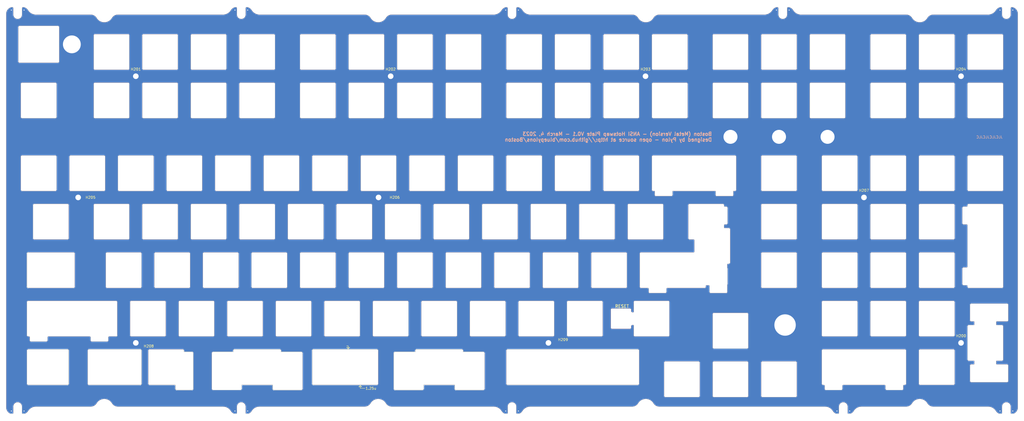
<source format=kicad_pcb>
(kicad_pcb (version 20221018) (generator pcbnew)
  (layers (0 "F.Cu" signal) (31 "B.Cu" signal) (34 "B.Paste" user) (35 "F.Paste" user) (36 "B.SilkS" user "B.Silkscreen") (37 "F.SilkS" user "F.Silkscreen") (38 "B.Mask" user) (39 "F.Mask" user) (44 "Edge.Cuts" user))
  (net 0 "")
  (net 1 "GND")
  (footprint "MountingHole:MountingHole_2.2mm_M2_ISO7380_Pad" (layer "F.Cu") (at 138.112616 -9.525008)
    (fp_text reference "H202" (at 0 -2.75) (layer "F.SilkS"))
    (fp_text value "MountingHole_Pad")
    (pad "1" thru_hole circle (at 0 0) (size 3.5 3.5) (drill 2.2) (layers "*.Cu" "*.Mask") (net 1 "GND"))
  )
  (footprint "Boston-plate-custom-footprints:Notch-3.6mm" (layer "F.Cu") (at 79.4875 -33.725)
    (fp_text reference "H102")
    (fp_text value "MountingHole_Pad")
    (pad "1" smd custom (at -2.6 -1.1) (size 1.4 2.2) (layers "B.Cu" "B.Paste" "B.Mask") (net 1 "GND") (options (clearance outline) (anchor rect)) (primitives (gr_arc (start 5.2 1.1) (mid 2.6 3.7) (end 0 1.1) (width 1.4))))
    (pad "1" smd rect (at 2.6 -1.1) (size 1.4 2.2) (layers "B.Cu" "B.Mask") (net 1 "GND"))
  )
  (footprint "Boston-plate-custom-footprints:6x6-Tact-switch-opening-enlarged" (layer "F.Cu") (at 229 85.725)
    (fp_text reference "H1")
    (fp_text value "MountingHole")
    (fp_line (start -4.5 -3.5) (end -4.5 3.5) (stroke (width 0.05)) (layer "Edge.Cuts"))
    (fp_line (start 3 -4) (end -4 -4) (stroke (width 0.05)) (layer "Edge.Cuts"))
    (fp_line (start 3 4) (end -4 4) (stroke (width 0.05)) (layer "Edge.Cuts"))
    (fp_line (start 3.5 -3.5) (end 3.5 -3) (stroke (width 0.05)) (layer "Edge.Cuts"))
    (fp_line (start 3.5 3.5) (end 3.5 3) (stroke (width 0.05)) (layer "Edge.Cuts"))
    (fp_arc (start -4.5 -3.5) (mid -4.353553 -3.853553) (end -4 -4) (stroke (width 0.05)) (layer "Edge.Cuts"))
    (fp_arc (start -4 4) (mid -4.353553 3.853553) (end -4.5 3.5) (stroke (width 0.05)) (layer "Edge.Cuts"))
    (fp_arc (start 3 -4) (mid 3.353553 -3.853554) (end 3.499998 -3.500002) (stroke (width 0.05)) (layer "Edge.Cuts"))
    (fp_arc (start 3.5 3) (mid 3.646447 2.646447) (end 4 2.5) (stroke (width 0.05)) (layer "Edge.Cuts"))
    (fp_arc (start 3.5 3.5) (mid 3.353554 3.853553) (end 3.000002 3.999998) (stroke (width 0.05)) (layer "Edge.Cuts"))
    (fp_arc (start 4 -2.5) (mid 3.646447 -2.646447) (end 3.5 -3) (stroke (width 0.05)) (layer "Edge.Cuts"))
  )
  (footprint "MountingHole:MountingHole_2.2mm_M2_ISO7380_Pad" (layer "F.Cu") (at 15.478138 38.100032)
    (fp_text reference "H205" (at 4.841862 -0.000032) (layer "F.SilkS"))
    (fp_text value "MountingHole_Pad")
    (pad "1" thru_hole circle (at 0 0) (size 3.5 3.5) (drill 2.2) (layers "*.Cu" "*.Mask") (net 1 "GND"))
  )
  (footprint "Boston-plate-custom-footprints:Notch-3.6mm" (layer "F.Cu") (at 291.9875 -33.725)
    (fp_text reference "H104")
    (fp_text value "MountingHole_Pad")
    (pad "1" smd custom (at -2.6 -1.1) (size 1.4 2.2) (layers "B.Cu" "B.Paste" "B.Mask") (net 1 "GND") (options (clearance outline) (anchor rect)) (primitives (gr_arc (start 5.2 1.1) (mid 2.6 3.7) (end 0 1.1) (width 1.4))))
    (pad "1" smd rect (at 2.6 -1.1) (size 1.4 2.2) (layers "B.Cu" "B.Mask") (net 1 "GND"))
  )
  (footprint "Boston-plate-custom-footprints:Notch-3.6mm" (layer "F.Cu") (at -8.2625 120.275 180)
    (fp_text reference "H106")
    (fp_text value "MountingHole_Pad")
    (pad "1" smd custom (at -2.6 -1.1 180) (size 1.4 2.2) (layers "B.Cu" "B.Paste" "B.Mask") (net 1 "GND") (options (clearance outline) (anchor rect)) (primitives (gr_arc (start 5.2 1.1) (mid 2.6 3.7) (end 0 1.1) (width 1.4))))
    (pad "1" smd rect (at 2.6 -1.1 180) (size 1.4 2.2) (layers "B.Cu" "B.Mask") (net 1 "GND"))
  )
  (footprint "Boston-plate-custom-footprints:Notch-3.6mm" (layer "F.Cu") (at 379.7375 -33.725)
    (fp_text reference "H105")
    (fp_text value "MountingHole_Pad")
    (pad "1" smd custom (at -2.6 -1.1) (size 1.4 2.2) (layers "B.Cu" "B.Paste" "B.Mask") (net 1 "GND") (options (clearance outline) (anchor rect)) (primitives (gr_arc (start 5.2 1.1) (mid 2.6 3.7) (end 0 1.1) (width 1.4))))
    (pad "1" smd rect (at 2.6 -1.1) (size 1.4 2.2) (layers "B.Cu" "B.Mask") (net 1 "GND"))
  )
  (footprint "MountingHole:MountingHole_5.5mm_Pad" (layer "F.Cu") (at 271.4625 14.2875)
    (fp_text reference "H2")
    (fp_text value "MountingHole_Pad")
    (pad "1" thru_hole circle (at 0 0) (size 11 11) (drill 5.5) (layers "*.Cu" "B.Mask") (net 1 "GND"))
  )
  (footprint "MountingHole:MountingHole_2.2mm_M2_ISO7380_Pad" (layer "F.Cu") (at 361.950304 95.25008)
    (fp_text reference "H200" (at 0 -2.75) (layer "F.SilkS"))
    (fp_text value "MountingHole_Pad")
    (pad "1" thru_hole circle (at 0 0) (size 3.5 3.5) (drill 2.2) (layers "*.Cu" "*.Mask") (net 1 "GND"))
  )
  (footprint "Boston-plate-custom-footprints:Notch-3.6mm" (layer "F.Cu") (at -8.2625 -33.725)
    (fp_text reference "H101")
    (fp_text value "MountingHole_Pad")
    (pad "1" smd custom (at -2.6 -1.1) (size 1.4 2.2) (layers "B.Cu" "B.Paste" "B.Mask") (net 1 "GND") (options (clearance outline) (anchor rect)) (primitives (gr_arc (start 5.2 1.1) (mid 2.6 3.7) (end 0 1.1) (width 1.4))))
    (pad "1" smd rect (at 2.6 -1.1) (size 1.4 2.2) (layers "B.Cu" "B.Mask") (net 1 "GND"))
  )
  (footprint "MountingHole:MountingHole_5.5mm_Pad" (layer "F.Cu") (at 290.5125 14.2875)
    (fp_text reference "H3")
    (fp_text value "MountingHole_Pad")
    (pad "1" thru_hole circle (at 0 0) (size 11 11) (drill 5.5) (layers "*.Cu" "B.Mask") (net 1 "GND"))
  )
  (footprint "MountingHole:MountingHole_2.2mm_M2_ISO7380_Pad" (layer "F.Cu") (at 238.1252 -9.525008)
    (fp_text reference "H203" (at 0 -2.75) (layer "F.SilkS"))
    (fp_text value "MountingHole_Pad")
    (pad "1" thru_hole circle (at 0 0) (size 3.5 3.5) (drill 2.2) (layers "*.Cu" "*.Mask") (net 1 "GND"))
  )
  (footprint "Boston-plate-custom-footprints:Notch-3.6mm" (layer "F.Cu") (at 185.7375 -33.725)
    (fp_text reference "H103")
    (fp_text value "MountingHole_Pad")
    (pad "1" smd custom (at -2.6 -1.1) (size 1.4 2.2) (layers "B.Cu" "B.Paste" "B.Mask") (net 1 "GND") (options (clearance outline) (anchor rect)) (primitives (gr_arc (start 5.2 1.1) (mid 2.6 3.7) (end 0 1.1) (width 1.4))))
    (pad "1" smd rect (at 2.6 -1.1) (size 1.4 2.2) (layers "B.Cu" "B.Mask") (net 1 "GND"))
  )
  (footprint "MountingHole:MountingHole_2.2mm_M2_ISO7380_Pad" (layer "F.Cu") (at 200.025168 95.25008)
    (fp_text reference "H209" (at 5.714832 -1.27008) (layer "F.SilkS"))
    (fp_text value "MountingHole_Pad")
    (pad "1" thru_hole circle (at 0 0) (size 3.5 3.5) (drill 2.2) (layers "*.Cu" "*.Mask") (net 1 "GND"))
  )
  (footprint "MountingHole:MountingHole_2.2mm_M2_ISO7380_Pad" (layer "F.Cu") (at 361.950304 -9.525008)
    (fp_text reference "H204" (at 0 -2.75) (layer "F.SilkS"))
    (fp_text value "MountingHole_Pad")
    (pad "1" thru_hole circle (at 0 0) (size 3.5 3.5) (drill 2.2) (layers "*.Cu" "*.Mask") (net 1 "GND"))
  )
  (footprint "MountingHole:MountingHole_8.4mm_M8_Pad" (layer "F.Cu") (at 292.89375 88.22525)
    (fp_text reference "H6")
    (fp_text value "MountingHole_Pad")
    (pad "1" thru_hole circle (at 0 0) (size 16.8 16.8) (drill 8.4) (layers "*.Cu" "B.Mask") (net 1 "GND"))
  )
  (footprint "Boston-plate-custom-footprints:Notch-3.6mm" (layer "F.Cu") (at 315.7375 120.275 180)
    (fp_text reference "H109")
    (fp_text value "MountingHole_Pad")
    (pad "1" smd custom (at -2.6 -1.1 180) (size 1.4 2.2) (layers "B.Cu" "B.Paste" "B.Mask") (net 1 "GND") (options (clearance outline) (anchor rect)) (primitives (gr_arc (start 5.2 1.1) (mid 2.6 3.7) (end 0 1.1) (width 1.4))))
    (pad "1" smd rect (at 2.6 -1.1 180) (size 1.4 2.2) (layers "B.Cu" "B.Mask") (net 1 "GND"))
  )
  (footprint "MountingHole:MountingHole_2.2mm_M2_ISO7380_Pad" (layer "F.Cu") (at 38.100032 95.25008)
    (fp_text reference "H208" (at 5.079968 1.26992) (layer "F.SilkS"))
    (fp_text value "MountingHole_Pad")
    (pad "1" thru_hole circle (at 0 0) (size 3.5 3.5) (drill 2.2) (layers "*.Cu" "*.Mask") (net 1 "GND"))
  )
  (footprint "Boston-plate-custom-footprints:Notch-3.6mm" (layer "F.Cu") (at 185.7375 120.275 180)
    (fp_text reference "H108")
    (fp_text value "MountingHole_Pad")
    (pad "1" smd custom (at -2.6 -1.1 180) (size 1.4 2.2) (layers "B.Cu" "B.Paste" "B.Mask") (net 1 "GND") (options (clearance outline) (anchor rect)) (primitives (gr_arc (start 5.2 1.1) (mid 2.6 3.7) (end 0 1.1) (width 1.4))))
    (pad "1" smd rect (at 2.6 -1.1 180) (size 1.4 2.2) (layers "B.Cu" "B.Mask") (net 1 "GND"))
  )
  (footprint "MountingHole:MountingHole_5.5mm_Pad" (layer "F.Cu") (at 309.5625 14.2875)
    (fp_text reference "H4")
    (fp_text value "MountingHole_Pad")
    (pad "1" thru_hole circle (at 0 0) (size 11 11) (drill 5.5) (layers "*.Cu" "B.Mask") (net 1 "GND"))
  )
  (footprint "Boston-plate-custom-footprints:7mm-hole" (layer "F.Cu") (at 13 -22.05)
    (fp_text reference "H5")
    (fp_text value "MountingHole_Pad")
    (pad "1" thru_hole circle (at 0 0) (size 10 10) (drill 7) (layers "*.Cu" "B.Mask") (net 1 "GND"))
  )
  (footprint "MountingHole:MountingHole_2.2mm_M2_ISO7380_Pad" (layer "F.Cu") (at 323.850272 38.100032)
    (fp_text reference "H207" (at 0 -2.75) (layer "F.SilkS"))
    (fp_text value "MountingHole_Pad")
    (pad "1" thru_hole circle (at 0 0) (size 3.5 3.5) (drill 2.2) (layers "*.Cu" "*.Mask") (net 1 "GND"))
  )
  (footprint "MountingHole:MountingHole_2.2mm_M2_ISO7380_Pad" (layer "F.Cu") (at 38.100032 -9.525008)
    (fp_text reference "H201" (at 0 -2.75) (layer "F.SilkS"))
    (fp_text value "MountingHole_Pad")
    (pad "1" thru_hole circle (at 0 0) (size 3.5 3.5) (drill 2.2) (layers "*.Cu" "*.Mask") (net 1 "GND"))
  )
  (footprint "Boston-plate-custom-footprints:Notch-3.6mm" (layer "F.Cu") (at 379.7375 120.275 180)
    (fp_text reference "H110")
    (fp_text value "MountingHole_Pad")
    (pad "1" smd custom (at -2.6 -1.1 180) (size 1.4 2.2) (layers "B.Cu" "B.Paste" "B.Mask") (net 1 "GND") (options (clearance outline) (anchor rect)) (primitives (gr_arc (start 5.2 1.1) (mid 2.6 3.7) (end 0 1.1) (width 1.4))))
    (pad "1" smd rect (at 2.6 -1.1 180) (size 1.4 2.2) (layers "B.Cu" "B.Mask") (net 1 "GND"))
  )
  (footprint "MountingHole:MountingHole_2.2mm_M2_ISO7380_Pad" (layer "F.Cu") (at 133.350112 38.100032)
    (fp_text reference "H206" (at 6.349888 -0.000032) (layer "F.SilkS"))
    (fp_text value "MountingHole_Pad")
    (pad "1" thru_hole circle (at 0 0) (size 3.5 3.5) (drill 2.2) (layers "*.Cu" "*.Mask") (net 1 "GND"))
  )
  (footprint "Boston-plate-custom-footprints:Notch-3.6mm" (layer "F.Cu") (at 79.4875 120.275 180)
    (fp_text reference "H107")
    (fp_text value "MountingHole_Pad")
    (pad "1" smd custom (at -2.6 -1.1 180) (size 1.4 2.2) (layers "B.Cu" "B.Paste" "B.Mask") (net 1 "GND") (options (clearance outline) (anchor rect)) (primitives (gr_arc (start 5.2 1.1) (mid 2.6 3.7) (end 0 1.1) (width 1.4))))
    (pad "1" smd rect (at 2.6 -1.1 180) (size 1.4 2.2) (layers "B.Cu" "B.Mask") (net 1 "GND"))
  )
  (gr_line (start 126.206356 111.918844) (end 126.801669 112.514157) (stroke (width 0.15)) (layer "F.SilkS"))
  (gr_line (start 120.848539 97.036019) (end 122.039165 97.036019) (stroke (width 0.15)) (layer "F.SilkS"))
  (gr_line (start 126.206356 111.918844) (end 126.206356 113.10947) (stroke (width 0.15)) (layer "F.SilkS"))
  (gr_line (start 126.801669 112.514157) (end 125.611043 112.514157) (stroke (width 0.15)) (layer "F.SilkS"))
  (gr_line (start 121.443852 97.631332) (end 120.848539 97.036019) (stroke (width 0.15)) (layer "F.SilkS"))
  (gr_line (start 121.443852 97.631332) (end 121.443852 96.440706) (stroke (width 0.15)) (layer "F.SilkS"))
  (gr_line (start 126.206356 113.10947) (end 127.992295 113.10947) (stroke (width 0.15)) (layer "F.SilkS"))
  (gr_line (start 122.039165 97.036019) (end 121.443852 97.631332) (stroke (width 0.15)) (layer "F.SilkS"))
  (gr_line (start 121.443852 96.440706) (end 120.848539 96.440706) (stroke (width 0.15)) (layer "F.SilkS"))
  (gr_line (start 125.611043 112.514157) (end 126.206356 111.918844) (stroke (width 0.15)) (layer "F.SilkS"))
  (gr_arc (start 135.5875 6.5) (mid 135.441053 6.853553) (end 135.0875 7) (stroke (width 0.1)) (layer "Edge.Cuts"))
  (gr_arc (start 173.6875 73.175) (mid 173.541053 73.528553) (end 173.1875 73.675) (stroke (width 0.1)) (layer "Edge.Cuts"))
  (gr_arc (start 258.9125 102.5375) (mid 259.266053 102.683947) (end 259.4125 103.0375) (stroke (width 0.1)) (layer "Edge.Cuts"))
  (gr_line (start 284.0125 -26.05) (end 297.0125 -26.05) (stroke (width 0.1)) (layer "Edge.Cuts"))
  (gr_arc (start 57.20624 98.775) (mid 57.064828 98.716413) (end 57.00624 98.575001) (stroke (width 0.2)) (layer "Edge.Cuts"))
  (gr_line (start 255.437489 54.625) (end 257.018739 54.624999) (stroke (width 0.1)) (layer "Edge.Cuts"))
  (gr_arc (start 264.4625 103.0375) (mid 264.608947 102.683947) (end 264.9625 102.5375) (stroke (width 0.1)) (layer "Edge.Cuts"))
  (gr_line (start 326.375 -25.55) (end 326.375 -12.55) (stroke (width 0.1)) (layer "Edge.Cuts"))
  (gr_arc (start 241.235288 -32.418548) (mid 242.21982 -33.375806) (end 243.547867 -33.725) (stroke (width 0.1)) (layer "Edge.Cuts"))
  (gr_arc (start -1.7375 54.625) (mid -2.091053 54.478553) (end -2.2375 54.125) (stroke (width 0.1)) (layer "Edge.Cuts"))
  (gr_line (start -9.9625 -33.725) (end -9.9625 -36.188331) (stroke (width 0.1)) (layer "Edge.Cuts"))
  (gr_arc (start 245.4125 103.0375) (mid 245.558947 102.683947) (end 245.9125 102.5375) (stroke (width 0.1)) (layer "Edge.Cuts"))
  (gr_arc (start 297.5125 116.0375) (mid 297.366053 116.391053) (end 297.0125 116.5375) (stroke (width 0.1)) (layer "Edge.Cuts"))
  (gr_line (start 284.0125 73.675) (end 297.0125 73.675) (stroke (width 0.1)) (layer "Edge.Cuts"))
  (gr_line (start 321.325 22.075) (end 321.325 35.075) (stroke (width 0.1)) (layer "Edge.Cuts"))
  (gr_arc (start 122.0875 7) (mid 121.733947 6.853553) (end 121.5875 6.5) (stroke (width 0.1)) (layer "Edge.Cuts"))
  (gr_arc (start 221.3125 92.225) (mid 221.166053 92.578553) (end 220.8125 92.725) (stroke (width 0.1)) (layer "Edge.Cuts"))
  (gr_line (start 359.425 98.274999) (end 359.425 111.274999) (stroke (width 0.1)) (layer "Edge.Cuts"))
  (gr_line (start 160.1875 73.675) (end 173.1875 73.675) (stroke (width 0.1)) (layer "Edge.Cuts"))
  (gr_arc (start 158.9 21.575) (mid 159.253553 21.721447) (end 159.4 22.075) (stroke (width 0.1)) (layer "Edge.Cuts"))
  (gr_line (start 59.387499 60.175) (end 59.387499 73.175) (stroke (width 0.1)) (layer "Edge.Cuts"))
  (gr_line (start 297.5125 -25.55) (end 297.5125 -12.55) (stroke (width 0.1)) (layer "Edge.Cuts"))
  (gr_line (start 202.2625 79.225) (end 202.2625 92.225) (stroke (width 0.1)) (layer "Edge.Cuts"))
  (gr_arc (start 121.5875 -25.55) (mid 121.733947 -25.903553) (end 122.0875 -26.05) (stroke (width 0.1)) (layer "Edge.Cuts"))
  (gr_arc (start 54.9125 79.225) (mid 55.058947 78.871447) (end 55.4125 78.725) (stroke (width 0.1)) (layer "Edge.Cuts"))
  (gr_line (start 88.25 22.075) (end 88.25 35.075) (stroke (width 0.1)) (layer "Edge.Cuts"))
  (gr_line (start 326.875 73.675) (end 339.875 73.675) (stroke (width 0.1)) (layer "Edge.Cuts"))
  (gr_arc (start 96.9875 59.675) (mid 97.341053 59.821447) (end 97.4875 60.175) (stroke (width 0.1)) (layer "Edge.Cuts"))
  (gr_line (start 297.5125 41.125) (end 297.5125 54.125) (stroke (width 0.1)) (layer "Edge.Cuts"))
  (gr_line (start 222.1 -26.05) (end 235.1 -26.05) (stroke (width 0.1)) (layer "Edge.Cuts"))
  (gr_arc (start 364.474999 41.411999) (mid 364.387131 41.624132) (end 364.174998 41.712) (stroke (width 0.1)) (layer "Edge.Cuts"))
  (gr_arc (start 345.425 79.225) (mid 345.571447 78.871447) (end 345.925 78.725) (stroke (width 0.1)) (layer "Edge.Cuts"))
  (gr_arc (start 307.824999 111.774999) (mid 307.471446 111.628552) (end 307.324999 111.274999) (stroke (width 0.1)) (layer "Edge.Cuts"))
  (gr_arc (start 60.65 113.275001) (mid 60.503546 113.628547) (end 60.15 113.775) (stroke (width 0.2)) (layer "Edge.Cuts"))
  (gr_arc (start 345.425 60.175) (mid 345.571447 59.821447) (end 345.925 59.675) (stroke (width 0.1)) (layer "Edge.Cuts"))
  (gr_line (start 283.5125 -25.55) (end 283.5125 -12.55) (stroke (width 0.1)) (layer "Edge.Cuts"))
  (gr_line (start 332.287998 113.274999) (end 332.287998 112.075) (stroke (width 0.1)) (layer "Edge.Cuts"))
  (gr_arc (start 155.424999 54.625) (mid 155.071446 54.478553) (end 154.924999 54.125) (stroke (width 0.1)) (layer "Edge.Cuts"))
  (gr_line (start 283.5125 22.075) (end 283.5125 35.075) (stroke (width 0.1)) (layer "Edge.Cuts"))
  (gr_arc (start 307.325 60.175) (mid 307.471447 59.821447) (end 307.825 59.675) (stroke (width 0.1)) (layer "Edge.Cuts"))
  (gr_arc (start 60.175 7) (mid 59.821447 6.853553) (end 59.675 6.5) (stroke (width 0.1)) (layer "Edge.Cuts"))
  (gr_arc (start 81.1875 -33.725) (mid 79.4875 -32.025) (end 77.7875 -33.725) (stroke (width 0.1)) (layer "Edge.Cuts"))
  (gr_arc (start 6.499999 21.575) (mid 6.853552 21.721447) (end 6.999999 22.075) (stroke (width 0.1)) (layer "Edge.Cuts"))
  (gr_line (start 169.7125 78.725) (end 182.7125 78.725) (stroke (width 0.1)) (layer "Edge.Cuts"))
  (gr_arc (start 339.287998 112.075) (mid 339.375866 111.862867) (end 339.587999 111.774999) (stroke (width 0.1)) (layer "Edge.Cuts"))
  (gr_arc (start 177.95 21.575) (mid 178.303553 21.721447) (end 178.45 22.075) (stroke (width 0.1)) (layer "Edge.Cuts"))
  (gr_line (start 207.8125 78.725) (end 220.8125 78.725) (stroke (width 0.1)) (layer "Edge.Cuts"))
  (gr_line (start 135.875 41.125) (end 135.875 54.125) (stroke (width 0.1)) (layer "Edge.Cuts"))
  (gr_arc (start 380.475001 110.187999) (mid 380.328554 110.541552) (end 379.975001 110.687999) (stroke (width 0.1)) (layer "Edge.Cuts"))
  (gr_arc (start 247.50625 92.225) (mid 247.359803 92.578553) (end 247.00625 92.725) (stroke (width 0.1)) (layer "Edge.Cuts"))
  (gr_arc (start 297.5125 35.075) (mid 297.366053 35.428553) (end 297.0125 35.575) (stroke (width 0.1)) (layer "Edge.Cuts"))
  (gr_arc (start 35.575 -12.55) (mid 35.428553 -12.196447) (end 35.075 -12.05) (stroke (width 0.1)) (layer "Edge.Cuts"))
  (gr_arc (start 78.725 -6.5) (mid 78.871447 -6.853553) (end 79.225 -7) (stroke (width 0.1)) (layer "Edge.Cuts"))
  (gr_line (start 59.675 41.125) (end 59.675 54.125) (stroke (width 0.1)) (layer "Edge.Cuts"))
  (gr_line (start 7.5 -14.8) (end -7.5 -14.8) (stroke (width 0.1)) (layer "Edge.Cuts"))
  (gr_line (start 203.049999 -26.05) (end 216.049999 -26.05) (stroke (width 0.1)) (layer "Edge.Cuts"))
  (gr_arc (start 206.525 40.625) (mid 206.878553 40.771447) (end 207.025 41.125) (stroke (width 0.1)) (layer "Edge.Cuts"))
  (gr_line (start 359.425 -25.55) (end 359.425 -12.55) (stroke (width 0.1)) (layer "Edge.Cuts"))
  (gr_line (start 45.8875 59.675) (end 58.887499 59.675) (stroke (width 0.1)) (layer "Edge.Cuts"))
  (gr_line (start 41.125 40.625) (end 54.125 40.625) (stroke (width 0.1)) (layer "Edge.Cuts"))
  (gr_line (start 159.4 22.075) (end 159.4 35.075) (stroke (width 0.1)) (layer "Edge.Cuts"))
  (gr_arc (start 254.65 -12.55) (mid 254.503553 -12.196447) (end 254.15 -12.05) (stroke (width 0.1)) (layer "Edge.Cuts"))
  (gr_arc (start 188.026987 -36.681405) (mid 189.057873 -36.260498) (end 189.831237 -35.459375) (stroke (width 0.1)) (layer "Edge.Cuts"))
  (gr_arc (start 126.0625 92.225) (mid 125.916053 92.578553) (end 125.5625 92.725) (stroke (width 0.1)) (layer "Edge.Cuts"))
  (gr_arc (start 340.375 6.5) (mid 340.228553 6.853553) (end 339.875 7) (stroke (width 0.1)) (layer "Edge.Cuts"))
  (gr_line (start 284.0125 102.5375) (end 297.0125 102.5375) (stroke (width 0.1)) (layer "Edge.Cuts"))
  (gr_line (start 345.425 -25.55) (end 345.425 -12.55) (stroke (width 0.1)) (layer "Edge.Cuts"))
  (gr_line (start 11.7625 98.275) (end 11.7625 111.275001) (stroke (width 0.2)) (layer "Edge.Cuts"))
  (gr_arc (start 107.8 111.775) (mid 107.446447 111.628553) (end 107.3 111.275) (stroke (width 0.2)) (layer "Edge.Cuts"))
  (gr_line (start 326.875 7) (end 339.875 7) (stroke (width 0.1)) (layer "Edge.Cuts"))
  (gr_arc (start 381.4375 -33.725) (mid 379.7375 -32.025) (end 378.0375 -33.725) (stroke (width 0.1)) (layer "Edge.Cuts"))
  (gr_line (start 103.044298 98.774999) (end 95.106249 98.774999) (stroke (width 0.2)) (layer "Edge.Cuts"))
  (gr_arc (start 233.50625 83.025) (mid 233.447672 83.166421) (end 233.306251 83.224999) (stroke (width 0.1)) (layer "Edge.Cuts"))
  (gr_line (start 340.427133 120.274999) (end 322.965933 120.274999) (stroke (width 0.1)) (layer "Edge.Cuts"))
  (gr_line (start 221.6 22.075) (end 221.6 35.075) (stroke (width 0.1)) (layer "Edge.Cuts"))
  (gr_line (start 184 21.575) (end 197 21.575) (stroke (width 0.1)) (layer "Edge.Cuts"))
  (gr_line (start 233.50625 79.225) (end 233.50625 83.025) (stroke (width 0.1)) (layer "Edge.Cuts"))
  (gr_arc (start 268.43749 40.625) (mid 268.791044 40.771446) (end 268.93749 41.125) (stroke (width 0.1)) (layer "Edge.Cuts"))
  (gr_arc (start 345.925 7) (mid 345.571447 6.853553) (end 345.425 6.5) (stroke (width 0.1)) (layer "Edge.Cuts"))
  (gr_arc (start 166.043798 97.774999) (mid 166.397352 97.921445) (end 166.543798 98.274999) (stroke (width 0.1)) (layer "Edge.Cuts"))
  (gr_line (start -3.031759 94.72499) (end 2.96824 94.72499) (stroke (width 0.1)) (layer "Edge.Cuts"))
  (gr_arc (start 308.111999 111.775) (mid 308.324131 111.862868) (end 308.411999 112.075) (stroke (width 0.1)) (layer "Edge.Cuts"))
  (gr_line (start 326.875 78.725) (end 339.875 78.725) (stroke (width 0.1)) (layer "Edge.Cuts"))
  (gr_arc (start 244.625 40.625) (mid 244.978553 40.771447) (end 245.125 41.125) (stroke (width 0.1)) (layer "Edge.Cuts"))
  (gr_line (start 83.199999 22.075) (end 83.199999 35.075) (stroke (width 0.1)) (layer "Edge.Cuts"))
  (gr_line (start 41.125 -12.05) (end 54.125 -12.05) (stroke (width 0.1)) (layer "Edge.Cuts"))
  (gr_arc (start 378.475 73.174999) (mid 378.328553 73.528553) (end 377.974999 73.675) (stroke (width 0.1)) (layer "Edge.Cuts"))
  (gr_line (start 264.4625 83.9875) (end 264.4625 96.9875) (stroke (width 0.1)) (layer "Edge.Cuts"))
  (gr_arc (start 261.793741 73.174999) (mid 261.647305 73.528564) (end 261.29374 73.675) (stroke (width 0.1)) (layer "Edge.Cuts"))
  (gr_line (start 13.643749 73.675) (end -4.118751 73.675) (stroke (width 0.1)) (layer "Edge.Cuts"))
  (gr_arc (start 59.387499 73.175) (mid 59.241052 73.528553) (end 58.887499 73.675) (stroke (width 0.1)) (layer "Edge.Cuts"))
  (gr_arc (start 154.6375 6.5) (mid 154.491053 6.853553) (end 154.1375 7) (stroke (width 0.1)) (layer "Edge.Cuts"))
  (gr_arc (start 192.237499 59.675) (mid 192.591052 59.821447) (end 192.737499 60.175) (stroke (width 0.1)) (layer "Edge.Cuts"))
  (gr_arc (start 377.975 -7) (mid 378.328553 -6.853553) (end 378.475 -6.5) (stroke (width 0.1)) (layer "Edge.Cuts"))
  (gr_arc (start 326.375 79.225) (mid 326.521447 78.871447) (end 326.875 78.725) (stroke (width 0.1)) (layer "Edge.Cuts"))
  (gr_line (start 364.974999 73.675) (end 377.974999 73.675) (stroke (width 0.1)) (layer "Edge.Cuts"))
  (gr_line (start 168.924999 41.125) (end 168.924999 54.125) (stroke (width 0.1)) (layer "Edge.Cuts"))
  (gr_arc (start 98.274999 54.625) (mid 97.921446 54.478553) (end 97.774999 54.125) (stroke (width 0.1)) (layer "Edge.Cuts"))
  (gr_arc (start 19.693749 111.775) (mid 19.340196 111.628553) (end 19.193749 111.275) (stroke (width 0.1)) (layer "Edge.Cuts"))
  (gr_arc (start 97.4875 73.175) (mid 97.341053 73.528553) (end 96.9875 73.675) (stroke (width 0.1)) (layer "Edge.Cuts"))
  (gr_arc (start 221.6 -6.5) (mid 221.746447 -6.853553) (end 222.1 -7) (stroke (width 0.1)) (layer "Edge.Cuts"))
  (gr_arc (start 378.475002 101.75) (mid 378.328555 102.103553) (end 377.975001 102.249999) (stroke (width 0.1)) (layer "Edge.Cuts"))
  (gr_arc (start 339.875 40.625) (mid 340.228553 40.771447) (end 340.375 41.125) (stroke (width 0.1)) (layer "Edge.Cuts"))
  (gr_line (start 326.375 60.175) (end 326.375 73.175) (stroke (width 0.1)) (layer "Edge.Cuts"))
  (gr_arc (start -1.034066 -33.725) (mid -2.825321 -34.1875) (end -4.168762 -35.459375) (stroke (width 0.1)) (layer "Edge.Cuts"))
  (gr_arc (start 326.375 22.075) (mid 326.521447 21.721447) (end 326.875 21.575) (stroke (width 0.1)) (layer "Edge.Cuts"))
  (gr_line (start 79.225 7) (end 92.225 7) (stroke (width 0.1)) (layer "Edge.Cuts"))
  (gr_arc (start 207.8125 92.725) (mid 207.458947 92.578553) (end 207.3125 92.225) (stroke (width 0.1)) (layer "Edge.Cuts"))
  (gr_arc (start 254.15 -26.05) (mid 254.503553 -25.903553) (end 254.65 -25.55) (stroke (width 0.1)) (layer "Edge.Cuts"))
  (gr_line (start 212.575 54.625) (end 225.575 54.625) (stroke (width 0.1)) (layer "Edge.Cuts"))
  (gr_arc (start 345.925 73.675) (mid 345.571447 73.528553) (end 345.425 73.175) (stroke (width 0.1)) (layer "Edge.Cuts"))
  (gr_arc (start 183.2125 92.225) (mid 183.066053 92.578553) (end 182.7125 92.725) (stroke (width 0.1)) (layer "Edge.Cuts"))
  (gr_line (start 241.736998 35.575) (end 241.149999 35.575) (stroke (width 0.1)) (layer "Edge.Cuts"))
  (gr_arc (start 54.125 -26.05) (mid 54.478553 -25.903553) (end 54.625 -25.55) (stroke (width 0.1)) (layer "Edge.Cuts"))
  (gr_line (start 254.65 -25.55) (end 254.65 -12.55) (stroke (width 0.1)) (layer "Edge.Cuts"))
  (gr_line (start 178.509067 120.274999) (end 138.547867 120.274999) (stroke (width 0.1)) (layer "Edge.Cuts"))
  (gr_line (start 233.50625 92.225) (end 233.506249 88.424999) (stroke (width 0.1)) (layer "Edge.Cuts"))
  (gr_line (start 345.925 7) (end 358.925 7) (stroke (width 0.1)) (layer "Edge.Cuts"))
  (gr_arc (start 257.318741 59.375) (mid 257.230882 59.587143) (end 257.018739 59.675) (stroke (width 0.1)) (layer "Edge.Cuts"))
  (gr_line (start 179.237499 73.675) (end 192.237499 73.675) (stroke (width 0.1)) (layer "Edge.Cuts"))
  (gr_line (start 234.00625 92.725) (end 247.00625 92.725) (stroke (width 0.1)) (layer "Edge.Cuts"))
  (gr_arc (start 126.85 35.575) (mid 126.496447 35.428553) (end 126.35 35.075) (stroke (width 0.1)) (layer "Edge.Cuts"))
  (gr_line (start 317.4375 120.274999) (end 317.4375 122.739477) (stroke (width 0.1)) (layer "Edge.Cuts"))
  (gr_line (start 248.736999 35.575) (end 248.736999 37.075) (stroke (width 0.1)) (layer "Edge.Cuts"))
  (gr_arc (start 339.875 21.575) (mid 340.228553 21.721447) (end 340.375 22.075) (stroke (width 0.1)) (layer "Edge.Cuts"))
  (gr_arc (start 58.887499 59.675) (mid 59.241052 59.821447) (end 59.387499 60.175) (stroke (width 0.1)) (layer "Edge.Cuts"))
  (gr_line (start 284.0125 21.575) (end 297.0125 21.575) (stroke (width 0.1)) (layer "Edge.Cuts"))
  (gr_arc (start 60.175 54.625) (mid 59.821447 54.478553) (end 59.675 54.125) (stroke (width 0.1)) (layer "Edge.Cuts"))
  (gr_line (start 303.0625 -12.05) (end 316.0625 -12.05) (stroke (width 0.1)) (layer "Edge.Cuts"))
  (gr_line (start 245.9125 116.5375) (end 258.9125 116.5375) (stroke (width 0.1)) (layer "Edge.Cuts"))
  (gr_line (start 174.981798 99.274999) (end 174.981798 100.274999) (stroke (width 0.1)) (layer "Edge.Cuts"))
  (gr_arc (start 316.0625 -26.05) (mid 316.416053 -25.903553) (end 316.5625 -25.55) (stroke (width 0.1)) (layer "Edge.Cuts"))
  (gr_arc (start -9.962498 122.738331) (mid -10.142666 123.122722) (end -10.553408 123.229996) (stroke (width 0.1)) (layer "Edge.Cuts"))
  (gr_arc (start 339.875 -7) (mid 340.228553 -6.853553) (end 340.375 -6.5) (stroke (width 0.1)) (layer "Edge.Cuts"))
  (gr_arc (start 284.0125 7) (mid 283.658947 6.853553) (end 283.5125 6.5) (stroke (width 0.1)) (layer "Edge.Cuts"))
  (gr_line (start 307.325 41.125) (end 307.325 54.125) (stroke (width 0.1)) (layer "Edge.Cuts"))
  (gr_line (start 257.31874 54.925) (end 257.31874 59.375) (stroke (width 0.1)) (layer "Edge.Cuts"))
  (gr_line (start 217.3375 59.675) (end 230.3375 59.675) (stroke (width 0.1)) (layer "Edge.Cuts"))
  (gr_arc (start -4.618751 98.275) (mid -4.472304 97.921447) (end -4.118751 97.775) (stroke (width 0.1)) (layer "Edge.Cuts"))
  (gr_line (start 183.499999 98.275) (end 183.499999 111.275) (stroke (width 0.1)) (layer "Edge.Cuts"))
  (gr_arc (start 345.425 -25.55) (mid 345.571447 -25.903553) (end 345.925 -26.05) (stroke (width 0.1)) (layer "Edge.Cuts"))
  (gr_line (start 202.549999 22.075) (end 202.549999 35.075) (stroke (width 0.1)) (layer "Edge.Cuts"))
  (gr_line (start 26.8375 59.675) (end 39.8375 59.675) (stroke (width 0.1)) (layer "Edge.Cuts"))
  (gr_line (start 154.6375 -6.5) (end 154.6375 6.5) (stroke (width 0.1)) (layer "Edge.Cuts"))
  (gr_arc (start 246.355739 73.975) (mid 246.443617 73.762878) (end 246.655739 73.675) (stroke (width 0.1)) (layer "Edge.Cuts"))
  (gr_arc (start 26.3375 60.175) (mid 26.483947 59.821447) (end 26.8375 59.675) (stroke (width 0.1)) (layer "Edge.Cuts"))
  (gr_arc (start 362.475 66.087999) (mid 362.621446 65.734446) (end 362.974999 65.588) (stroke (width 0.1)) (layer "Edge.Cuts"))
  (gr_arc (start 187.975 54.125) (mid 187.828553 54.478553) (end 187.475 54.625) (stroke (width 0.1)) (layer "Edge.Cuts"))
  (gr_arc (start 240.649999 22.075001) (mid 240.796446 21.721448) (end 241.149999 21.575001) (stroke (width 0.1)) (layer "Edge.Cuts"))
  (gr_arc (start 297.5125 73.175) (mid 297.366053 73.528553) (end 297.0125 73.675) (stroke (width 0.1)) (layer "Edge.Cuts"))
  (gr_line (start 103.544298 99.274999) (end 103.544298 100.274999) (stroke (width 0.1)) (layer "Edge.Cuts"))
  (gr_line (start 69.199999 22.075) (end 69.199999 35.075) (stroke (width 0.1)) (layer "Edge.Cuts"))
  (gr_arc (start 239.85574 75.674999) (mid 239.502212 75.528527) (end 239.35574 75.174999) (stroke (width 0.1)) (layer "Edge.Cuts"))
  (gr_arc (start 240.65 -6.5) (mid 240.796447 -6.853553) (end 241.15 -7) (stroke (width 0.1)) (layer "Edge.Cuts"))
  (gr_line (start 316.5625 -25.55) (end 316.5625 -12.55) (stroke (width 0.1)) (layer "Edge.Cuts"))
  (gr_arc (start 225.575 40.625) (mid 225.928553 40.771447) (end 226.075 41.125) (stroke (width 0.1)) (layer "Edge.Cuts"))
  (gr_arc (start 307.825 92.725) (mid 307.471447 92.578553) (end 307.325 92.225) (stroke (width 0.1)) (layer "Edge.Cuts"))
  (gr_line (start 150.1625 79.225) (end 150.1625 92.225) (stroke (width 0.1)) (layer "Edge.Cuts"))
  (gr_line (start 149.875 41.125) (end 149.875 54.125) (stroke (width 0.1)) (layer "Edge.Cuts"))
  (gr_arc (start 116.824999 41.125) (mid 116.971446 40.771447) (end 117.324999 40.625) (stroke (width 0.1)) (layer "Edge.Cuts"))
  (gr_line (start 160.1875 59.675) (end 173.1875 59.675) (stroke (width 0.1)) (layer "Edge.Cuts"))
  (gr_line (start 270.23174 75.174999) (end 270.23174 72.369835) (stroke (width 0.1)) (layer "Edge.Cuts"))
  (gr_arc (start -4.61876 79.22499) (mid -4.472313 78.871437) (end -4.11876 78.72499) (stroke (width 0.1)) (layer "Edge.Cuts"))
  (gr_arc (start -4.118751 111.775) (mid -4.472304 111.628553) (end -4.618751 111.275) (stroke (width 0.1)) (layer "Edge.Cuts"))
  (gr_line (start 193.025 41.125) (end 193.025 54.125) (stroke (width 0.1)) (layer "Edge.Cuts"))
  (gr_line (start 50.65 21.575) (end 63.65 21.575) (stroke (width 0.1)) (layer "Edge.Cuts"))
  (gr_arc (start 321.325 92.225) (mid 321.178553 92.578553) (end 320.825 92.725) (stroke (width 0.1)) (layer "Edge.Cuts"))
  (gr_arc (start 264.4625 -25.55) (mid 264.608947 -25.903553) (end 264.9625 -26.05) (stroke (width 0.1)) (layer "Edge.Cuts"))
  (gr_line (start 345.925 21.575) (end 358.925 21.575) (stroke (width 0.1)) (layer "Edge.Cuts"))
  (gr_arc (start 235.1 -26.05) (mid 235.453553 -25.903553) (end 235.6 -25.55) (stroke (width 0.1)) (layer "Edge.Cuts"))
  (gr_arc (start 174.475 54.625) (mid 174.121447 54.478553) (end 173.975 54.125) (stroke (width 0.1)) (layer "Edge.Cuts"))
  (gr_arc (start -12.762501 -34.025) (mid -12.137847 -35.751794) (end -10.553408 -36.679997) (stroke (width 0.1)) (layer "Edge.Cuts"))
  (gr_line (start 122.0875 -26.05) (end 135.0875 -26.05) (stroke (width 0.1)) (layer "Edge.Cuts"))
  (gr_line (start 326.875 35.575) (end 339.875 35.575) (stroke (width 0.1)) (layer "Edge.Cuts"))
  (gr_arc (start 188.026987 123.231404) (mid 187.617143 123.123367) (end 187.4375 122.739477) (stroke (width 0.1)) (layer "Edge.Cuts"))
  (gr_arc (start 28.735288 -32.418548) (mid 29.71982 -33.375806) (end 31.047867 -33.725) (stroke (width 0.1)) (layer "Edge.Cuts"))
  (gr_arc (start 262.931739 72.587999) (mid 263.143848 72.675891) (end 263.23174 72.888) (stroke (width 0.1)) (layer "Edge.Cuts"))
  (gr_arc (start 202.549999 -25.55) (mid 202.696446 -25.903553) (end 203.049999 -26.05) (stroke (width 0.1)) (layer "Edge.Cuts"))
  (gr_arc (start 49.8625 92.225) (mid 49.716053 92.578553) (end 49.3625 92.725) (stroke (width 0.1)) (layer "Edge.Cuts"))
  (gr_line (start 364.174998 41.712) (end 362.974999 41.712) (stroke (width 0.1)) (layer "Edge.Cuts"))
  (gr_arc (start 173.1875 -7) (mid 173.541053 -6.853553) (end 173.6875 -6.5) (stroke (width 0.1)) (layer "Edge.Cuts"))
  (gr_arc (start 19.193749 98.275) (mid 19.340196 97.921447) (end 19.693749 97.775) (stroke (width 0.1)) (layer "Edge.Cuts"))
  (gr_line (start 74.462499 78.725) (end 87.462499 78.725) (stroke (width 0.1)) (layer "Edge.Cuts"))
  (gr_line (start 116.824999 41.125) (end 116.824999 54.125) (stroke (width 0.1)) (layer "Edge.Cuts"))
  (gr_arc (start 55.4125 92.725) (mid 55.058947 92.578553) (end 54.9125 92.225) (stroke (width 0.1)) (layer "Edge.Cuts"))
  (gr_arc (start 54.125 40.625) (mid 54.478553 40.771447) (end 54.625 41.125) (stroke (width 0.1)) (layer "Edge.Cuts"))
  (gr_arc (start 111.774999 54.125) (mid 111.628552 54.478553) (end 111.274999 54.625) (stroke (width 0.1)) (layer "Edge.Cuts"))
  (gr_arc (start 154.924999 41.125) (mid 155.071446 40.771447) (end 155.424999 40.625) (stroke (width 0.1)) (layer "Edge.Cuts"))
  (gr_arc (start 284.0125 116.5375) (mid 283.658947 116.391053) (end 283.5125 116.0375) (stroke (width 0.1)) (layer "Edge.Cuts"))
  (gr_arc (start 97.774999 41.125) (mid 97.921446 40.771447) (end 98.274999 40.625) (stroke (width 0.1)) (layer "Edge.Cuts"))
  (gr_line (start 22.075 54.625) (end 35.075 54.625) (stroke (width 0.1)) (layer "Edge.Cuts"))
  (gr_arc (start 321.325 35.075) (mid 321.178553 35.428553) (end 320.825 35.575) (stroke (width 0.1)) (layer "Edge.Cuts"))
  (gr_line (start 345.925 35.575) (end 358.925 35.575) (stroke (width 0.1)) (layer "Edge.Cuts"))
  (gr_arc (start 182.7125 78.725) (mid 183.066053 78.871447) (end 183.2125 79.225) (stroke (width 0.1)) (layer "Edge.Cuts"))
  (gr_arc (start 345.425 22.075) (mid 345.571447 21.721447) (end 345.925 21.575) (stroke (width 0.1)) (layer "Edge.Cuts"))
  (gr_line (start 160.1875 7) (end 173.1875 7) (stroke (width 0.1)) (layer "Edge.Cuts"))
  (gr_arc (start 326.875 7) (mid 326.521447 6.853553) (end 326.375 6.5) (stroke (width 0.1)) (layer "Edge.Cuts"))
  (gr_arc (start 43.506249 111.775) (mid 43.152696 111.628553) (end 43.006249 111.275) (stroke (width 0.1)) (layer "Edge.Cuts"))
  (gr_line (start 60.65 99.275) (end 60.65 113.275001) (stroke (width 0.2)) (layer "Edge.Cuts"))
  (gr_arc (start 365.975001 86.811999) (mid 365.621448 86.665552) (end 365.475001 86.311999) (stroke (width 0.1)) (layer "Edge.Cuts"))
  (gr_arc (start 73.675 54.125) (mid 73.528553 54.478553) (end 73.175 54.625) (stroke (width 0.1)) (layer "Edge.Cuts"))
  (gr_arc (start 92.725 6.5) (mid 92.578553 6.853553) (end 92.225 7) (stroke (width 0.1)) (layer "Edge.Cuts"))
  (gr_arc (start 141.1375 -12.05) (mid 140.783947 -12.196447) (end 140.6375 -12.55) (stroke (width 0.1)) (layer "Edge.Cuts"))
  (gr_line (start 241.15 7) (end 254.15 7) (stroke (width 0.1)) (layer "Edge.Cuts"))
  (gr_line (start 103.0375 -7) (end 116.0375 -7) (stroke (width 0.1)) (layer "Edge.Cuts"))
  (gr_arc (start 72.259067 120.274999) (mid 74.050322 120.737499) (end 75.393763 122.009374) (stroke (width 0.1)) (layer "Edge.Cuts"))
  (gr_line (start 265.612998 35.575) (end 248.736999 35.575) (stroke (width 0.1)) (layer "Edge.Cuts"))
  (gr_arc (start 316.5625 6.5) (mid 316.416053 6.853553) (end 316.0625 7) (stroke (width 0.1)) (layer "Edge.Cuts"))
  (gr_line (start 59.675 -25.55) (end 59.675 -12.55) (stroke (width 0.1)) (layer "Edge.Cuts"))
  (gr_arc (start 345.925 35.575) (mid 345.571447 35.428553) (end 345.425 35.075) (stroke (width 0.1)) (layer "Edge.Cuts"))
  (gr_arc (start 75.393763 -35.459375) (mid 76.167127 -36.260498) (end 77.198013 -36.681405) (stroke (width 0.1)) (layer "Edge.Cuts"))
  (gr_line (start 103.0375 73.675) (end 116.0375 73.675) (stroke (width 0.1)) (layer "Edge.Cuts"))
  (gr_arc (start 201.7625 78.725) (mid 202.116053 78.871447) (end 202.2625 79.225) (stroke (width 0.1)) (layer "Edge.Cuts"))
  (gr_arc (start 342.739712 118.968547) (mid 341.75518 119.925805) (end 340.427133 120.274999) (stroke (width 0.1)) (layer "Edge.Cuts"))
  (gr_line (start 116.5375 -25.55) (end 116.5375 -12.55) (stroke (width 0.1)) (layer "Edge.Cuts"))
  (gr_arc (start 202.549999 -6.5) (mid 202.696446 -6.853553) (end 203.049999 -7) (stroke (width 0.1)) (layer "Edge.Cuts"))
  (gr_line (start 241.149999 21.575001) (end 273.199999 21.575001) (stroke (width 0.1)) (layer "Edge.Cuts"))
  (gr_line (start 264.9625 -12.05) (end 277.9625 -12.05) (stroke (width 0.1)) (layer "Edge.Cuts"))
  (gr_line (start 31.1 22.075) (end 31.1 35.075) (stroke (width 0.1)) (layer "Edge.Cuts"))
  (gr_arc (start 78.4375 73.175) (mid 78.291053 73.528553) (end 77.9375 73.675) (stroke (width 0.1)) (layer "Edge.Cuts"))
  (gr_arc (start 116.5375 -12.55) (mid 116.391053 -12.196447) (end 116.0375 -12.05) (stroke (width 0.1)) (layer "Edge.Cuts"))
  (gr_arc (start -4.118759 92.724991) (mid -4.472313 92.578544) (end -4.61876 92.22499) (stroke (width 0.1)) (layer "Edge.Cuts"))
  (gr_arc (start 164.95 35.575) (mid 164.596447 35.428553) (end 164.45 35.075) (stroke (width 0.1)) (layer "Edge.Cuts"))
  (gr_line (start 359.425 79.225) (end 359.425 92.225) (stroke (width 0.1)) (layer "Edge.Cuts"))
  (gr_arc (start -6.5 35.575) (mid -6.853553 35.428553) (end -7 35.075) (stroke (width 0.1)) (layer "Edge.Cuts"))
  (gr_line (start 20.84424 94.72499) (end 26.84424 94.72499) (stroke (width 0.1)) (layer "Edge.Cuts"))
  (gr_arc (start 86.715933 -33.725) (mid 84.924678 -34.1875) (end 83.581237 -35.459375) (stroke (width 0.1)) (layer "Edge.Cuts"))
  (gr_line (start 55.4125 92.725) (end 68.4125 92.725) (stroke (width 0.1)) (layer "Edge.Cuts"))
  (gr_line (start 188.7625 78.725) (end 201.7625 78.725) (stroke (width 0.1)) (layer "Edge.Cuts"))
  (gr_line (start 375.975001 88.249999) (end 377.975001 88.249999) (stroke (width 0.1)) (layer "Edge.Cuts"))
  (gr_arc (start 339.875 59.675) (mid 340.228553 59.821447) (end 340.375 60.175) (stroke (width 0.1)) (layer "Edge.Cuts"))
  (gr_line (start 103.044298 113.774999) (end 92.28175 113.775) (stroke (width 0.2)) (layer "Edge.Cuts"))
  (gr_arc (start 184 35.575) (mid 183.646447 35.428553) (end 183.5 35.075) (stroke (width 0.1)) (layer "Edge.Cuts"))
  (gr_line (start 381.4375 120.274999) (end 381.4375 122.73833) (stroke (width 0.1)) (layer "Edge.Cuts"))
  (gr_arc (start 320.825 21.575) (mid 321.178553 21.721447) (end 321.325 22.075) (stroke (width 0.1)) (layer "Edge.Cuts"))
  (gr_arc (start 316.0625 -7) (mid 316.416053 -6.853553) (end 316.5625 -6.5) (stroke (width 0.1)) (layer "Edge.Cuts"))
  (gr_arc (start 107.3 22.075) (mid 107.446447 21.721447) (end 107.8 21.575) (stroke (width 0.1)) (layer "Edge.Cuts"))
  (gr_arc (start 130.239712 118.968547) (mid 129.25518 119.925805) (end 127.927133 120.274999) (stroke (width 0.1)) (layer "Edge.Cuts"))
  (gr_arc (start 39.8375 59.675) (mid 40.191053 59.821447) (end 40.3375 60.175) (stroke (width 0.1)) (layer "Edge.Cuts"))
  (gr_line (start 345.425 41.125) (end 345.425 54.125) (stroke (width 0.1)) (layer "Edge.Cuts"))
  (gr_line (start 284.0125 59.675) (end 297.0125 59.675) (stroke (width 0.1)) (layer "Edge.Cuts"))
  (gr_line (start 340.375 60.175) (end 340.375 73.175) (stroke (width 0.1)) (layer "Edge.Cuts"))
  (gr_arc (start 235.6 6.5) (mid 235.453553 6.853553) (end 235.1 7) (stroke (width 0.1)) (layer "Edge.Cuts"))
  (gr_line (start 203.049999 -7) (end 216.049999 -7) (stroke (width 0.1)) (layer "Edge.Cuts"))
  (gr_arc (start 73.175 -7) (mid 73.528553 -6.853553) (end 73.675 -6.5) (stroke (width 0.1)) (layer "Edge.Cuts"))
  (gr_line (start 345.925 59.675) (end 358.925 59.675) (stroke (width 0.1)) (layer "Edge.Cuts"))
  (gr_arc (start 297.5125 -12.55) (mid 297.366053 -12.196447) (end 297.0125 -12.05) (stroke (width 0.1)) (layer "Edge.Cuts"))
  (gr_line (start -12.7625 120.575) (end -12.7625 -34.025) (stroke (width 0.1)) (layer "Edge.Cuts"))
  (gr_arc (start 35.8625 79.225) (mid 36.008947 78.871447) (end 36.3625 78.725) (stroke (width 0.1)) (layer "Edge.Cuts"))
  (gr_arc (start 168.924999 54.125) (mid 168.778552 54.478553) (end 168.424999 54.625) (stroke (width 0.1)) (layer "Edge.Cuts"))
  (gr_arc (start 348.735288 -32.418548) (mid 349.71982 -33.375806) (end 351.047867 -33.725) (stroke (width 0.1)) (layer "Edge.Cuts"))
  (gr_line (start 184 -7) (end 197 -7) (stroke (width 0.1)) (layer "Edge.Cuts"))
  (gr_line (start 64.9375 59.675) (end 77.9375 59.675) (stroke (width 0.1)) (layer "Edge.Cuts"))
  (gr_line (start 140.6375 60.175) (end 140.6375 73.175) (stroke (width 0.1)) (layer "Edge.Cuts"))
  (gr_line (start 22.075 -7) (end 35.075 -7) (stroke (width 0.1)) (layer "Edge.Cuts"))
  (gr_arc (start 44.6 21.575) (mid 44.953553 21.721447) (end 45.1 22.075) (stroke (width 0.1)) (layer "Edge.Cuts"))
  (gr_line (start 268.937489 41.412) (end 268.93749 41.125) (stroke (width 0.1)) (layer "Edge.Cuts"))
  (gr_arc (start 103.0375 -12.05) (mid 102.683947 -12.196447) (end 102.5375 -12.55) (stroke (width 0.1)) (layer "Edge.Cuts"))
  (gr_line (start 130.824999 41.125) (end 130.824999 54.125) (stroke (width 0.1)) (layer "Edge.Cuts"))
  (gr_line (start 308.111999 111.775) (end 307.824999 111.774999) (stroke (width 0.1)) (layer "Edge.Cuts"))
  (gr_arc (start 59.675 41.125) (mid 59.821447 40.771447) (end 60.175 40.625) (stroke (width 0.1)) (layer "Edge.Cuts"))
  (gr_line (start 283.5125 -6.5) (end 283.5125 6.5) (stroke (width 0.1)) (layer "Edge.Cuts"))
  (gr_line (start 141.1375 -12.05) (end 154.1375 -12.05) (stroke (width 0.1)) (layer "Edge.Cuts"))
  (gr_arc (start 189.831237 122.009374) (mid 189.057873 122.810497) (end 188.026987 123.231404) (stroke (width 0.1)) (layer "Edge.Cuts"))
  (gr_arc (start 39.83749 97.775) (mid 40.191045 97.921446) (end 40.33749 98.275001) (stroke (width 0.2)) (layer "Edge.Cuts"))
  (gr_arc (start 278.4625 6.5) (mid 278.316053 6.853553) (end 277.9625 7) (stroke (width 0.1)) (layer "Edge.Cuts"))
  (gr_line (start 173.6875 60.175) (end 173.6875 73.175) (stroke (width 0.1)) (layer "Edge.Cuts"))
  (gr_line (start 272.112998 37.575) (end 266.112998 37.575) (stroke (width 0.1)) (layer "Edge.Cuts"))
  (gr_line (start 164.1625 79.225) (end 164.1625 92.225) (stroke (width 0.1)) (layer "Edge.Cuts"))
  (gr_arc (start 68.443749 113.775) (mid 68.090196 113.628553) (end 67.943749 113.275) (stroke (width 0.1)) (layer "Edge.Cuts"))
  (gr_arc (start 140.6375 60.175) (mid 140.783947 59.821447) (end 141.1375 59.675) (stroke (width 0.1)) (layer "Edge.Cuts"))
  (gr_arc (start 203.049999 7) (mid 202.696446 6.853553) (end 202.549999 6.5) (stroke (width 0.1)) (layer "Edge.Cuts"))
  (gr_arc (start 184.0375 120.274999) (mid 185.7375 118.574999) (end 187.4375 120.274999) (stroke (width 0.1)) (layer "Edge.Cuts"))
  (gr_line (start 326.875 -26.05) (end 339.875 -26.05) (stroke (width 0.1)) (layer "Edge.Cuts"))
  (gr_arc (start 187.4375 -36.189478) (mid 187.617144 -36.573368) (end 188.026987 -36.681405) (stroke (width 0.1)) (layer "Edge.Cuts"))
  (gr_line (start 326.875 92.725) (end 339.875 92.725) (stroke (width 0.1)) (layer "Edge.Cuts"))
  (gr_arc (start 359.425 73.175) (mid 359.278553 73.528553) (end 358.925 73.675) (stroke (width 0.1)) (layer "Edge.Cuts"))
  (gr_arc (start 348.735288 -32.418549) (mid 345.7375 -30.725) (end 342.739712 -32.418548) (stroke (width 0.1)) (layer "Edge.Cuts"))
  (gr_arc (start 178.45 35.075) (mid 178.303553 35.428553) (end 177.95 35.575) (stroke (width 0.1)) (layer "Edge.Cuts"))
  (gr_line (start 150.6625 92.725) (end 163.6625 92.725) (stroke (width 0.1)) (layer "Edge.Cuts"))
  (gr_arc (start 222.1 35.575) (mid 221.746447 35.428553) (end 221.6 35.075) (stroke (width 0.1)) (layer "Edge.Cuts"))
  (gr_line (start 378.0375 122.739477) (end 378.0375 120.274999) (stroke (width 0.1)) (layer "Edge.Cuts"))
  (gr_arc (start 377.974999 40.624999) (mid 378.328552 40.771446) (end 378.474998 41.125) (stroke (width 0.1)) (layer "Edge.Cuts"))
  (gr_arc (start 150.1625 79.225) (mid 150.308947 78.871447) (end 150.6625 78.725) (stroke (width 0.1)) (layer "Edge.Cuts"))
  (gr_line (start 94.606298 97.774999) (end 76.84375 97.775) (stroke (width 0.2)) (layer "Edge.Cuts"))
  (gr_arc (start 307.325 22.075) (mid 307.471447 21.721447) (end 307.825 21.575) (stroke (width 0.1)) (layer "Edge.Cuts"))
  (gr_arc (start 173.1875 -26.05) (mid 173.541053 -25.903553) (end 173.6875 -25.55) (stroke (width 0.1)) (layer "Edge.Cuts"))
  (gr_arc (start 212.075 41.125) (mid 212.221447 40.771447) (end 212.575 40.625) (stroke (width 0.1)) (layer "Edge.Cuts"))
  (gr_arc (start 241.235288 -32.418549) (mid 238.2375 -30.725) (end 235.239712 -32.418548) (stroke (width 0.1)) (layer "Edge.Cuts"))
  (gr_arc (start 382.028409 123.229996) (mid 381.617699 123.122683) (end 381.4375 122.73833) (stroke (width 0.1)) (layer "Edge.Cuts"))
  (gr_line (start 107.8 21.575) (end 120.799999 21.575) (stroke (width 0.1)) (layer "Edge.Cuts"))
  (gr_line (start 240.649999 35.075) (end 240.649999 22.075001) (stroke (width 0.1)) (layer "Edge.Cuts"))
  (gr_arc (start 140.6375 -25.55) (mid 140.783947 -25.903553) (end 141.1375 -26.05) (stroke (width 0.1)) (layer "Edge.Cuts"))
  (gr_arc (start 14.143749 73.175) (mid 13.997302 73.528553) (end 13.643749 73.675) (stroke (width 0.1)) (layer "Edge.Cuts"))
  (gr_arc (start 326.875 54.625) (mid 326.521447 54.478553) (end 326.375 54.125) (stroke (width 0.1)) (layer "Edge.Cuts"))
  (gr_arc (start 82.699999 21.575) (mid 83.053552 21.721447) (end 83.199999 22.075) (stroke (width 0.1)) (layer "Edge.Cuts"))
  (gr_line (start 81.1875 -36.189478) (end 81.1875 -33.725) (stroke (width 0.1)) (layer "Edge.Cuts"))
  (gr_line (start -4.11875 97.77499) (end 8.881249 97.774999) (stroke (width 0.2)) (layer "Edge.Cuts"))
  (gr_arc (start -7 -6.5) (mid -6.853553 -6.853553) (end -6.5 -7) (stroke (width 0.1)) (layer "Edge.Cuts"))
  (gr_line (start 166.543798 98.274999) (end 166.543798 98.775) (stroke (width 0.2)) (layer "Edge.Cuts"))
  (gr_arc (start 45.8875 73.675) (mid 45.533947 73.528553) (end 45.3875 73.175) (stroke (width 0.1)) (layer "Edge.Cuts"))
  (gr_arc (start 379.975002 103.687998) (mid 380.328555 103.834445) (end 380.475001 104.187999) (stroke (width 0.1)) (layer "Edge.Cuts"))
  (gr_line (start 365.975001 110.687999) (end 379.975001 110.687999) (stroke (width 0.1)) (layer "Edge.Cuts"))
  (gr_line (start 188.7625 92.725) (end 201.7625 92.725) (stroke (width 0.1)) (layer "Edge.Cuts"))
  (gr_arc (start 235.6 -12.55) (mid 235.453553 -12.196447) (end 235.1 -12.05) (stroke (width 0.1)) (layer "Edge.Cuts"))
  (gr_arc (start 68.9125 92.225) (mid 68.766053 92.578553) (end 68.4125 92.725) (stroke (width 0.1)) (layer "Edge.Cuts"))
  (gr_arc (start 216.549999 35.075) (mid 216.403552 35.428553) (end 216.049999 35.575) (stroke (width 0.1)) (layer "Edge.Cuts"))
  (gr_arc (start 183.5 -25.55) (mid 183.646447 -25.903553) (end 184 -26.05) (stroke (width 0.1)) (layer "Edge.Cuts"))
  (gr_line (start 203.049999 21.575) (end 216.049999 21.575) (stroke (width 0.1)) (layer "Edge.Cuts"))
  (gr_line (start 326.875 -12.05) (end 339.875 -12.05) (stroke (width 0.1)) (layer "Edge.Cuts"))
  (gr_arc (start 136.235288 -32.418548) (mid 137.21982 -33.375806) (end 138.547867 -33.725) (stroke (width 0.1)) (layer "Edge.Cuts"))
  (gr_arc (start 340.375 73.175) (mid 340.228553 73.528553) (end 339.875 73.675) (stroke (width 0.1)) (layer "Edge.Cuts"))
  (gr_arc (start 22.075 54.625) (mid 21.721447 54.478553) (end 21.575 54.125) (stroke (width 0.1)) (layer "Edge.Cuts"))
  (gr_arc (start 313.448013 123.231404) (mid 312.417127 122.810497) (end 311.643763 122.009374) (stroke (width 0.1)) (layer "Edge.Cuts"))
  (gr_arc (start 21.575 -6.5) (mid 21.721447 -6.853553) (end 22.075 -7) (stroke (width 0.1)) (layer "Edge.Cuts"))
  (gr_arc (start 235.88749 60.175) (mid 236.033937 59.821447) (end 236.38749 59.675) (stroke (width 0.1)) (layer "Edge.Cuts"))
  (gr_line (start 235.6 22.075) (end 235.6 35.075) (stroke (width 0.1)) (layer "Edge.Cuts"))
  (gr_arc (start 257.01874 54.625) (mid 257.230847 54.712893) (end 257.31874 54.925) (stroke (width 0.1)) (layer "Edge.Cuts"))
  (gr_line (start 262.093739 72.588) (end 262.93174 72.588) (stroke (width 0.1)) (layer "Edge.Cuts"))
  (gr_line (start 27.34424 94.22499) (end 27.34424 93.024989) (stroke (width 0.1)) (layer "Edge.Cuts"))
  (gr_line (start 12.549999 35.575) (end 25.55 35.575) (stroke (width 0.1)) (layer "Edge.Cuts"))
  (gr_arc (start 40.625 -6.5) (mid 40.771447 -6.853553) (end 41.125 -7) (stroke (width 0.1)) (layer "Edge.Cuts"))
  (gr_line (start 30.81249 92.22499) (end 30.812489 79.22499) (stroke (width 0.1)) (layer "Edge.Cuts"))
  (gr_line (start 98.274999 54.625) (end 111.274999 54.625) (stroke (width 0.1)) (layer "Edge.Cuts"))
  (gr_line (start 160.1875 -26.05) (end 173.1875 -26.05) (stroke (width 0.1)) (layer "Edge.Cuts"))
  (gr_arc (start 378.475 6.5) (mid 378.328553 6.853553) (end 377.975 7) (stroke (width 0.1)) (layer "Edge.Cuts"))
  (gr_line (start 202.549999 -25.55) (end 202.549999 -12.55) (stroke (width 0.1)) (layer "Edge.Cuts"))
  (gr_line (start 68.443749 98.775) (end 76.34374 98.775) (stroke (width 0.2)) (layer "Edge.Cuts"))
  (gr_arc (start 307.825 54.625) (mid 307.471447 54.478553) (end 307.325 54.125) (stroke (width 0.1)) (layer "Edge.Cuts"))
  (gr_line (start 284.0125 40.625) (end 297.0125 40.625) (stroke (width 0.1)) (layer "Edge.Cuts"))
  (gr_arc (start 121.5875 60.175) (mid 121.733947 59.821447) (end 122.0875 59.675) (stroke (width 0.1)) (layer "Edge.Cuts"))
  (gr_line (start -6.5625 120.275) (end -6.5625 122.739477) (stroke (width 0.1)) (layer "Edge.Cuts"))
  (gr_arc (start 359.425 111.274999) (mid 359.278553 111.628552) (end 358.925 111.774999) (stroke (width 0.1)) (layer "Edge.Cuts"))
  (gr_arc (start 340.375 35.075) (mid 340.228553 35.428553) (end 339.875 35.575) (stroke (width 0.1)) (layer "Edge.Cuts"))
  (gr_arc (start 107.012499 92.225) (mid 106.866052 92.578553) (end 106.512499 92.725) (stroke (width 0.1)) (layer "Edge.Cuts"))
  (gr_line (start -4.11876 92.72499) (end -3.831759 92.72499) (stroke (width 0.1)) (layer "Edge.Cuts"))
  (gr_arc (start 365.475001 104.187999) (mid 365.621448 103.834446) (end 365.975001 103.687999) (stroke (width 0.1)) (layer "Edge.Cuts"))
  (gr_line (start 49.8625 79.225) (end 49.8625 92.225) (stroke (width 0.1)) (layer "Edge.Cuts"))
  (gr_arc (start 94.606298 97.774999) (mid 94.959854 97.921457) (end 95.106298 98.274999) (stroke (width 0.1)) (layer "Edge.Cuts"))
  (gr_arc (start 77.198013 -36.681405) (mid 77.607857 -36.573368) (end 77.7875 -36.189478) (stroke (width 0.1)) (layer "Edge.Cuts"))
  (gr_arc (start 49.3625 78.725) (mid 49.716053 78.871447) (end 49.8625 79.225) (stroke (width 0.1)) (layer "Edge.Cuts"))
  (gr_line (start 73.675 -6.5) (end 73.675 6.5) (stroke (width 0.1)) (layer "Edge.Cuts"))
  (gr_arc (start 54.625 6.5) (mid 54.478553 6.853553) (end 54.125 7) (stroke (width 0.1)) (layer "Edge.Cuts"))
  (gr_line (start 155.424999 40.625) (end 168.424999 40.625) (stroke (width 0.1)) (layer "Edge.Cuts"))
  (gr_arc (start 345.925 111.774999) (mid 345.571447 111.628552) (end 345.425 111.274999) (stroke (width 0.1)) (layer "Edge.Cuts"))
  (gr_line (start 184 7) (end 197 7) (stroke (width 0.1)) (layer "Edge.Cuts"))
  (gr_arc (start 375.975 103.687995) (mid 375.833579 103.629417) (end 375.775001 103.487996) (stroke (width 0.1)) (layer "Edge.Cuts"))
  (gr_arc (start 145.112499 92.225) (mid 144.966052 92.578553) (end 144.612499 92.725) (stroke (width 0.1)) (layer "Edge.Cuts"))
  (gr_arc (start 21.575 -25.55) (mid 21.721447 -25.903553) (end 22.075 -26.05) (stroke (width 0.1)) (layer "Edge.Cuts"))
  (gr_arc (start 183.448013 123.231404) (mid 182.417127 122.810497) (end 181.643763 122.009374) (stroke (width 0.1)) (layer "Edge.Cuts"))
  (gr_arc (start 358.925 40.625) (mid 359.278553 40.771447) (end 359.425 41.125) (stroke (width 0.1)) (layer "Edge.Cuts"))
  (gr_arc (start 278.4625 116.0375) (mid 278.316053 116.391053) (end 277.9625 116.5375) (stroke (width 0.1)) (layer "Edge.Cuts"))
  (gr_arc (start 307.825 73.675) (mid 307.471447 73.528553) (end 307.325 73.175) (stroke (width 0.1)) (layer "Edge.Cuts"))
  (gr_line (start 243.547867 -33.725) (end 284.759067 -33.725) (stroke (width 0.1)) (layer "Edge.Cuts"))
  (gr_line (start 183.5 -25.55) (end 183.5 -12.55) (stroke (width 0.1)) (layer "Edge.Cuts"))
  (gr_line (start 297.5125 103.0375) (end 297.5125 116.0375) (stroke (width 0.1)) (layer "Edge.Cuts"))
  (gr_line (start 378.475 22.075) (end 378.475 35.075) (stroke (width 0.1)) (layer "Edge.Cuts"))
  (gr_arc (start 20.044239 92.72499) (mid 20.256347 92.812882) (end 20.34424 93.024989) (stroke (width 0.1)) (layer "Edge.Cuts"))
  (gr_arc (start 339.874998 97.774999) (mid 340.228551 97.921446) (end 340.374998 98.274999) (stroke (width 0.1)) (layer "Edge.Cuts"))
  (gr_line (start 83.9875 59.675) (end 96.9875 59.675) (stroke (width 0.1)) (layer "Edge.Cuts"))
  (gr_line (start 364.475001 101.749999) (end 364.475001 88.749999) (stroke (width 0.1)) (layer "Edge.Cuts"))
  (gr_arc (start 273.199999 21.575001) (mid 273.553552 21.721448) (end 273.699999 22.075001) (stroke (width 0.1)) (layer "Edge.Cuts"))
  (gr_line (start 216.549999 22.075) (end 216.549999 35.075) (stroke (width 0.1)) (layer "Edge.Cuts"))
  (gr_line (start 21.575 -6.5) (end 21.575 6.5) (stroke (width 0.1)) (layer "Edge.Cuts"))
  (gr_arc (start 159.6875 60.175) (mid 159.833947 59.821447) (end 160.1875 59.675) (stroke (width 0.1)) (layer "Edge.Cuts"))
  (gr_line (start 20.427133 120.274999) (end -1.034066 120.274999) (stroke (width 0.1)) (layer "Edge.Cuts"))
  (gr_arc (start 163.6625 78.725) (mid 164.016053 78.871447) (end 164.1625 79.225) (stroke (width 0.1)) (layer "Edge.Cuts"))
  (gr_line (start 365.975001 103.687999) (end 366.975001 103.687999) (stroke (width 0.1)) (layer "Edge.Cuts"))
  (gr_arc (start 207.3125 79.225) (mid 207.458947 78.871447) (end 207.8125 78.725) (stroke (width 0.1)) (layer "Edge.Cuts"))
  (gr_line (start 163.21924 111.775) (end 151.105799 111.775) (stroke (width 0.2)) (layer "Edge.Cuts"))
  (gr_arc (start 141.1375 73.675) (mid 140.783947 73.528553) (end 140.6375 73.175) (stroke (width 0.1)) (layer "Edge.Cuts"))
  (gr_arc (start 184.0375 122.739477) (mid 183.857856 123.123367) (end 183.448013 123.231404) (stroke (width 0.1)) (layer "Edge.Cuts"))
  (gr_arc (start 264.4625 -6.5) (mid 264.608947 -6.853553) (end 264.9625 -7) (stroke (width 0.1)) (layer "Edge.Cuts"))
  (gr_line (start 378.0375 -33.725) (end 378.0375 -36.189478) (stroke (width 0.1)) (layer "Edge.Cuts"))
  (gr_line (start 254.65 -6.5) (end 254.65 6.5) (stroke (width 0.1)) (layer "Edge.Cuts"))
  (gr_arc (start 297.0125 -26.05) (mid 297.366053 -25.903553) (end 297.5125 -25.55) (stroke (width 0.1)) (layer "Edge.Cuts"))
  (gr_arc (start 320.825 40.625) (mid 321.178553 40.771447) (end 321.325 41.125) (stroke (width 0.1)) (layer "Edge.Cuts"))
  (gr_line (start 68.9125 79.225) (end 68.9125 92.225) (stroke (width 0.1)) (layer "Edge.Cuts"))
  (gr_line (start 364.975001 88.249999) (end 366.975001 88.249999) (stroke (width 0.1)) (layer "Edge.Cuts"))
  (gr_arc (start 236.38749 73.674999) (mid 236.033937 73.528552) (end 235.88749 73.174999) (stroke (width 0.1)) (layer "Edge.Cuts"))
  (gr_arc (start 270.31874 48.212) (mid 270.172304 48.565564) (end 269.81874 48.712) (stroke (width 0.1)) (layer "Edge.Cuts"))
  (gr_arc (start 83.581237 122.009374) (mid 82.807873 122.810497) (end 81.776987 123.231404) (stroke (width 0.1)) (layer "Edge.Cuts"))
  (gr_arc (start 140.35 35.075) (mid 140.203553 35.428553) (end 139.85 35.575) (stroke (width 0.1)) (layer "Edge.Cuts"))
  (gr_line (start 232.927133 120.274999) (end 192.965933 120.274999) (stroke (width 0.1)) (layer "Edge.Cuts"))
  (gr_line (start 379.975001 103.687999) (end 375.975001 103.687999) (stroke (width 0.1)) (layer "Edge.Cuts"))
  (gr_arc (start 154.6375 73.175) (mid 154.491053 73.528553) (end 154.1375 73.675) (stroke (width 0.1)) (layer "Edge.Cuts"))
  (gr_arc (start 192.965933 -33.725) (mid 191.174678 -34.1875) (end 189.831237 -35.459375) (stroke (width 0.1)) (layer "Edge.Cuts"))
  (gr_arc (start 379.975001 79.811999) (mid 380.328554 79.958446) (end 380.475001 80.311999) (stroke (width 0.1)) (layer "Edge.Cuts"))
  (gr_line (start 64.9375 73.675) (end 77.9375 73.675) (stroke (width 0.1)) (layer "Edge.Cuts"))
  (gr_line (start 375.975001 102.249999) (end 377.975001 102.249999) (stroke (width 0.1)) (layer "Edge.Cuts"))
  (gr_line (start 183.2125 79.225) (end 183.2125 92.225) (stroke (width 0.1)) (layer "Edge.Cuts"))
  (gr_line (start 31.6 21.575) (end 44.6 21.575) (stroke (width 0.1)) (layer "Edge.Cuts"))
  (gr_arc (start 241.15 -12.05) (mid 240.796447 -12.196447) (end 240.65 -12.55) (stroke (width 0.1)) (layer "Edge.Cuts"))
  (gr_arc (start 264.9625 116.5375) (mid 264.608947 116.391053) (end 264.4625 116.0375) (stroke (width 0.1)) (layer "Edge.Cuts"))
  (gr_line (start 98.274999 40.625) (end 111.274999 40.625) (stroke (width 0.1)) (layer "Edge.Cuts"))
  (gr_arc (start 92.725 -12.55) (mid 92.578553 -12.196447) (end 92.225 -12.05) (stroke (width 0.1)) (layer "Edge.Cuts"))
  (gr_arc (start 135.0875 -26.05) (mid 135.441053 -25.903553) (end 135.5875 -25.55) (stroke (width 0.1)) (layer "Edge.Cuts"))
  (gr_arc (start 184 7) (mid 183.646447 6.853553) (end 183.5 6.5) (stroke (width 0.1)) (layer "Edge.Cuts"))
  (gr_line (start 231.625 54.625) (end 244.625 54.625) (stroke (width 0.1)) (layer "Edge.Cuts"))
  (gr_arc (start 202.549999 22.075) (mid 202.696446 21.721447) (end 203.049999 21.575) (stroke (width 0.1)) (layer "Edge.Cuts"))
  (gr_arc (start 297.0125 21.575) (mid 297.366053 21.721447) (end 297.5125 22.075) (stroke (width 0.1)) (layer "Edge.Cuts"))
  (gr_arc (start 264.9625 97.4875) (mid 264.608947 97.341053) (end 264.4625 96.9875) (stroke (width 0.1)) (layer "Edge.Cuts"))
  (gr_line (start 122.0875 59.675) (end 135.0875 59.675) (stroke (width 0.1)) (layer "Edge.Cuts"))
  (gr_line (start 35.575 41.125) (end 35.575 54.125) (stroke (width 0.1)) (layer "Edge.Cuts"))
  (gr_arc (start 283.5125 41.125) (mid 283.658947 40.771447) (end 284.0125 40.625) (stroke (width 0.1)) (layer "Edge.Cuts"))
  (gr_line (start 193.525 54.625) (end 206.525 54.625) (stroke (width 0.1)) (layer "Edge.Cuts"))
  (gr_line (start -4.618759 79.22499) (end -4.61876 92.22499) (stroke (width 0.1)) (layer "Edge.Cuts"))
  (gr_line (start 231.625 40.625) (end 244.625 40.625) (stroke (width 0.1)) (layer "Edge.Cuts"))
  (gr_arc (start 339.875 78.725) (mid 340.228553 78.871447) (end 340.375 79.225) (stroke (width 0.1)) (layer "Edge.Cuts"))
  (gr_line (start 375.775 88.049995) (end 375.775001 87.011999) (stroke (width 0.1)) (layer "Edge.Cuts"))
  (gr_arc (start 293.6875 -33.725) (mid 291.9875 -32.025) (end 290.2875 -33.725) (stroke (width 0.1)) (layer "Edge.Cuts"))
  (gr_line (start 239.35574 73.975) (end 239.35574 75.174999) (stroke (width 0.1)) (layer "Edge.Cuts"))
  (gr_arc (start 307.825 35.575) (mid 307.471447 35.428553) (end 307.325 35.075) (stroke (width 0.1)) (layer "Edge.Cuts"))
  (gr_line (start 211.7875 60.175) (end 211.7875 73.175) (stroke (width 0.1)) (layer "Edge.Cuts"))
  (gr_line (start 60.175 40.625) (end 73.175 40.625) (stroke (width 0.1)) (layer "Edge.Cuts"))
  (gr_line (start -4.11875 59.675) (end 13.643749 59.675) (stroke (width 0.1)) (layer "Edge.Cuts"))
  (gr_arc (start 43.006249 98.275) (mid 43.152696 97.921447) (end 43.506249 97.775) (stroke (width 0.1)) (layer "Edge.Cuts"))
  (gr_line (start 326.375 79.225) (end 326.375 92.225) (stroke (width 0.1)) (layer "Edge.Cuts"))
  (gr_line (start 261.79374 73.174999) (end 261.79374 72.888) (stroke (width 0.1)) (layer "Edge.Cuts"))
  (gr_line (start 43.006249 98.275) (end 43.006249 111.275) (stroke (width 0.1)) (layer "Edge.Cuts"))
  (gr_line (start 247.50625 79.225) (end 247.50625 92.225) (stroke (width 0.1)) (layer "Edge.Cuts"))
  (gr_line (start -6.5 35.575) (end 6.499999 35.575) (stroke (width 0.1)) (layer "Edge.Cuts"))
  (gr_arc (start 27.34424 93.024988) (mid 27.432119 92.812868) (end 27.64424 92.72499) (stroke (width 0.1)) (layer "Edge.Cuts"))
  (gr_arc (start 197 -26.05) (mid 197.353553 -25.903553) (end 197.5 -25.55) (stroke (width 0.1)) (layer "Edge.Cuts"))
  (gr_line (start 53.45 111.77499) (end 43.506249 111.774999) (stroke (width 0.2)) (layer "Edge.Cuts"))
  (gr_arc (start 183.499999 98.275) (mid 183.646446 97.921447) (end 183.999999 97.775) (stroke (width 0.1)) (layer "Edge.Cuts"))
  (gr_arc (start 139.85 21.575) (mid 140.203553 21.721447) (end 140.35 22.075) (stroke (width 0.1)) (layer "Edge.Cuts"))
  (gr_line (start 235.6 -25.55) (end 235.6 -12.55) (stroke (width 0.1)) (layer "Edge.Cuts"))
  (gr_line (start 41.125 7) (end 54.125 7) (stroke (width 0.1)) (layer "Edge.Cuts"))
  (gr_line (start 264.4625 103.0375) (end 264.4625 116.0375) (stroke (width 0.1)) (layer "Edge.Cuts"))
  (gr_line (start 145.9 35.575) (end 158.9 35.575) (stroke (width 0.1)) (layer "Edge.Cuts"))
  (gr_arc (start 26.05 35.075) (mid 25.903553 35.428553) (end 25.55 35.575) (stroke (width 0.1)) (layer "Edge.Cuts"))
  (gr_line (start 379.975001 79.811999) (end 366.975001 79.811999) (stroke (width 0.1)) (layer "Edge.Cuts"))
  (gr_line (start 207.3125 79.225) (end 207.3125 92.225) (stroke (width 0.1)) (layer "Edge.Cuts"))
  (gr_arc (start 197 21.575) (mid 197.353553 21.721447) (end 197.5 22.075) (stroke (width 0.1)) (layer "Edge.Cuts"))
  (gr_arc (start 297.0125 59.675) (mid 297.366053 59.821447) (end 297.5125 60.175) (stroke (width 0.1)) (layer "Edge.Cuts"))
  (gr_line (start 278.4625 -6.5) (end 278.4625 6.5) (stroke (width 0.1)) (layer "Edge.Cuts"))
  (gr_line (start 45.8875 73.675) (end 58.887499 73.675) (stroke (width 0.1)) (layer "Edge.Cuts"))
  (gr_line (start 297.5125 22.075) (end 297.5125 35.075) (stroke (width 0.1)) (layer "Edge.Cuts"))
  (gr_arc (start 40.625 41.125) (mid 40.771447 40.771447) (end 41.125 40.625) (stroke (width 0.1)) (layer "Edge.Cuts"))
  (gr_line (start 241.15 -7) (end 254.15 -7) (stroke (width 0.1)) (layer "Edge.Cuts"))
  (gr_arc (start 198.2875 73.675) (mid 197.933947 73.528553) (end 197.7875 73.175) (stroke (width 0.1)) (layer "Edge.Cuts"))
  (gr_line (start 88.75 35.575) (end 101.75 35.575) (stroke (width 0.1)) (layer "Edge.Cuts"))
  (gr_line (start 86.715933 -33.725) (end 127.927133 -33.725) (stroke (width 0.1)) (layer "Edge.Cuts"))
  (gr_line (start 359.425 60.175) (end 359.425 73.175) (stroke (width 0.1)) (layer "Edge.Cuts"))
  (gr_arc (start 232.927133 -33.725) (mid 234.25518 -33.375806) (end 235.239712 -32.418548) (stroke (width 0.1)) (layer "Edge.Cuts"))
  (gr_line (start 64.149999 22.075) (end 64.149999 35.075) (stroke (width 0.1)) (layer "Edge.Cuts"))
  (gr_line (start 303.0625 -26.05) (end 316.0625 -26.05) (stroke (width 0.1)) (layer "Edge.Cuts"))
  (gr_line (start 234.00625 78.725) (end 247.00625 78.725) (stroke (width 0.1)) (layer "Edge.Cuts"))
  (gr_line (start 78.725 41.125) (end 78.725 54.125) (stroke (width 0.1)) (layer "Edge.Cuts"))
  (gr_line (start 283.5125 60.175) (end 283.5125 73.175) (stroke (width 0.1)) (layer "Edge.Cuts"))
  (gr_arc (start 139.84325 113.775) (mid 139.489704 113.628546) (end 139.34325 113.275) (stroke (width 0.2)) (layer "Edge.Cuts"))
  (gr_line (start 40.625 41.125) (end 40.625 54.125) (stroke (width 0.1)) (layer "Edge.Cuts"))
  (gr_line (start 308.411999 113.274999) (end 308.411999 112.075) (stroke (width 0.1)) (layer "Edge.Cuts"))
  (gr_arc (start 269.81874 41.712) (mid 270.172269 41.858471) (end 270.31874 42.212) (stroke (width 0.1)) (layer "Edge.Cuts"))
  (gr_arc (start 362.974999 72.588) (mid 362.621446 72.441553) (end 362.474999 72.088) (stroke (width 0.1)) (layer "Edge.Cuts"))
  (gr_line (start 284.0125 35.575) (end 297.0125 35.575) (stroke (width 0.1)) (layer "Edge.Cuts"))
  (gr_line (start 93.512499 92.725) (end 106.512499 92.725) (stroke (width 0.1)) (layer "Edge.Cuts"))
  (gr_arc (start -9.9625 120.275) (mid -8.2625 118.575) (end -6.5625 120.275) (stroke (width 0.1)) (layer "Edge.Cuts"))
  (gr_arc (start 345.425 98.274999) (mid 345.571447 97.921446) (end 345.925 97.774999) (stroke (width 0.1)) (layer "Edge.Cuts"))
  (gr_arc (start 179.237499 73.675) (mid 178.883946 73.528553) (end 178.737499 73.175) (stroke (width 0.1)) (layer "Edge.Cuts"))
  (gr_line (start 103.0375 7) (end 116.0375 7) (stroke (width 0.1)) (layer "Edge.Cuts"))
  (gr_line (start 307.325 60.175) (end 307.325 73.175) (stroke (width 0.1)) (layer "Edge.Cuts"))
  (gr_arc (start 364.474999 65.287999) (mid 364.387131 65.500132) (end 364.174998 65.588) (stroke (width 0.1)) (layer "Edge.Cuts"))
  (gr_arc (start 358.925 59.675) (mid 359.278553 59.821447) (end 359.425 60.175) (stroke (width 0.1)) (layer "Edge.Cuts"))
  (gr_line (start 235.88749 60.175) (end 235.88749 73.174999) (stroke (width 0.1)) (layer "Edge.Cuts"))
  (gr_arc (start 271.31874 63.65) (mid 271.172304 64.003564) (end 270.81874 64.15) (stroke (width 0.1)) (layer "Edge.Cuts"))
  (gr_line (start 326.875 -7) (end 339.875 -7) (stroke (width 0.1)) (layer "Edge.Cuts"))
  (gr_arc (start 151.105799 113.275) (mid 150.959352 113.628553) (end 150.605798 113.774999) (stroke (width 0.1)) (layer "Edge.Cuts"))
  (gr_arc (start 135.5875 73.175) (mid 135.441053 73.528553) (end 135.0875 73.675) (stroke (width 0.1)) (layer "Edge.Cuts"))
  (gr_line (start 235.6 -6.5) (end 235.6 6.5) (stroke (width 0.1)) (layer "Edge.Cuts"))
  (gr_arc (start 283.5125 -6.5) (mid 283.658947 -6.853553) (end 284.0125 -7) (stroke (width 0.1)) (layer "Edge.Cuts"))
  (gr_line (start 83.4875 60.175) (end 83.4875 73.175) (stroke (width 0.1)) (layer "Edge.Cuts"))
  (gr_line (start 169.2125 79.225) (end 169.2125 92.225) (stroke (width 0.1)) (layer "Edge.Cuts"))
  (gr_arc (start 36.3625 92.725) (mid 36.008947 92.578553) (end 35.8625 92.225) (stroke (width 0.1)) (layer "Edge.Cuts"))
  (gr_arc (start 178.509067 120.274999) (mid 180.300322 120.737499) (end 181.643763 122.009374) (stroke (width 0.1)) (layer "Edge.Cuts"))
  (gr_line (start 302.5625 -6.5) (end 302.5625 6.5) (stroke (width 0.1)) (layer "Edge.Cuts"))
  (gr_arc (start 7.5 -29.3) (mid 7.853553 -29.153553) (end 8 -28.8) (stroke (width 0.1)) (layer "Edge.Cuts"))
  (gr_line (start 245.4125 103.0375) (end 245.4125 116.0375) (stroke (width 0.1)) (layer "Edge.Cuts"))
  (gr_arc (start 83.581237 122.009374) (mid 84.924678 120.737499) (end 86.715933 120.274999) (stroke (width 0.1)) (layer "Edge.Cuts"))
  (gr_arc (start 73.175 40.625) (mid 73.528553 40.771447) (end 73.675 41.125) (stroke (width 0.1)) (layer "Edge.Cuts"))
  (gr_line (start 154.924999 41.125) (end 154.924999 54.125) (stroke (width 0.1)) (layer "Edge.Cuts"))
  (gr_arc (start 122.0875 73.675) (mid 121.733947 73.528553) (end 121.5875 73.175) (stroke (width 0.1)) (layer "Edge.Cuts"))
  (gr_arc (start 81.1875 -36.189478) (mid 81.367144 -36.573368) (end 81.776987 -36.681405) (stroke (width 0.1)) (layer "Edge.Cuts"))
  (gr_line (start 187.4375 -36.189478) (end 187.4375 -33.725) (stroke (width 0.1)) (layer "Edge.Cuts"))
  (gr_arc (start 277.9625 83.4875) (mid 278.316053 83.633947) (end 278.4625 83.9875) (stroke (width 0.1)) (layer "Edge.Cuts"))
  (gr_line (start 307.825 40.625) (end 320.825 40.625) (stroke (width 0.1)) (layer "Edge.Cuts"))
  (gr_line (start 112.5625 78.725) (end 125.5625 78.725) (stroke (width 0.1)) (layer "Edge.Cuts"))
  (gr_arc (start 340.375 -12.55) (mid 340.228553 -12.196447) (end 339.875 -12.05) (stroke (width 0.1)) (layer "Edge.Cuts"))
  (gr_line (start 364.475 -25.55) (end 364.475 -12.55) (stroke (width 0.1)) (layer "Edge.Cuts"))
  (gr_arc (start 6.999999 6.5) (mid 6.853552 6.853553) (end 6.499999 7) (stroke (width 0.1)) (layer "Edge.Cuts"))
  (gr_arc (start 11.2625 40.625) (mid 11.616053 40.771447) (end 11.7625 41.125) (stroke (width 0.1)) (layer "Edge.Cuts"))
  (gr_arc (start 160.1875 73.675) (mid 159.833947 73.528553) (end 159.6875 73.175) (stroke (width 0.1)) (layer "Edge.Cuts"))
  (gr_arc (start 75.393763 -35.459375) (mid 74.050322 -34.1875) (end 72.259067 -33.725) (stroke (width 0.1)) (layer "Edge.Cuts"))
  (gr_line (start 60.175 -7) (end 73.175 -7) (stroke (width 0.1)) (layer "Edge.Cuts"))
  (gr_arc (start 331.987998 111.775) (mid 332.20013 111.862868) (end 332.287998 112.075) (stroke (width 0.1)) (layer "Edge.Cuts"))
  (gr_arc (start 93.012499 79.225) (mid 93.158946 78.871447) (end 93.512499 78.725) (stroke (width 0.1)) (layer "Edge.Cuts"))
  (gr_line (start 60.175 7) (end 73.175 7) (stroke (width 0.1)) (layer "Edge.Cuts"))
  (gr_line (start 365.975001 86.811999) (end 366.975001 86.811999) (stroke (width 0.1)) (layer "Edge.Cuts"))
  (gr_arc (start 235.239712 118.968547) (mid 234.25518 119.925805) (end 232.927133 120.274999) (stroke (width 0.1)) (layer "Edge.Cuts"))
  (gr_line (start 163.21924 113.275) (end 163.21924 111.775) (stroke (width 0.2)) (layer "Edge.Cuts"))
  (gr_line (start 221.6 -6.5) (end 221.6 6.5) (stroke (width 0.1)) (layer "Edge.Cuts"))
  (gr_line (start 6.999999 -6.5) (end 6.999999 6.5) (stroke (width 0.1)) (layer "Edge.Cuts"))
  (gr_arc (start 107.8 35.575) (mid 107.446447 35.428553) (end 107.3 35.075) (stroke (width 0.1)) (layer "Edge.Cuts"))
  (gr_arc (start 326.875 73.675) (mid 326.521447 73.528553) (end 326.375 73.175) (stroke (width 0.1)) (layer "Edge.Cuts"))
  (gr_line (start 141.1375 -26.05) (end 154.1375 -26.05) (stroke (width 0.1)) (layer "Edge.Cuts"))
  (gr_arc (start 314.0375 122.739477) (mid 313.857856 123.123367) (end 313.448013 123.231404) (stroke (width 0.1)) (layer "Edge.Cuts"))
  (gr_line (start -1.7375 40.625) (end 11.2625 40.625) (stroke (width 0.1)) (layer "Edge.Cuts"))
  (gr_line (start 54.625 -25.55) (end 54.625 -12.55) (stroke (width 0.1)) (layer "Edge.Cuts"))
  (gr_line (start 264.4625 -25.55) (end 264.4625 -12.55) (stroke (width 0.1)) (layer "Edge.Cuts"))
  (gr_line (start 60.175 -12.05) (end 73.175 -12.05) (stroke (width 0.1)) (layer "Edge.Cuts"))
  (gr_arc (start 384.2375 120.574999) (mid 383.613006 122.301925) (end 382.028409 123.229996) (stroke (width 0.1)) (layer "Edge.Cuts"))
  (gr_line (start 136.375 54.625) (end 149.375 54.625) (stroke (width 0.1)) (layer "Edge.Cuts"))
  (gr_arc (start 377.975 21.575) (mid 378.328553 21.721447) (end 378.475 22.075) (stroke (width 0.1)) (layer "Edge.Cuts"))
  (gr_line (start 173.6875 -25.55) (end 173.6875 -12.55) (stroke (width 0.1)) (layer "Edge.Cuts"))
  (gr_line (start 203.049999 7) (end 216.049999 7) (stroke (width 0.1)) (layer "Edge.Cuts"))
  (gr_line (start -7.5 -29.3) (end 7.5 -29.3) (stroke (width 0.1)) (layer "Edge.Cuts"))
  (gr_line (start 73.962499 79.225) (end 73.962499 92.225) (stroke (width 0.1)) (layer "Edge.Cuts"))
  (gr_arc (start 83.199999 35.075) (mid 83.053552 35.428553) (end 82.699999 35.575) (stroke (width 0.1)) (layer "Edge.Cuts"))
  (gr_line (start 263.23174 72.888) (end 263.23174 75.174999) (stroke (width 0.1)) (layer "Edge.Cuts"))
  (gr_line (start 159.6875 -25.55) (end 159.6875 -12.55) (stroke (width 0.1)) (layer "Edge.Cuts"))
  (gr_arc (start 216.049999 -26.05) (mid 216.403552 -25.903553) (end 216.549999 -25.55) (stroke (width 0.1)) (layer "Edge.Cuts"))
  (gr_line (start 198.2875 73.675) (end 211.2875 73.675) (stroke (width 0.1)) (layer "Edge.Cuts"))
  (gr_line (start 121.299999 22.075) (end 121.299999 35.075) (stroke (width 0.1)) (layer "Edge.Cuts"))
  (gr_arc (start 326.875 92.725) (mid 326.521447 92.578553) (end 326.375 92.225) (stroke (width 0.1)) (layer "Edge.Cuts"))
  (gr_line (start 92.725 41.125) (end 92.725 54.125) (stroke (width 0.1)) (layer "Edge.Cuts"))
  (gr_arc (start -4.118751 73.675) (mid -4.4723 73.528542) (end -4.61875 73.17499) (stroke (width 0.2)) (layer "Edge.Cuts"))
  (gr_arc (start 77.7875 122.739477) (mid 77.607856 123.123367) (end 77.198013 123.231404) (stroke (width 0.1)) (layer "Edge.Cuts"))
  (gr_arc (start 187.475 40.625) (mid 187.828553 40.771447) (end 187.975 41.125) (stroke (width 0.1)) (layer "Edge.Cuts"))
  (gr_arc (start 377.975 -26.05) (mid 378.328553 -25.903553) (end 378.475 -25.55) (stroke (width 0.1)) (layer "Edge.Cuts"))
  (gr_line (start 73.675 -25.55) (end 73.675 -12.55) (stroke (width 0.1)) (layer "Edge.Cuts"))
  (gr_arc (start 364.975 -12.05) (mid 364.621447 -12.196447) (end 364.475 -12.55) (stroke (width 0.1)) (layer "Edge.Cuts"))
  (gr_line (start 22.075 40.625) (end 35.075 40.625) (stroke (width 0.1)) (layer "Edge.Cuts"))
  (gr_arc (start 76.34374 98.275) (mid 76.490192 97.921446) (end 76.84375 97.775) (stroke (width 0.2)) (layer "Edge.Cuts"))
  (gr_line (start 122.0875 73.675) (end 135.0875 73.675) (stroke (width 0.1)) (layer "Edge.Cuts"))
  (gr_line (start 307.825 21.575) (end 320.825 21.575) (stroke (width 0.1)) (layer "Edge.Cuts"))
  (gr_arc (start 41.125 -12.05) (mid 40.771447 -12.196447) (end 40.625 -12.55) (stroke (width 0.1)) (layer "Edge.Cuts"))
  (gr_line (start 345.425 60.175) (end 345.425 73.175) (stroke (width 0.1)) (layer "Edge.Cuts"))
  (gr_arc (start 78.725 41.125) (mid 78.871447 40.771447) (end 79.225 40.625) (stroke (width 0.1)) (layer "Edge.Cuts"))
  (gr_arc (start 243.547868 120.274999) (mid 242.21982 119.925806) (end 241.235288 118.968548) (stroke (width 0.1)) (layer "Edge.Cuts"))
  (gr_arc (start 183.5 22.075) (mid 183.646447 21.721447) (end 184 21.575) (stroke (width 0.1)) (layer "Edge.Cuts"))
  (gr_line (start 8 -28.8) (end 8 -15.3) (stroke (width 0.1)) (layer "Edge.Cuts"))
  (gr_arc (start 222.1 -12.05) (mid 221.746447 -12.196447) (end 221.6 -12.55) (stroke (width 0.1)) (layer "Edge.Cuts"))
  (gr_line (start 303.0625 -7) (end 316.0625 -7) (stroke (width 0.1)) (layer "Edge.Cuts"))
  (gr_arc (start 149.875 54.125) (mid 149.728553 54.478553) (end 149.375 54.625) (stroke (width 0.1)) (layer "Edge.Cuts"))
  (gr_line (start 117.324999 54.625) (end 130.324999 54.625) (stroke (width 0.1)) (layer "Edge.Cuts"))
  (gr_arc (start 362.974999 48.712) (mid 362.621446 48.565553) (end 362.474999 48.212) (stroke (width 0.1)) (layer "Edge.Cuts"))
  (gr_arc (start 59.675 -25.55) (mid 59.821447 -25.903553) (end 60.175 -26.05) (stroke (width 0.1)) (layer "Edge.Cuts"))
  (gr_arc (start 378.475 35.075) (mid 378.328553 35.428553) (end 377.975 35.575) (stroke (width 0.1)) (layer "Edge.Cuts"))
  (gr_arc (start 111.274999 40.625) (mid 111.628552 40.771447) (end 111.774999 41.125) (stroke (width 0.1)) (layer "Edge.Cuts"))
  (gr_line (start 302.5625 -25.55) (end 302.5625 -12.55) (stroke (width 0.1)) (layer "Edge.Cuts"))
  (gr_line (start 12.549999 21.575) (end 25.55 21.575) (stroke (width 0.1)) (layer "Edge.Cuts"))
  (gr_arc (start 326.375 41.125) (mid 326.521447 40.771447) (end 326.875 40.625) (stroke (width 0.1)) (layer "Edge.Cuts"))
  (gr_line (start 173.975 41.125) (end 173.975 54.125) (stroke (width 0.1)) (layer "Edge.Cuts"))
  (gr_line (start 147.78124 98.27499) (end 147.78124 98.774991) (stroke (width 0.2)) (layer "Edge.Cuts"))
  (gr_arc (start 92.225 -26.05) (mid 92.578553 -25.903553) (end 92.725 -25.55) (stroke (width 0.1)) (layer "Edge.Cuts"))
  (gr_arc (start 294.276987 -36.681405) (mid 295.307873 -36.260498) (end 296.081237 -35.459375) (stroke (width 0.1)) (layer "Edge.Cuts"))
  (gr_arc (start 308.911999 113.774999) (mid 308.558446 113.628552) (end 308.411999 113.274999) (stroke (width 0.1)) (layer "Edge.Cuts"))
  (gr_arc (start 261.79374 72.887999) (mid 261.881618 72.675878) (end 262.093739 72.588) (stroke (width 0.1)) (layer "Edge.Cuts"))
  (gr_arc (start 54.625 -12.55) (mid 54.478553 -12.196447) (end 54.125 -12.05) (stroke (width 0.1)) (layer "Edge.Cuts"))
  (gr_line (start 36.3625 78.725) (end 49.3625 78.725) (stroke (width 0.1)) (layer "Edge.Cuts"))
  (gr_line (start 154.6375 60.175) (end 154.6375 73.175) (stroke (width 0.1)) (layer "Edge.Cuts"))
  (gr_line (start 345.925 97.774999) (end 358.925 97.774999) (stroke (width 0.1)) (layer "Edge.Cuts"))
  (gr_arc (start 216.549999 -12.55) (mid 216.403552 -12.196447) (end 216.049999 -12.05) (stroke (width 0.1)) (layer "Edge.Cuts"))
  (gr_line (start 362.474999 42.212) (end 362.474999 48.212) (stroke (width 0.1)) (layer "Edge.Cuts"))
  (gr_line (start 103.0375 -26.05) (end 116.0375 -26.05) (stroke (width 0.1)) (layer "Edge.Cuts"))
  (gr_arc (start 246.355739 75.174999) (mid 246.209303 75.528563) (end 245.855739 75.674999) (stroke (width 0.1)) (layer "Edge.Cuts"))
  (gr_line (start 241.15 -12.05) (end 254.15 -12.05) (stroke (width 0.1)) (layer "Edge.Cuts"))
  (gr_arc (start 254.937489 41.125) (mid 255.083935 40.771446) (end 255.437489 40.625) (stroke (width 0.1)) (layer "Edge.Cuts"))
  (gr_arc (start 183.448013 -36.681405) (mid 183.857857 -36.573368) (end 184.0375 -36.189478) (stroke (width 0.1)) (layer "Edge.Cuts"))
  (gr_arc (start 297.5125 54.125) (mid 297.366053 54.478553) (end 297.0125 54.625) (stroke (width 0.1)) (layer "Edge.Cuts"))
  (gr_arc (start 230.3375 59.675) (mid 230.691053 59.821447) (end 230.8375 60.175) (stroke (width 0.1)) (layer "Edge.Cuts"))
  (gr_arc (start 64.15 35.075) (mid 64.003553 35.428553) (end 63.65 35.575) (stroke (width 0.1)) (layer "Edge.Cuts"))
  (gr_arc (start 20.427133 -33.725) (mid 21.75518 -33.375806) (end 22.739712 -32.418548) (stroke (width 0.1)) (layer "Edge.Cuts"))
  (gr_arc (start 11.2625 97.775) (mid 11.616053 97.921447) (end 11.7625 98.275) (stroke (width 0.2)) (layer "Edge.Cuts"))
  (gr_arc (start 297.0125 102.5375) (mid 297.366053 102.683947) (end 297.5125 103.0375) (stroke (width 0.1)) (layer "Edge.Cuts"))
  (gr_arc (start -10.55341 123.229998) (mid -12.137848 122.301794) (end -12.7625 120.575) (stroke (width 0.1)) (layer "Edge.Cuts"))
  (gr_arc (start 197.7875 60.175) (mid 197.933947 59.821447) (end 198.2875 59.675) (stroke (width 0.1)) (layer "Edge.Cuts"))
  (gr_line (start -1.034066 -33.725) (end 20.427133 -33.725) (stroke (width 0.1)) (layer "Edge.Cuts"))
  (gr_arc (start 277.9625 -7) (mid 278.316053 -6.853553) (end 278.4625 -6.5) (stroke (width 0.1)) (layer "Edge.Cuts"))
  (gr_line (start 159.6875 -6.5) (end 159.6875 6.5) (stroke (width 0.1)) (layer "Edge.Cuts"))
  (gr_line (start 31.6 35.575) (end 44.6 35.575) (stroke (width 0.1)) (layer "Edge.Cuts"))
  (gr_line (start 345.425 -6.5) (end 345.425 6.5) (stroke (width 0.1)) (layer "Edge.Cuts"))
  (gr_line (start 264.9625 -26.05) (end 277.9625 -26.05) (stroke (width 0.1)) (layer "Edge.Cuts"))
  (gr_line (start 271.31874 63.65) (end 271.31874 50.65) (stroke (width 0.1)) (layer "Edge.Cuts"))
  (gr_arc (start 130.239713 118.968547) (mid 133.237501 117.275) (end 136.235288 118.968548) (stroke (width 0.1)) (layer "Edge.Cuts"))
  (gr_line (start 359.425 22.075) (end 359.425 35.075) (stroke (width 0.1)) (layer "Edge.Cuts"))
  (gr_line (start 26.05 22.075) (end 26.05 35.075) (stroke (width 0.1)) (layer "Edge.Cuts"))
  (gr_line (start 278.4625 -25.55) (end 278.4625 -12.55) (stroke (width 0.1)) (layer "Edge.Cuts"))
  (gr_arc (start 35.075 -26.05) (mid 35.428553 -25.903553) (end 35.575 -25.55) (stroke (width 0.1)) (layer "Edge.Cuts"))
  (gr_line (start 359.425 41.125) (end 359.425 54.125) (stroke (width 0.1)) (layer "Edge.Cuts"))
  (gr_line (start 121.5875 -6.5) (end 121.5875 6.5) (stroke (width 0.1)) (layer "Edge.Cuts"))
  (gr_arc (start 12.549999 35.575) (mid 12.196446 35.428553) (end 12.049999 35.075) (stroke (width 0.1)) (layer "Edge.Cuts"))
  (gr_line (start 79.225 -7) (end 92.225 -7) (stroke (width 0.1)) (layer "Edge.Cuts"))
  (gr_arc (start 289.698013 -36.681405) (mid 290.107857 -36.573368) (end 290.2875 -36.189478) (stroke (width 0.1)) (layer "Edge.Cuts"))
  (gr_line (start 246.355739 75.174999) (end 246.355739 73.975) (stroke (width 0.1)) (layer "Edge.Cuts"))
  (gr_line (start 140.35 22.075) (end 140.35 35.075) (stroke (width 0.1)) (layer "Edge.Cuts"))
  (gr_arc (start 77.7875 120.274999) (mid 79.4875 118.574999) (end 81.1875 120.274999) (stroke (width 0.1)) (layer "Edge.Cuts"))
  (gr_arc (start 116.5375 73.175) (mid 116.391053 73.528553) (end 116.0375 73.675) (stroke (width 0.1)) (layer "Edge.Cuts"))
  (gr_arc (start 235.099999 97.775) (mid 235.453552 97.921447) (end 235.599999 98.275) (stroke (width 0.1)) (layer "Edge.Cuts"))
  (gr_line (start 76.34374 98.275) (end 76.34374 98.775) (stroke (width 0.2)) (layer "Edge.Cuts"))
  (gr_arc (start 247.00625 78.725) (mid 247.359803 78.871447) (end 247.50625 79.225) (stroke (width 0.1)) (layer "Edge.Cuts"))
  (gr_arc (start 50.65 35.575) (mid 50.296447 35.428553) (end 50.15 35.075) (stroke (width 0.1)) (layer "Edge.Cuts"))
  (gr_line (start 140.6375 -25.55) (end 140.6375 -12.55) (stroke (width 0.1)) (layer "Edge.Cuts"))
  (gr_line (start 73.675 41.125) (end 73.675 54.125) (stroke (width 0.1)) (layer "Edge.Cuts"))
  (gr_line (start 126.35 22.075) (end 126.35 35.075) (stroke (width 0.1)) (layer "Edge.Cuts"))
  (gr_arc (start 378.0375 120.274999) (mid 379.7375 118.574999) (end 381.4375 120.274999) (stroke (width 0.1)) (layer "Edge.Cuts"))
  (gr_line (start 173.6875 -6.5) (end 173.6875 6.5) (stroke (width 0.1)) (layer "Edge.Cuts"))
  (gr_arc (start 382.028409 -36.679997) (mid 383.613007 -35.751926) (end 384.2375 -34.025) (stroke (width 0.1)) (layer "Edge.Cuts"))
  (gr_arc (start 316.5625 -12.55) (mid 316.416053 -12.196447) (end 316.0625 -12.05) (stroke (width 0.1)) (layer "Edge.Cuts"))
  (gr_line (start 35.575 -25.55) (end 35.575 -12.55) (stroke (width 0.1)) (layer "Edge.Cuts"))
  (gr_line (start 221.6 -25.55) (end 221.6 -12.55) (stroke (width 0.1)) (layer "Edge.Cuts"))
  (gr_arc (start 216.049999 21.575) (mid 216.403552 21.721447) (end 216.549999 22.075) (stroke (width 0.1)) (layer "Edge.Cuts"))
  (gr_line (start 278.4625 83.9875) (end 278.4625 96.9875) (stroke (width 0.1)) (layer "Edge.Cuts"))
  (gr_line (start 64.4375 60.175) (end 64.4375 73.175) (stroke (width 0.1)) (layer "Edge.Cuts"))
  (gr_line (start 78.4375 60.175) (end 78.4375 73.175) (stroke (width 0.1)) (layer "Edge.Cuts"))
  (gr_arc (start 135.875 41.125) (mid 136.021447 40.771447) (end 136.375 40.625) (stroke (width 0.1)) (layer "Edge.Cuts"))
  (gr_arc (start 56.506249 97.775) (mid 56.859802 97.921447) (end 57.006249 98.275) (stroke (width 0.1)) (layer "Edge.Cuts"))
  (gr_line (start 345.425 22.075) (end 345.425 35.075) (stroke (width 0.1)) (layer "Edge.Cuts"))
  (gr_arc (start 27.34424 94.22499) (mid 27.197804 94.578554) (end 26.84424 94.72499) (stroke (width 0.1)) (layer "Edge.Cuts"))
  (gr_arc (start 254.15 -7) (mid 254.503553 -6.853553) (end 254.65 -6.5) (stroke (width 0.1)) (layer "Edge.Cuts"))
  (gr_line (start 150.605798 113.774999) (end 139.84325 113.775) (stroke (width 0.2)) (layer "Edge.Cuts"))
  (gr_arc (start 73.675 6.5) (mid 73.528553 6.853553) (end 73.175 7) (stroke (width 0.1)) (layer "Edge.Cuts"))
  (gr_arc (start 364.975001 102.249999) (mid 364.621448 102.103552) (end 364.475001 101.749999) (stroke (width 0.1)) (layer "Edge.Cuts"))
  (gr_arc (start 303.0625 -12.05) (mid 302.708947 -12.196447) (end 302.5625 -12.55) (stroke (width 0.1)) (layer "Edge.Cuts"))
  (gr_line (start 183.5 -6.5) (end 183.5 6.5) (stroke (width 0.1)) (layer "Edge.Cuts"))
  (gr_line (start 19.193749 98.275) (end 19.193749 111.275) (stroke (width 0.1)) (layer "Edge.Cuts"))
  (gr_line (start 321.325 60.175) (end 321.325 73.175) (stroke (width 0.1)) (layer "Edge.Cuts"))
  (gr_line (start 14.143749 60.175) (end 14.143749 73.175) (stroke (width 0.1)) (layer "Edge.Cuts"))
  (gr_arc (start 6.999999 35.075) (mid 6.853552 35.428553) (end 6.499999 35.575) (stroke (width 0.1)) (layer "Edge.Cuts"))
  (gr_arc (start -4.168762 122.009374) (mid -4.942126 122.810497) (end -5.973012 123.231404) (stroke (width 0.1)) (layer "Edge.Cuts"))
  (gr_arc (start 183.5 -6.5) (mid 183.646447 -6.853553) (end 184 -7) (stroke (width 0.1)) (layer "Edge.Cuts"))
  (gr_line (start 184 -26.05) (end 197 -26.05) (stroke (width 0.1)) (layer "Edge.Cuts"))
  (gr_line (start 103.544298 113.274999) (end 103.544298 100.274999) (stroke (width 0.1)) (layer "Edge.Cuts"))
  (gr_arc (start -8.000001 -28.800001) (mid -7.853554 -29.153554) (end -7.5 -29.3) (stroke (width 0.1)) (layer "Edge.Cuts"))
  (gr_arc (start 103.0375 73.675) (mid 102.683947 73.528553) (end 102.5375 73.175) (stroke (width 0.1)) (layer "Edge.Cuts"))
  (gr_arc (start 381.4375 -36.188331) (mid 381.617699 -36.572684) (end 382.028409 -36.679997) (stroke (width 0.1)) (layer "Edge.Cuts"))
  (gr_line (start 377.974999 40.625) (end 364.974999 40.625) (stroke (width 0.1)) (layer "Edge.Cuts"))
  (gr_line (start 293.6875 -36.189478) (end 293.6875 -33.725) (stroke (width 0.1)) (layer "Edge.Cuts"))
  (gr_arc (start 136.235288 -32.418549) (mid 133.2375 -30.725) (end 130.239712 -32.418548) (stroke (width 0.1)) (layer "Edge.Cuts"))
  (gr_line (start 283.5125 103.0375) (end 283.5125 116.0375) (stroke (width 0.1)) (layer "Edge.Cuts"))
  (gr_line (start 316.5625 -6.5) (end 316.5625 6.5) (stroke (width 0.1)) (layer "Edge.Cuts"))
  (gr_arc (start 319.831237 122.009374) (mid 319.057873 122.810497) (end 318.026987 123.231404) (stroke (width 0.1)) (layer "Edge.Cuts"))
  (gr_arc (start 203.049999 35.575) (mid 202.696446 35.428553) (end 202.549999 35.075) (stroke (width 0.1)) (layer "Edge.Cuts"))
  (gr_arc (start 135.0875 -7) (mid 135.441053 -6.853553) (end 135.5875 -6.5) (stroke (width 0.1)) (layer "Edge.Cuts"))
  (gr_line (start 192.965933 -33.725) (end 232.927133 -33.725) (stroke (width 0.1)) (layer "Edge.Cuts"))
  (gr_arc (start 375.775001 87.011999) (mid 375.833579 86.870578) (end 375.975 86.812) (stroke (width 0.1)) (layer "Edge.Cuts"))
  (gr_arc (start 277.9625 -26.05) (mid 278.316053 -25.903553) (end 278.4625 -25.55) (stroke (width 0.1)) (layer "Edge.Cuts"))
  (gr_arc (start 112.5625 92.725) (mid 112.208947 92.578553) (end 112.0625 92.225) (stroke (width 0.1)) (layer "Edge.Cuts"))
  (gr_line (start 273.199999 35.575) (end 272.612998 35.575) (stroke (width 0.1)) (layer "Edge.Cuts"))
  (gr_arc (start 116.0375 59.675) (mid 116.391053 59.821447) (end 116.5375 60.175) (stroke (width 0.1)) (layer "Edge.Cuts"))
  (gr_arc (start -4.61875 60.175) (mid -4.472303 59.821447) (end -4.11875 59.675) (stroke (width 0.2)) (layer "Edge.Cuts"))
  (gr_line (start 187.4375 120.274999) (end 187.4375 122.739477) (stroke (width 0.1)) (layer "Edge.Cuts"))
  (gr_arc (start 358.925 -26.05) (mid 359.278553 -25.903553) (end 359.425 -25.55) (stroke (width 0.1)) (layer "Edge.Cuts"))
  (gr_line (start 88.75 21.575) (end 101.75 21.575) (stroke (width 0.1)) (layer "Edge.Cuts"))
  (gr_line (start 11.7625 41.125) (end 11.7625 54.125) (stroke (width 0.1)) (layer "Edge.Cuts"))
  (gr_arc (start 367.175001 88.049999) (mid 367.116423 88.19142) (end 366.975002 88.249998) (stroke (width 0.1)) (layer "Edge.Cuts"))
  (gr_arc (start 241.149999 35.575) (mid 240.796446 35.428553) (end 240.649999 35.075) (stroke (width 0.1)) (layer "Edge.Cuts"))
  (gr_line (start 245.9125 102.5375) (end 258.9125 102.5375) (stroke (width 0.1)) (layer "Edge.Cuts"))
  (gr_arc (start 375.775001 102.449999) (mid 375.833579 102.308578) (end 375.975 102.25) (stroke (width 0.1)) (layer "Edge.Cuts"))
  (gr_line (start 284.0125 116.5375) (end 297.0125 116.5375) (stroke (width 0.1)) (layer "Edge.Cuts"))
  (gr_line (start 364.475 -6.5) (end 364.475 6.5) (stroke (width 0.1)) (layer "Edge.Cuts"))
  (gr_line (start 303.0625 7) (end 316.0625 7) (stroke (width 0.1)) (layer "Edge.Cuts"))
  (gr_line (start 159.6875 60.175) (end 159.6875 73.175) (stroke (width 0.1)) (layer "Edge.Cuts"))
  (gr_arc (start 203.049999 -12.05) (mid 202.696446 -12.196447) (end 202.549999 -12.55) (stroke (width 0.1)) (layer "Edge.Cuts"))
  (gr_arc (start 102.5375 -25.55) (mid 102.683947 -25.903553) (end 103.0375 -26.05) (stroke (width 0.1)) (layer "Edge.Cuts"))
  (gr_line (start 272.612998 35.575) (end 272.612998 37.075) (stroke (width 0.1)) (layer "Edge.Cuts"))
  (gr_line (start 11.2625 111.775) (end -4.118751 111.774999) (stroke (width 0.2)) (layer "Edge.Cuts"))
  (gr_arc (start 35.075 40.625) (mid 35.428553 40.771447) (end 35.575 41.125) (stroke (width 0.1)) (layer "Edge.Cuts"))
  (gr_arc (start 364.974999 73.674999) (mid 364.621446 73.528552) (end 364.474999 73.174999) (stroke (width 0.1)) (layer "Edge.Cuts"))
  (gr_line (start 314.911999 113.775) (end 308.911999 113.774999) (stroke (width 0.1)) (layer "Edge.Cuts"))
  (gr_line (start 307.825 92.725) (end 320.825 92.725) (stroke (width 0.1)) (layer "Edge.Cuts"))
  (gr_line (start 380.475001 86.311999) (end 380.475001 80.311999) (stroke (width 0.1)) (layer "Edge.Cuts"))
  (gr_line (start 216.549999 -25.55) (end 216.549999 -12.55) (stroke (width 0.1)) (layer "Edge.Cuts"))
  (gr_line (start 326.875 21.575) (end 339.875 21.575) (stroke (width 0.1)) (layer "Edge.Cuts"))
  (gr_arc (start 359.425 54.125) (mid 359.278553 54.478553) (end 358.925 54.625) (stroke (width 0.1)) (layer "Edge.Cuts"))
  (gr_line (start 367.175002 102.450003) (end 367.175001 103.487999) (stroke (width 0.1)) (layer "Edge.Cuts"))
  (gr_line (start 91.78175 113.275) (end 91.78175 111.775) (stroke (width 0.2)) (layer "Edge.Cuts"))
  (gr_line (start 97.774999 41.125) (end 97.774999 54.125) (stroke (width 0.1)) (layer "Edge.Cuts"))
  (gr_line (start 239.85574 75.674999) (end 245.855739 75.674999) (stroke (width 0.1)) (layer "Edge.Cuts"))
  (gr_line (start 83.9875 73.675) (end 96.9875 73.675) (stroke (width 0.1)) (layer "Edge.Cuts"))
  (gr_arc (start -6.5 7) (mid -6.853553 6.853553) (end -7 6.5) (stroke (width 0.1)) (layer "Edge.Cuts"))
  (gr_arc (start 169.7125 92.725) (mid 169.358947 92.578553) (end 169.2125 92.225) (stroke (width 0.1)) (layer "Edge.Cuts"))
  (gr_line (start 233.000001 83.224999) (end 233.306251 83.224999) (stroke (width 0.1)) (layer "Edge.Cuts"))
  (gr_arc (start 364.475001 88.749999) (mid 364.621448 88.396446) (end 364.975001 88.249999) (stroke (width 0.1)) (layer "Edge.Cuts"))
  (gr_arc (start 364.475 -6.5) (mid 364.621447 -6.853553) (end 364.975 -7) (stroke (width 0.1)) (layer "Edge.Cuts"))
  (gr_line (start 50.65 35.575) (end 63.65 35.575) (stroke (width 0.1)) (layer "Edge.Cuts"))
  (gr_arc (start 216.049999 -7) (mid 216.403552 -6.853553) (end 216.549999 -6.5) (stroke (width 0.1)) (layer "Edge.Cuts"))
  (gr_line (start 107.3 111.275) (end 107.3 98.275001) (stroke (width 0.2)) (layer "Edge.Cuts"))
  (gr_arc (start 30.81249 92.22499) (mid 30.666044 92.57854) (end 30.312499 92.725) (stroke (width 0.2)) (layer "Edge.Cuts"))
  (gr_arc (start 50.15 22.075) (mid 50.296447 21.721447) (end 50.65 21.575) (stroke (width 0.1)) (layer "Edge.Cuts"))
  (gr_arc (start 12.049999 22.075) (mid 12.196446 21.721447) (end 12.549999 21.575) (stroke (width 0.1)) (layer "Edge.Cuts"))
  (gr_line (start 133.206249 98.275) (end 133.206249 111.275) (stroke (width 0.1)) (layer "Edge.Cuts"))
  (gr_arc (start 120.799999 21.575) (mid 121.153552 21.721447) (end 121.299999 22.075) (stroke (width 0.1)) (layer "Edge.Cuts"))
  (gr_line (start 217.3375 73.675) (end 230.3375 73.675) (stroke (width 0.1)) (layer "Edge.Cuts"))
  (gr_arc (start 81.776987 -36.681405) (mid 82.807873 -36.260498) (end 83.581237 -35.459375) (stroke (width 0.1)) (layer "Edge.Cuts"))
  (gr_arc (start 60.175 -12.05) (mid 59.821447 -12.196447) (end 59.675 -12.55) (stroke (width 0.1)) (layer "Edge.Cuts"))
  (gr_line (start 345.425 98.274999) (end 345.425 111.274999) (stroke (width 0.1)) (layer "Edge.Cuts"))
  (gr_line (start 164.45 22.075) (end 164.45 35.075) (stroke (width 0.1)) (layer "Edge.Cuts"))
  (gr_line (start 221.3125 79.225) (end 221.3125 92.225) (stroke (width 0.1)) (layer "Edge.Cuts"))
  (gr_arc (start 54.625 54.125) (mid 54.478553 54.478553) (end 54.125 54.625) (stroke (width 0.1)) (layer "Edge.Cuts"))
  (gr_line (start -7 22.075) (end -7 35.075) (stroke (width 0.1)) (layer "Edge.Cuts"))
  (gr_arc (start 284.0125 35.575) (mid 283.658947 35.428553) (end 283.5125 35.075) (stroke (width 0.1)) (layer "Edge.Cuts"))
  (gr_arc (start 150.6625 92.725) (mid 150.308947 92.578553) (end 150.1625 92.225) (stroke (width 0.1)) (layer "Edge.Cuts"))
  (gr_line (start 69.699999 35.575) (end 82.699999 35.575) (stroke (width 0.1)) (layer "Edge.Cuts"))
  (gr_arc (start 220.8125 78.725) (mid 221.166053 78.871447) (end 221.3125 79.225) (stroke (width 0.1)) (layer "Edge.Cuts"))
  (gr_line (start 45.1 22.075) (end 45.1 35.075) (stroke (width 0.1)) (layer "Edge.Cuts"))
  (gr_line (start 131.612499 92.725) (end 144.612499 92.725) (stroke (width 0.1)) (layer "Edge.Cuts"))
  (gr_arc (start 77.198013 123.231404) (mid 76.167127 122.810497) (end 75.393763 122.009374) (stroke (width 0.1)) (layer "Edge.Cuts"))
  (gr_arc (start 174.481798 98.774999) (mid 174.835354 98.921457) (end 174.981798 99.274999) (stroke (width 0.1)) (layer "Edge.Cuts"))
  (gr_line (start 345.925 111.774999) (end 358.925 111.774999) (stroke (width 0.1)) (layer "Edge.Cuts"))
  (gr_line (start 193.525 40.625) (end 206.525 40.625) (stroke (width 0.1)) (layer "Edge.Cuts"))
  (gr_line (start 345.925 54.625) (end 358.925 54.625) (stroke (width 0.1)) (layer "Edge.Cuts"))
  (gr_line (start 174.481798 113.774999) (end 163.71924 113.775) (stroke (width 0.2)) (layer "Edge.Cuts"))
  (gr_arc (start 358.925 97.774999) (mid 359.278553 97.921446) (end 359.425 98.274999) (stroke (width 0.1)) (layer "Edge.Cuts"))
  (gr_arc (start 270.23174 64.45) (mid 270.319618 64.237878) (end 270.53174 64.15) (stroke (width 0.1)) (layer "Edge.Cuts"))
  (gr_arc (start 106.512499 78.725) (mid 106.866052 78.871447) (end 107.012499 79.225) (stroke (width 0.1)) (layer "Edge.Cuts"))
  (gr_line (start 384.2375 -34.025) (end 384.2375 120.574999) (stroke (width 0.1)) (layer "Edge.Cuts"))
  (gr_arc (start 364.474999 41.125) (mid 364.621446 40.771447) (end 364.974999 40.625) (stroke (width 0.1)) (layer "Edge.Cuts"))
  (gr_line (start 111.774999 41.125) (end 111.774999 54.125) (stroke (width 0.1)) (layer "Edge.Cuts"))
  (gr_arc (start 184 -12.05) (mid 183.646447 -12.196447) (end 183.5 -12.55) (stroke (width 0.1)) (layer "Edge.Cuts"))
  (gr_arc (start 221.6 22.075) (mid 221.746447 21.721447) (end 222.1 21.575) (stroke (width 0.1)) (layer "Edge.Cuts"))
  (gr_line (start 321.325 79.225) (end 321.325 92.225) (stroke (width 0.1)) (layer "Edge.Cuts"))
  (gr_arc (start 181.643763 -35.459375) (mid 182.417127 -36.260498) (end 183.448013 -36.681405) (stroke (width 0.1)) (layer "Edge.Cuts"))
  (gr_arc (start 59.675 -6.5) (mid 59.821447 -6.853553) (end 60.175 -7) (stroke (width 0.1)) (layer "Edge.Cuts"))
  (gr_line (start 79.225 40.625) (end 92.225 40.625) (stroke (width 0.1)) (layer "Edge.Cuts"))
  (gr_arc (start 314.0375 120.274999) (mid 315.7375 118.574999) (end 317.4375 120.274999) (stroke (width 0.1)) (layer "Edge.Cuts"))
  (gr_line (start 364.975 -12.05) (end 377.975 -12.05) (stroke (width 0.1)) (layer "Edge.Cuts"))
  (gr_arc (start 264.4625 83.9875) (mid 264.608947 83.633947) (end 264.9625 83.4875) (stroke (width 0.1)) (layer "Edge.Cuts"))
  (gr_arc (start 221.6 -25.55) (mid 221.746447 -25.903553) (end 222.1 -26.05) (stroke (width 0.1)) (layer "Edge.Cuts"))
  (gr_arc (start 366.975002 86.812003) (mid 367.116423 86.870581) (end 367.175001 87.012002) (stroke (width 0.1)) (layer "Edge.Cuts"))
  (gr_arc (start 270.31874 72.087999) (mid 270.296497 72.235479) (end 270.23174 72.369835) (stroke (width 0.1)) (layer "Edge.Cuts"))
  (gr_line (start 192.737499 60.175) (end 192.737499 73.175) (stroke (width 0.1)) (layer "Edge.Cuts"))
  (gr_arc (start 101.75 21.575) (mid 102.103553 21.721447) (end 102.25 22.075) (stroke (width 0.1)) (layer "Edge.Cuts"))
  (gr_line (start 126.85 21.575) (end 139.85 21.575) (stroke (width 0.1)) (layer "Edge.Cuts"))
  (gr_line (start 27.64424 92.72499) (end 30.31249 92.72499) (stroke (width 0.1)) (layer "Edge.Cuts"))
  (gr_arc (start 264.9625 7) (mid 264.608947 6.853553) (end 264.4625 6.5) (stroke (width 0.1)) (layer "Edge.Cuts"))
  (gr_arc (start 283.5125 103.0375) (mid 283.658947 102.683947) (end 284.0125 102.5375) (stroke (width 0.1)) (layer "Edge.Cuts"))
  (gr_arc (start 79.225 54.625) (mid 78.871447 54.478553) (end 78.725 54.125) (stroke (width 0.1)) (layer "Edge.Cuts"))
  (gr_arc (start 107.3 98.275001) (mid 107.44644 97.921441) (end 107.8 97.775) (stroke (width 0.2)) (layer "Edge.Cuts"))
  (gr_line (start 184.0375 -33.725) (end 184.0375 -36.189478) (stroke (width 0.1)) (layer "Edge.Cuts"))
  (gr_arc (start 231.625 54.625) (mid 231.271447 54.478553) (end 231.125 54.125) (stroke (width 0.1)) (layer "Edge.Cuts"))
  (gr_line (start 174.475 54.625) (end 187.475 54.625) (stroke (width 0.1)) (layer "Edge.Cuts"))
  (gr_arc (start -3.031759 94.72499) (mid -3.385312 94.578543) (end -3.531759 94.22499) (stroke (width 0.1)) (layer "Edge.Cuts"))
  (gr_line (start 222.1 -12.05) (end 235.1 -12.05) (stroke (width 0.1)) (layer "Edge.Cuts"))
  (gr_arc (start 40.625 -25.55) (mid 40.771447 -25.903553) (end 41.125 -26.05) (stroke (width 0.1)) (layer "Edge.Cuts"))
  (gr_arc (start 283.5125 22.075) (mid 283.658947 21.721447) (end 284.0125 21.575) (stroke (width 0.1)) (layer "Edge.Cuts"))
  (gr_arc (start 364.975 7) (mid 364.621447 6.853553) (end 364.475 6.5) (stroke (width 0.1)) (layer "Edge.Cuts"))
  (gr_arc (start 88.75 35.575) (mid 88.396447 35.428553) (end 88.25 35.075) (stroke (width 0.1)) (layer "Edge.Cuts"))
  (gr_line (start 284.0125 54.625) (end 297.0125 54.625) (stroke (width 0.1)) (layer "Edge.Cuts"))
  (gr_arc (start 178.737499 60.175) (mid 178.883946 59.821447) (end 179.237499 59.675) (stroke (width 0.1)) (layer "Edge.Cuts"))
  (gr_line (start 141.1375 59.675) (end 154.1375 59.675) (stroke (width 0.1)) (layer "Edge.Cuts"))
  (gr_arc (start 297.0125 40.625) (mid 297.366053 40.771447) (end 297.5125 41.125) (stroke (width 0.1)) (layer "Edge.Cuts"))
  (gr_line (start 54.625 -6.5) (end 54.625 6.5) (stroke (width 0.1)) (layer "Edge.Cuts"))
  (gr_arc (start 159.4 35.075) (mid 159.253553 35.428553) (end 158.9 35.575) (stroke (width 0.1)) (layer "Edge.Cuts"))
  (gr_line (start 222.1 35.575) (end 235.1 35.575) (stroke (width 0.1)) (layer "Edge.Cuts"))
  (gr_arc (start 159.6875 -25.55) (mid 159.833947 -25.903553) (end 160.1875 -26.05) (stroke (width 0.1)) (layer "Edge.Cuts"))
  (gr_arc (start 377.448013 -36.681405) (mid 377.857857 -36.573368) (end 378.0375 -36.189478) (stroke (width 0.1)) (layer "Edge.Cuts"))
  (gr_line (start 340.374998 98.274999) (end 340.374998 111.274999) (stroke (width 0.1)) (layer "Edge.Cuts"))
  (gr_arc (start 263.73174 75.674999) (mid 263.378212 75.528527) (end 263.23174 75.174999) (stroke (width 0.1)) (layer "Edge.Cuts"))
  (gr_line (start 345.925 73.675) (end 358.925 73.675) (stroke (width 0.1)) (layer "Edge.Cuts"))
  (gr_line (start 77.7875 122.739477) (end 77.7875 120.274999) (stroke (width 0.1)) (layer "Edge.Cuts"))
  (gr_arc (start 22.075 -12.05) (mid 21.721447 -12.196447) (end 21.575 -12.55) (stroke (width 0.1)) (layer "Edge.Cuts"))
  (gr_line (start 257.018739 59.675) (end 236.38749 59.675) (stroke (width 0.1)) (layer "Edge.Cuts"))
  (gr_arc (start -3.83176 92.72499) (mid -3.619628 92.812857) (end -3.531759 93.024989) (stroke (width 0.1)) (layer "Edge.Cuts"))
  (gr_line (start 307.325 22.075) (end 307.325 35.075) (stroke (width 0.1)) (layer "Edge.Cuts"))
  (gr_line (start 364.475 22.075) (end 364.475 35.075) (stroke (width 0.1)) (layer "Edge.Cuts"))
  (gr_arc (start 235.239713 118.968547) (mid 238.237501 117.275) (end 241.235288 118.968548) (stroke (width 0.1)) (layer "Edge.Cuts"))
  (gr_arc (start 283.5125 60.175) (mid 283.658947 59.821447) (end 284.0125 59.675) (stroke (width 0.1)) (layer "Edge.Cuts"))
  (gr_line (start 121.5875 60.175) (end 121.5875 73.175) (stroke (width 0.1)) (layer "Edge.Cuts"))
  (gr_arc (start 31.047868 120.274999) (mid 29.71982 119.925806) (end 28.735288 118.968548) (stroke (width 0.1)) (layer "Edge.Cuts"))
  (gr_arc (start 68.4125 78.725) (mid 68.766053 78.871447) (end 68.9125 79.225) (stroke (width 0.1)) (layer "Edge.Cuts"))
  (gr_line (start 103.0375 -12.05) (end 116.0375 -12.05) (stroke (width 0.1)) (layer "Edge.Cuts"))
  (gr_line (start 39.83749 97.775) (end 19.693749 97.774999) (stroke (width 0.2)) (layer "Edge.Cuts"))
  (gr_arc (start 375.643763 -35.459375) (mid 376.417127 -36.260498) (end 377.448013 -36.681405) (stroke (width 0.1)) (layer "Edge.Cuts"))
  (gr_arc (start 168.424999 40.625) (mid 168.778552 40.771447) (end 168.924999 41.125) (stroke (width 0.1)) (layer "Edge.Cuts"))
  (gr_arc (start 93.512499 92.725) (mid 93.158946 92.578553) (end 93.012499 92.225) (stroke (width 0.1)) (layer "Edge.Cuts"))
  (gr_arc (start 188.2625 79.225) (mid 188.408947 78.871447) (end 188.7625 78.725) (stroke (width 0.1)) (layer "Edge.Cuts"))
  (gr_line (start 364.174998 65.588) (end 362.974999 65.588) (stroke (width 0.1)) (layer "Edge.Cuts"))
  (gr_arc (start 22.075 7) (mid 21.721447 6.853553) (end 21.575 6.5) (stroke (width 0.1)) (layer "Edge.Cuts"))
  (gr_arc (start 154.1375 -7) (mid 154.491053 -6.853553) (end 154.6375 -6.5) (stroke (width 0.1)) (layer "Edge.Cuts"))
  (gr_line (start 314.0375 122.739477) (end 314.0375 120.274999) (stroke (width 0.1)) (layer "Edge.Cuts"))
  (gr_arc (start 254.65 6.5) (mid 254.503553 6.853553) (end 254.15 7) (stroke (width 0.1)) (layer "Edge.Cuts"))
  (gr_line (start 53.65 113.275) (end 53.65 111.975) (stroke (width 0.2)) (layer "Edge.Cuts"))
  (gr_arc (start 340.375 92.225) (mid 340.228553 92.578553) (end 339.875 92.725) (stroke (width 0.1)) (layer "Edge.Cuts"))
  (gr_line (start 307.825 78.725) (end 320.825 78.725) (stroke (width 0.1)) (layer "Edge.Cuts"))
  (gr_arc (start 173.6875 6.5) (mid 173.541053 6.853553) (end 173.1875 7) (stroke (width 0.1)) (layer "Edge.Cuts"))
  (gr_line (start 265.612998 37.075) (end 265.612998 35.575) (stroke (width 0.1)) (layer "Edge.Cuts"))
  (gr_line (start 136.375 40.625) (end 149.375 40.625) (stroke (width 0.1)) (layer "Edge.Cuts"))
  (gr_line (start 78.725 -25.55) (end 78.725 -12.55) (stroke (width 0.1)) (layer "Edge.Cuts"))
  (gr_line (start 126.0625 79.225) (end 126.0625 92.225) (stroke (width 0.1)) (layer "Edge.Cuts"))
  (gr_arc (start 342.739713 118.968547) (mid 345.737501 117.275) (end 348.735288 118.968548) (stroke (width 0.1)) (layer "Edge.Cuts"))
  (gr_arc (start 197.5 -12.55) (mid 197.353553 -12.196447) (end 197 -12.05) (stroke (width 0.1)) (layer "Edge.Cuts"))
  (gr_line (start 236.38749 73.675) (end 239.05574 73.675) (stroke (width 0.1)) (layer "Edge.Cuts"))
  (gr_arc (start 326.375 -25.55) (mid 326.521447 -25.903553) (end 326.875 -26.05) (stroke (width 0.1)) (layer "Edge.Cuts"))
  (gr_arc (start 6.499999 -7) (mid 6.853552 -6.853553) (end 6.999999 -6.5) (stroke (width 0.1)) (layer "Edge.Cuts"))
  (gr_arc (start 339.875 -26.05) (mid 340.228553 -25.903553) (end 340.375 -25.55) (stroke (width 0.1)) (layer "Edge.Cuts"))
  (gr_line (start 67.943749 99.275) (end 67.943749 113.275) (stroke (width 0.1)) (layer "Edge.Cuts"))
  (gr_line (start 365.475001 110.187999) (end 365.475001 104.187999) (stroke (width 0.1)) (layer "Edge.Cuts"))
  (gr_line (start 364.474999 49.012) (end 364.474999 65.287999) (stroke (width 0.1)) (layer "Edge.Cuts"))
  (gr_arc (start 41.125 54.625) (mid 40.771447 54.478553) (end 40.625 54.125) (stroke (width 0.1)) (layer "Edge.Cuts"))
  (gr_line (start 362.974999 72.588) (end 364.174998 72.588) (stroke (width 0.1)) (layer "Edge.Cuts"))
  (gr_line (start 160.1875 -7) (end 173.1875 -7) (stroke (width 0.1)) (layer "Edge.Cuts"))
  (gr_arc (start 144.612499 78.725) (mid 144.966052 78.871447) (end 145.112499 79.225) (stroke (width 0.1)) (layer "Edge.Cuts"))
  (gr_line (start 117.324999 40.625) (end 130.324999 40.625) (stroke (width 0.1)) (layer "Edge.Cuts"))
  (gr_line (start 246.655739 73.675) (end 261.29374 73.675) (stroke (width 0.1)) (layer "Edge.Cuts"))
  (gr_line (start 107.8 35.575) (end 120.799999 35.575) (stroke (width 0.1)) (layer "Edge.Cuts"))
  (gr_line (start 151.105799 113.275) (end 151.105799 111.775) (stroke (width 0.2)) (layer "Edge.Cuts"))
  (gr_line (start 326.375 -6.5) (end 326.375 6.5) (stroke (width 0.1)) (layer "Edge.Cuts"))
  (gr_arc (start 380.475002 86.312) (mid 380.328555 86.665553) (end 379.975001 86.811999) (stroke (width 0.1)) (layer "Edge.Cuts"))
  (gr_arc (start 154.6375 -12.55) (mid 154.491053 -12.196447) (end 154.1375 -12.05) (stroke (width 0.1)) (layer "Edge.Cuts"))
  (gr_arc (start 79.668299 113.275) (mid 79.521852 113.628553) (end 79.168298 113.774999) (stroke (width 0.1)) (layer "Edge.Cuts"))
  (gr_line (start 259.4125 103.0375) (end 259.4125 116.0375) (stroke (width 0.1)) (layer "Edge.Cuts"))
  (gr_line (start 178.737499 60.175) (end 178.737499 73.175) (stroke (width 0.1)) (layer "Edge.Cuts"))
  (gr_arc (start 216.549999 6.5) (mid 216.403552 6.853553) (end 216.049999 7) (stroke (width 0.1)) (layer "Edge.Cuts"))
  (gr_line (start 8.881249 97.774999) (end 11.2625 97.775001) (stroke (width 0.2)) (layer "Edge.Cuts"))
  (gr_arc (start 112.0625 79.225) (mid 112.208947 78.871447) (end 112.5625 78.725) (stroke (width 0.1)) (layer "Edge.Cuts"))
  (gr_line (start 364.975 7) (end 377.975 7) (stroke (width 0.1)) (layer "Edge.Cuts"))
  (gr_arc (start 259.4125 116.0375) (mid 259.266053 116.391053) (end 258.9125 116.5375) (stroke (width 0.1)) (layer "Edge.Cuts"))
  (gr_arc (start 269.23749 41.712001) (mid 269.025358 41.624132) (end 268.937489 41.412) (stroke (width 0.1)) (layer "Edge.Cuts"))
  (gr_arc (start 365.975001 110.687999) (mid 365.621448 110.541552) (end 365.475001 110.187999) (stroke (width 0.1)) (layer "Edge.Cuts"))
  (gr_line (start 183.5 22.075) (end 183.5 35.075) (stroke (width 0.1)) (layer "Edge.Cuts"))
  (gr_arc (start 315.412 113.274999) (mid 315.265553 113.628553) (end 314.911999 113.775) (stroke (width 0.1)) (layer "Edge.Cuts"))
  (gr_arc (start 351.047868 120.274999) (mid 349.71982 119.925806) (end 348.735288 118.968548) (stroke (width 0.1)) (layer "Edge.Cuts"))
  (gr_arc (start 364.975 35.575) (mid 364.621447 35.428553) (end 364.475 35.075) (stroke (width 0.1)) (layer "Edge.Cuts"))
  (gr_line (start 365.975001 79.811999) (end 366.975001 79.811999) (stroke (width 0.1)) (layer "Edge.Cuts"))
  (gr_line (start 270.53174 64.15) (end 270.81874 64.15) (stroke (width 0.1)) (layer "Edge.Cuts"))
  (gr_line (start 92.725 -6.5) (end 92.725 6.5) (stroke (width 0.1)) (layer "Edge.Cuts"))
  (gr_arc (start 339.287998 113.275) (mid 339.141551 113.628553) (end 338.787998 113.775) (stroke (width 0.1)) (layer "Edge.Cuts"))
  (gr_arc (start 138.547868 120.274999) (mid 137.21982 119.925806) (end 136.235288 118.968548) (stroke (width 0.1)) (layer "Edge.Cuts"))
  (gr_arc (start 189.831237 122.009374) (mid 191.174678 120.737499) (end 192.965933 120.274999) (stroke (width 0.1)) (layer "Edge.Cuts"))
  (gr_arc (start 160.1875 -12.05) (mid 159.833947 -12.196447) (end 159.6875 -12.55) (stroke (width 0.1)) (layer "Edge.Cuts"))
  (gr_arc (start 193.525 54.625) (mid 193.171447 54.478553) (end 193.025 54.125) (stroke (width 0.1)) (layer "Edge.Cuts"))
  (gr_line (start 122.0875 -7) (end 135.0875 -7) (stroke (width 0.1)) (layer "Edge.Cuts"))
  (gr_line (start 31.047867 -33.725) (end 72.259067 -33.725) (stroke (width 0.1)) (layer "Edge.Cuts"))
  (gr_line (start 308.509067 120.274999) (end 243.547867 120.274999) (stroke (width 0.1)) (layer "Edge.Cuts"))
  (gr_line (start 299.215933 -33.725) (end 340.427133 -33.725) (stroke (width 0.1)) (layer "Edge.Cuts"))
  (gr_line (start 121.5875 -25.55) (end 121.5875 -12.55) (stroke (width 0.1)) (layer "Edge.Cuts"))
  (gr_arc (start 272.612998 37.075) (mid 272.466551 37.428553) (end 272.112998 37.575) (stroke (width 0.1)) (layer "Edge.Cuts"))
  (gr_line (start 241.15 -26.05) (end 254.15 -26.05) (stroke (width 0.1)) (layer "Edge.Cuts"))
  (gr_line (start 270.318739 72.087999) (end 270.31874 66.088) (stroke (width 0.1)) (layer "Edge.Cuts"))
  (gr_line (start 235.099999 111.775) (end 183.999999 111.775) (stroke (width 0.2)) (layer "Edge.Cuts"))
  (gr_arc (start 378.0375 122.739477) (mid 377.857856 123.123367) (end 377.448013 123.231404) (stroke (width 0.1)) (layer "Edge.Cuts"))
  (gr_arc (start 318.026987 123.231404) (mid 317.617143 123.123367) (end 317.4375 122.739477) (stroke (width 0.1)) (layer "Edge.Cuts"))
  (gr_line (start 321.325 41.125) (end 321.325 54.125) (stroke (width 0.1)) (layer "Edge.Cuts"))
  (gr_arc (start 92.225 -7) (mid 92.578553 -6.853553) (end 92.725 -6.5) (stroke (width 0.1)) (layer "Edge.Cuts"))
  (gr_line (start 79.225 -12.05) (end 92.225 -12.05) (stroke (width 0.1)) (layer "Edge.Cuts"))
  (gr_line (start 231.125 41.125) (end 231.125 54.125) (stroke (width 0.1)) (layer "Edge.Cuts"))
  (gr_line (start 339.287999 112.075) (end 339.287998 113.274999) (stroke (width 0.1)) (layer "Edge.Cuts"))
  (gr_arc (start 245.125 54.125) (mid 244.978553 54.478553) (end 244.625 54.625) (stroke (width 0.1)) (layer "Edge.Cuts"))
  (gr_line (start 264.9625 -7) (end 277.9625 -7) (stroke (width 0.1)) (layer "Edge.Cuts"))
  (gr_line (start 378.474999 73.174999) (end 378.474998 41.125) (stroke (width 0.1)) (layer "Edge.Cuts"))
  (gr_line (start 35.575 -6.5) (end 35.575 6.5) (stroke (width 0.1)) (layer "Edge.Cuts"))
  (gr_line (start 270.31874 48.212) (end 270.31874 42.212) (stroke (width 0.1)) (layer "Edge.Cuts"))
  (gr_line (start 41.125 -26.05) (end 54.125 -26.05) (stroke (width 0.1)) (layer "Edge.Cuts"))
  (gr_arc (start 345.925 -12.05) (mid 345.571447 -12.196447) (end 345.425 -12.55) (stroke (width 0.1)) (layer "Edge.Cuts"))
  (gr_line (start 35.8625 79.225) (end 35.8625 92.225) (stroke (width 0.1)) (layer "Edge.Cuts"))
  (gr_line (start 116.5375 -6.5) (end 116.5375 6.5) (stroke (width 0.1)) (layer "Edge.Cuts"))
  (gr_line (start 297.5125 -6.5) (end 297.5125 6.5) (stroke (width 0.1)) (layer "Edge.Cuts"))
  (gr_arc (start 13.643749 59.675) (mid 13.997302 59.821447) (end 14.143749 60.175) (stroke (width 0.1)) (layer "Edge.Cuts"))
  (gr_line (start 179.237499 59.675) (end 192.237499 59.675) (stroke (width 0.1)) (layer "Edge.Cuts"))
  (gr_arc (start 35.075 -7) (mid 35.428553 -6.853553) (end 35.575 -6.5) (stroke (width 0.1)) (layer "Edge.Cuts"))
  (gr_line (start 54.9125 79.225) (end 54.9125 92.225) (stroke (width 0.1)) (layer "Edge.Cuts"))
  (gr_arc (start 245.9125 116.5375) (mid 245.558947 116.391053) (end 245.4125 116.0375) (stroke (width 0.1)) (layer "Edge.Cuts"))
  (gr_line (start 315.411999 112.075) (end 315.411999 113.274999) (stroke (width 0.1)) (layer "Edge.Cuts"))
  (gr_arc (start 242.236998 37.575) (mid 241.883445 37.428553) (end 241.736998 37.075) (stroke (width 0.1)) (layer "Edge.Cuts"))
  (gr_line (start 91.78175 111.775) (end 79.668299 111.775) (stroke (width 0.2)) (layer "Edge.Cuts"))
  (gr_arc (start 375.643763 -35.459375) (mid 374.300322 -34.1875) (end 372.509067 -33.725) (stroke (width 0.1)) (layer "Edge.Cuts"))
  (gr_line (start 240.65 -6.5) (end 240.65 6.5) (stroke (width 0.1)) (layer "Edge.Cuts"))
  (gr_line (start 81.1875 120.274999) (end 81.1875 122.739477) (stroke (width 0.1)) (layer "Edge.Cuts"))
  (gr_line (start 235.599999 98.275) (end 235.599999 111.275) (stroke (width 0.1)) (layer "Edge.Cuts"))
  (gr_arc (start 102.5375 60.175) (mid 102.683947 59.821447) (end 103.0375 59.675) (stroke (width 0.1)) (layer "Edge.Cuts"))
  (gr_arc (start 20.84424 94.72499) (mid 20.490712 94.578518) (end 20.34424 94.22499) (stroke (width 0.1)) (layer "Edge.Cuts"))
  (gr_line (start 359.425 -6.5) (end 359.425 6.5) (stroke (width 0.1)) (layer "Edge.Cuts"))
  (gr_line (start 263.73174 75.674999) (end 269.73174 75.674999) (stroke (width 0.1)) (layer "Edge.Cuts"))
  (gr_line (start 93.512499 78.725) (end 106.512499 78.725) (stroke (width 0.1)) (layer "Edge.Cuts"))
  (gr_arc (start 121.5875 -6.5) (mid 121.733947 -6.853553) (end 122.0875 -7) (stroke (width 0.1)) (layer "Edge.Cuts"))
  (gr_line (start 116.5375 60.175) (end 116.5375 73.175) (stroke (width 0.1)) (layer "Edge.Cuts"))
  (gr_arc (start 332.787998 113.774999) (mid 332.434445 113.628552) (end 332.287998 113.274999) (stroke (width 0.1)) (layer "Edge.Cuts"))
  (gr_arc (start 278.4625 -12.55) (mid 278.316053 -12.196447) (end 277.9625 -12.05) (stroke (width 0.1)) (layer "Edge.Cuts"))
  (gr_line (start 132.706249 97.775) (end 107.8 97.775) (stroke (width 0.2)) (layer "Edge.Cuts"))
  (gr_arc (start 212.575 54.625) (mid 212.221447 54.478553) (end 212.075 54.125) (stroke (width 0.1)) (layer "Edge.Cuts"))
  (gr_arc (start 359.425 6.5) (mid 359.278553 6.853553) (end 358.925 7) (stroke (width 0.1)) (layer "Edge.Cuts"))
  (gr_line (start 135.5875 60.175) (end 135.5875 73.175) (stroke (width 0.1)) (layer "Edge.Cuts"))
  (gr_line (start 140.6375 -6.5) (end 140.6375 6.5) (stroke (width 0.1)) (layer "Edge.Cuts"))
  (gr_arc (start 321.325 54.125) (mid 321.178553 54.478553) (end 320.825 54.625) (stroke (width 0.1)) (layer "Edge.Cuts"))
  (gr_arc (start 54.125 -7) (mid 54.478553 -6.853553) (end 54.625 -6.5) (stroke (width 0.1)) (layer "Edge.Cuts"))
  (gr_arc (start 22.739712 118.968547) (mid 21.75518 119.925805) (end 20.427133 120.274999) (stroke (width 0.1)) (layer "Edge.Cuts"))
  (gr_line (start 284.0125 7) (end 297.0125 7) (stroke (width 0.1)) (layer "Edge.Cuts"))
  (gr_arc (start 283.5125 -25.55) (mid 283.658947 -25.903553) (end 284.0125 -26.05) (stroke (width 0.1)) (layer "Edge.Cuts"))
  (gr_line (start 326.375 22.075) (end 326.375 35.075) (stroke (width 0.1)) (layer "Edge.Cuts"))
  (gr_arc (start 163.71924 113.775) (mid 163.365695 113.628545) (end 163.21924 113.275) (stroke (width 0.2)) (layer "Edge.Cuts"))
  (gr_line (start -4.618751 98.275) (end -4.618751 111.275) (stroke (width 0.1)) (layer "Edge.Cuts"))
  (gr_arc (start -5.97301 -36.681405) (mid -4.942125 -36.260497) (end -4.168762 -35.459375) (stroke (width 0.1)) (layer "Edge.Cuts"))
  (gr_arc (start 264.9625 -12.05) (mid 264.608947 -12.196447) (end 264.4625 -12.55) (stroke (width 0.1)) (layer "Edge.Cuts"))
  (gr_arc (start 233.30625 88.225) (mid 233.447671 88.283578) (end 233.506249 88.424999) (stroke (width 0.1)) (layer "Edge.Cuts"))
  (gr_arc (start 297.5125 6.5) (mid 297.366053 6.853553) (end 297.0125 7) (stroke (width 0.1)) (layer "Edge.Cuts"))
  (gr_line (start 270.81874 50.15) (end 269.237489 50.15) (stroke (width 0.1)) (layer "Edge.Cuts"))
  (gr_line (start 375.775 103.487995) (end 375.775001 102.449999) (stroke (width 0.1)) (layer "Edge.Cuts"))
  (gr_line (start 41.125 54.625) (end 54.125 54.625) (stroke (width 0.1)) (layer "Edge.Cuts"))
  (gr_line (start 78.725 -6.5) (end 78.725 6.5) (stroke (width 0.1)) (layer "Edge.Cuts"))
  (gr_arc (start 174.981798 113.274999) (mid 174.835348 113.628535) (end 174.481798 113.774999) (stroke (width 0.1)) (layer "Edge.Cuts"))
  (gr_arc (start 78.725 -25.55) (mid 78.871447 -25.903553) (end 79.225 -26.05) (stroke (width 0.1)) (layer "Edge.Cuts"))
  (gr_line (start 155.424999 54.625) (end 168.424999 54.625) (stroke (width 0.1)) (layer "Edge.Cuts"))
  (gr_line (start 6.999999 22.075) (end 6.999999 35.075) (stroke (width 0.1)) (layer "Edge.Cuts"))
  (gr_arc (start 136.375 54.625) (mid 136.021447 54.478553) (end 135.875 54.125) (stroke (width 0.1)) (layer "Edge.Cuts"))
  (gr_arc (start 141.1375 7) (mid 140.783947 6.853553) (end 140.6375 6.5) (stroke (width 0.1)) (layer "Edge.Cuts"))
  (gr_arc (start 73.675 -12.55) (mid 73.528553 -12.196447) (end 73.175 -12.05) (stroke (width 0.1)) (layer "Edge.Cuts"))
  (gr_line (start 307.825 59.675) (end 320.825 59.675) (stroke (width 0.1)) (layer "Edge.Cuts"))
  (gr_arc (start 103.544298 113.274999) (mid 103.397848 113.628535) (end 103.044298 113.774999) (stroke (width 0.1)) (layer "Edge.Cuts"))
  (gr_arc (start 277.9625 102.5375) (mid 278.316053 102.683947) (end 278.4625 103.0375) (stroke (width 0.1)) (layer "Edge.Cuts"))
  (gr_arc (start 8 -15.3) (mid 7.853553 -14.946447) (end 7.5 -14.8) (stroke (width 0.1)) (layer "Edge.Cuts"))
  (gr_arc (start 366.975002 102.250003) (mid 367.116423 102.308581) (end 367.175001 102.450002) (stroke (width 0.1)) (layer "Edge.Cuts"))
  (gr_line (start 145.112499 79.225) (end 145.112499 92.225) (stroke (width 0.1)) (layer "Edge.Cuts"))
  (gr_line (start 264.9625 116.5375) (end 277.9625 116.5375) (stroke (width 0.1)) (layer "Edge.Cuts"))
  (gr_line (start 326.375 41.125) (end 326.375 54.125) (stroke (width 0.1)) (layer "Edge.Cuts"))
  (gr_line (start 364.474999 41.125) (end 364.474999 41.412) (stroke (width 0.1)) (layer "Edge.Cuts"))
  (gr_line (start 248.236999 37.575) (end 242.236998 37.575) (stroke (width 0.1)) (layer "Edge.Cuts"))
  (gr_line (start 20.34424 93.024989) (end 20.34424 94.22499) (stroke (width 0.1)) (layer "Edge.Cuts"))
  (gr_line (start 54.625 41.125) (end 54.625 54.125) (stroke (width 0.1)) (layer "Edge.Cuts"))
  (gr_line (start 122.0875 -12.05) (end 135.0875 -12.05) (stroke (width 0.1)) (layer "Edge.Cuts"))
  (gr_line (start 112.0625 79.225) (end 112.0625 92.225) (stroke (width 0.1)) (layer "Edge.Cuts"))
  (gr_arc (start -6.5625 -33.725) (mid -8.2625 -32.025) (end -9.9625 -33.725) (stroke (width 0.1)) (layer "Edge.Cuts"))
  (gr_arc (start 11.7625 54.125) (mid 11.616053 54.478553) (end 11.2625 54.625) (stroke (width 0.1)) (layer "Edge.Cuts"))
  (gr_arc (start 235.1 -7) (mid 235.453553 -6.853553) (end 235.6 -6.5) (stroke (width 0.1)) (layer "Edge.Cuts"))
  (gr_line (start 138.547867 -33.725) (end 178.509067 -33.725) (stroke (width 0.1)) (layer "Edge.Cuts"))
  (gr_line (start 21.575 -25.55) (end 21.575 -12.55) (stroke (width 0.1)) (layer "Edge.Cuts"))
  (gr_arc (start 340.374997 111.275) (mid 340.228551 111.628553) (end 339.874998 111.774999) (stroke (width 0.1)) (layer "Edge.Cuts"))
  (gr_arc (start -6.562501 -36.189479) (mid -6.382843 -36.573354) (end -5.973012 -36.681405) (stroke (width 0.1)) (layer "Edge.Cuts"))
  (gr_arc (start 365.475001 80.311999) (mid 365.621448 79.958446) (end 365.975001 79.811999) (stroke (width 0.1)) (layer "Edge.Cuts"))
  (gr_line (start 60.15 113.775) (end 54.15 113.775001) (stroke (width 0.2)) (layer "Edge.Cuts"))
  (gr_arc (start -2.2375 41.125) (mid -2.091053 40.771447) (end -1.7375 40.625) (stroke (width 0.1)) (layer "Edge.Cuts"))
  (gr_line (start 264.9625 97.4875) (end 277.9625 97.4875) (stroke (width 0.1)) (layer "Edge.Cuts"))
  (gr_arc (start 31.6 35.575) (mid 31.246447 35.428553) (end 31.1 35.075) (stroke (width 0.1)) (layer "Edge.Cuts"))
  (gr_line (start 103.0375 59.675) (end 116.0375 59.675) (stroke (width 0.1)) (layer "Edge.Cuts"))
  (gr_arc (start 302.5625 -25.55) (mid 302.708947 -25.903553) (end 303.0625 -26.05) (stroke (width 0.1)) (layer "Edge.Cuts"))
  (gr_arc (start 364.475 22.075) (mid 364.621447 21.721447) (end 364.975 21.575) (stroke (width 0.1)) (layer "Edge.Cuts"))
  (gr_line (start 60.175 -26.05) (end 73.175 -26.05) (stroke (width 0.1)) (layer "Edge.Cuts"))
  (gr_arc (start 173.1875 59.675) (mid 173.541053 59.821447) (end 173.6875 60.175) (stroke (width 0.1)) (layer "Edge.Cuts"))
  (gr_arc (start 278.4625 96.9875) (mid 278.316053 97.341053) (end 277.9625 97.4875) (stroke (width 0.1)) (layer "Edge.Cuts"))
  (gr_arc (start 303.0625 7) (mid 302.708947 6.853553) (end 302.5625 6.5) (stroke (width 0.1)) (layer "Edge.Cuts"))
  (gr_arc (start 216.8375 60.175) (mid 216.983947 59.821447) (end 217.3375 59.675) (stroke (width 0.1)) (layer "Edge.Cuts"))
  (gr_line (start 150.6625 78.725) (end 163.6625 78.725) (stroke (width 0.1)) (layer "Edge.Cuts"))
  (gr_arc (start 73.175 -26.05) (mid 73.528553 -25.903553) (end 73.675 -25.55) (stroke (width 0.1)) (layer "Edge.Cuts"))
  (gr_line (start 340.375 79.225) (end 340.375 92.225) (stroke (width 0.1)) (layer "Edge.Cuts"))
  (gr_arc (start 270.23174 65.806164) (mid 270.296489 65.940523) (end 270.31874 66.088) (stroke (width 0.1)) (layer "Edge.Cuts"))
  (gr_line (start 22.075 -26.05) (end 35.075 -26.05) (stroke (width 0.1)) (layer "Edge.Cuts"))
  (gr_arc (start 145.9 35.575) (mid 145.546447 35.428553) (end 145.4 35.075) (stroke (width 0.1)) (layer "Edge.Cuts"))
  (gr_arc (start 121.299999 35.075) (mid 121.153552 35.428553) (end 120.799999 35.575) (stroke (width 0.1)) (layer "Edge.Cuts"))
  (gr_arc (start 69.199999 22.075) (mid 69.346446 21.721447) (end 69.699999 21.575) (stroke (width 0.1)) (layer "Edge.Cuts"))
  (gr_line (start 68.443749 113.775) (end 79.168298 113.774999) (stroke (width 0.1)) (layer "Edge.Cuts"))
  (gr_line (start 188.2625 79.225) (end 188.2625 92.225) (stroke (width 0.1)) (layer "Edge.Cuts"))
  (gr_arc (start 122.0875 -12.05) (mid 121.733947 -12.196447) (end 121.5875 -12.55) (stroke (width 0.1)) (layer "Edge.Cuts"))
  (gr_arc (start 319.831237 122.009374) (mid 321.174678 120.737499) (end 322.965933 120.274999) (stroke (width 0.1)) (layer "Edge.Cuts"))
  (gr_arc (start 92.225 40.625) (mid 92.578553 40.771447) (end 92.725 41.125) (stroke (width 0.1)) (layer "Edge.Cuts"))
  (gr_arc (start 211.2875 59.675) (mid 211.641053 59.821447) (end 211.7875 60.175) (stroke (width 0.1)) (layer "Edge.Cuts"))
  (gr_arc (start 159.6875 -6.5) (mid 159.833947 -6.853553) (end 160.1875 -7) (stroke (width 0.1)) (layer "Edge.Cuts"))
  (gr_line (start 345.925 92.725) (end 358.925 92.725) (stroke (width 0.1)) (layer "Edge.Cuts"))
  (gr_arc (start 31.1 22.075) (mid 31.246447 21.721447) (end 31.6 21.575) (stroke (width 0.1)) (layer "Edge.Cuts"))
  (gr_arc (start 307.324999 98.274999) (mid 307.471446 97.921446) (end 307.824999 97.774999) (stroke (width 0.1)) (layer "Edge.Cuts"))
  (gr_arc (start 234.00625 92.725) (mid 233.652697 92.578553) (end 233.50625 92.225) (stroke (width 0.1)) (layer "Edge.Cuts"))
  (gr_arc (start 207.025 54.125) (mid 206.878553 54.478553) (end 206.525 54.625) (stroke (width 0.1)) (layer "Edge.Cuts"))
  (gr_arc (start 41.125 7) (mid 40.771447 6.853553) (end 40.625 6.5) (stroke (width 0.1)) (layer "Edge.Cuts"))
  (gr_arc (start 372.509067 120.274999) (mid 374.300322 120.737499) (end 375.643763 122.009374) (stroke (width 0.1)) (layer "Edge.Cuts"))
  (gr_line (start 379.975001 86.811999) (end 375.975001 86.811999) (stroke (width 0.1)) (layer "Edge.Cuts"))
  (gr_line (start -4.61875 73.17499) (end -4.61875 60.175) (stroke (width 0.2)) (layer "Edge.Cuts"))
  (gr_line (start 269.81874 41.712) (end 269.237489 41.712) (stroke (width 0.1)) (layer "Edge.Cuts"))
  (gr_arc (start 117.324999 54.625) (mid 116.971446 54.478553) (end 116.824999 54.125) (stroke (width 0.1)) (layer "Edge.Cuts"))
  (gr_arc (start 149.375 40.625) (mid 149.728553 40.771447) (end 149.875 41.125) (stroke (width 0.1)) (layer "Edge.Cuts"))
  (gr_line (start 26.8375 73.675) (end 39.8375 73.675) (stroke (width 0.1)) (layer "Edge.Cuts"))
  (gr_arc (start 11.7625 111.275001) (mid 11.616046 111.628547) (end 11.2625 111.775) (stroke (width 0.2)) (layer "Edge.Cuts"))
  (gr_arc (start 132.706249 97.775) (mid 133.059795 97.921454) (end 133.206249 98.275) (stroke (width 0.1)) (layer "Edge.Cuts"))
  (gr_line (start 131.612499 78.725) (end 144.612499 78.725) (stroke (width 0.1)) (layer "Edge.Cuts"))
  (gr_arc (start 116.0375 -26.05) (mid 116.391053 -25.903553) (end 116.5375 -25.55) (stroke (width 0.1)) (layer "Edge.Cuts"))
  (gr_arc (start 83.9875 73.675) (mid 83.633947 73.528553) (end 83.4875 73.175) (stroke (width 0.1)) (layer "Edge.Cuts"))
  (gr_line (start -6.5 -7) (end 6.499999 -7) (stroke (width 0.1)) (layer "Edge.Cuts"))
  (gr_line (start 364.975 -7) (end 377.975 -7) (stroke (width 0.1)) (layer "Edge.Cuts"))
  (gr_line (start 77.7875 -33.725) (end 77.7875 -36.189478) (stroke (width 0.1)) (layer "Edge.Cuts"))
  (gr_line (start 145.9 21.575) (end 158.9 21.575) (stroke (width 0.1)) (layer "Edge.Cuts"))
  (gr_arc (start 164.45 22.075) (mid 164.596447 21.721447) (end 164.95 21.575) (stroke (width 0.1)) (layer "Edge.Cuts"))
  (gr_arc (start 364.174998 72.587999) (mid 364.387131 72.675867) (end 364.474999 72.888) (stroke (width 0.1)) (layer "Edge.Cuts"))
  (gr_line (start 60.175 54.625) (end 73.175 54.625) (stroke (width 0.1)) (layer "Edge.Cuts"))
  (gr_arc (start 92.725 54.125) (mid 92.578553 54.478553) (end 92.225 54.625) (stroke (width 0.1)) (layer "Edge.Cuts"))
  (gr_line (start 365.475001 86.311999) (end 365.475001 80.311999) (stroke (width 0.1)) (layer "Edge.Cuts"))
  (gr_arc (start 284.0125 54.625) (mid 283.658947 54.478553) (end 283.5125 54.125) (stroke (width 0.1)) (layer "Edge.Cuts"))
  (gr_line (start 212.575 40.625) (end 225.575 40.625) (stroke (width 0.1)) (layer "Edge.Cuts"))
  (gr_arc (start 21.575 41.125) (mid 21.721447 40.771447) (end 22.075 40.625) (stroke (width 0.1)) (layer "Edge.Cuts"))
  (gr_line (start 345.925 -12.05) (end 358.925 -12.05) (stroke (width 0.1)) (layer "Edge.Cuts"))
  (gr_line (start 326.875 54.625) (end 339.875 54.625) (stroke (width 0.1)) (layer "Edge.Cuts"))
  (gr_line (start 164.95 35.575) (end 177.95 35.575) (stroke (width 0.1)) (layer "Edge.Cuts"))
  (gr_line (start 107.8 111.775) (end 132.706249 111.775) (stroke (width 0.2)) (layer "Edge.Cuts"))
  (gr_line (start 69.699999 21.575) (end 82.699999 21.575) (stroke (width 0.1)) (layer "Edge.Cuts"))
  (gr_arc (start 64.4375 60.175) (mid 64.583947 59.821447) (end 64.9375 59.675) (stroke (width 0.1)) (layer "Edge.Cuts"))
  (gr_line (start 268.43749 40.625) (end 255.437489 40.625) (stroke (width 0.1)) (layer "Edge.Cuts"))
  (gr_arc (start 315.411999 112.074999) (mid 315.499867 111.862867) (end 315.711999 111.774999) (stroke (width 0.1)) (layer "Edge.Cuts"))
  (gr_arc (start 133.206249 111.275) (mid 133.059795 111.628546) (end 132.706249 111.775) (stroke (width 0.1)) (layer "Edge.Cuts"))
  (gr_line (start 184 -12.05) (end 197 -12.05) (stroke (width 0.1)) (layer "Edge.Cuts"))
  (gr_arc (start 211.7875 73.175) (mid 211.641053 73.528553) (end 211.2875 73.675) (stroke (width 0.1)) (layer "Edge.Cuts"))
  (gr_line (start 178.45 22.075) (end 178.45 35.075) (stroke (width 0.1)) (layer "Edge.Cuts"))
  (gr_arc (start 202.2625 92.225) (mid 202.116053 92.578553) (end 201.7625 92.725) (stroke (width 0.1)) (layer "Edge.Cuts"))
  (gr_arc (start 135.0875 59.675) (mid 135.441053 59.821447) (end 135.5875 60.175) (stroke (width 0.1)) (layer "Edge.Cuts"))
  (gr_arc (start 45.3875 60.175) (mid 45.533947 59.821447) (end 45.8875 59.675) (stroke (width 0.1)) (layer "Edge.Cuts"))
  (gr_arc (start 69.699999 35.575) (mid 69.346446 35.428553) (end 69.199999 35.075) (stroke (width 0.1)) (layer "Edge.Cuts"))
  (gr_line (start 222.1 7) (end 235.1 7) (stroke (width 0.1)) (layer "Edge.Cuts"))
  (gr_line (start 40.33749 111.275) (end 40.337499 98.275001) (stroke (width 0.2)) (layer "Edge.Cuts"))
  (gr_line (start 345.925 40.625) (end 358.925 40.625) (stroke (width 0.1)) (layer "Edge.Cuts"))
  (gr_line (start 240.65 -25.55) (end 240.65 -12.55) (stroke (width 0.1)) (layer "Edge.Cuts"))
  (gr_arc (start 235.1 21.575) (mid 235.453553 21.721447) (end 235.6 22.075) (stroke (width 0.1)) (layer "Edge.Cuts"))
  (gr_line (start 107.3 22.075) (end 107.3 35.075) (stroke (width 0.1)) (layer "Edge.Cuts"))
  (gr_arc (start 377.448013 123.231404) (mid 376.417127 122.810497) (end 375.643763 122.009374) (stroke (width 0.1)) (layer "Edge.Cuts"))
  (gr_arc (start 320.825 78.725) (mid 321.178553 78.871447) (end 321.325 79.225) (stroke (width 0.1)) (layer "Edge.Cuts"))
  (gr_line (start 139.34324 99.275) (end 139.34325 113.275) (stroke (width 0.2)) (layer "Edge.Cuts"))
  (gr_line (start 283.5125 41.125) (end 283.5125 54.125) (stroke (width 0.1)) (layer "Edge.Cuts"))
  (gr_line (start 122.0875 7) (end 135.0875 7) (stroke (width 0.1)) (layer "Edge.Cuts"))
  (gr_line (start -9.9625 122.73833) (end -9.9625 120.275) (stroke (width 0.1)) (layer "Edge.Cuts"))
  (gr_line (start 127.927133 120.274999) (end 86.715933 120.274999) (stroke (width 0.1)) (layer "Edge.Cuts"))
  (gr_arc (start 375.975 88.249995) (mid 375.833579 88.191417) (end 375.775001 88.049996) (stroke (width 0.1)) (layer "Edge.Cuts"))
  (gr_arc (start 266.112998 37.575) (mid 265.759445 37.428553) (end 265.612998 37.075) (stroke (width 0.1)) (layer "Edge.Cuts"))
  (gr_arc (start 359.425 -12.55) (mid 359.278553 -12.196447) (end 358.925 -12.05) (stroke (width 0.1)) (layer "Edge.Cuts"))
  (gr_arc (start 364.475 -25.55) (mid 364.621447 -25.903553) (end 364.975 -26.05) (stroke (width 0.1)) (layer "Edge.Cuts"))
  (gr_line (start 345.425 79.225) (end 345.425 92.225) (stroke (width 0.1)) (layer "Edge.Cuts"))
  (gr_line (start 40.625 -25.55) (end 40.625 -12.55) (stroke (width 0.1)) (layer "Edge.Cuts"))
  (gr_line (start 43.506249 97.775) (end 56.506249 97.775) (stroke (width 0.1)) (layer "Edge.Cuts"))
  (gr_line (start 102.25 22.075) (end 102.25 35.075) (stroke (width 0.1)) (layer "Edge.Cuts"))
  (gr_arc (start 345.925 92.725) (mid 345.571447 92.578553) (end 345.425 92.225) (stroke (width 0.1)) (layer "Edge.Cuts"))
  (gr_arc (start 116.0375 -7) (mid 116.391053 -6.853553) (end 116.5375 -6.5) (stroke (width 0.1)) (layer "Edge.Cuts"))
  (gr_arc (start 154.1375 -26.05) (mid 154.491053 -25.903553) (end 154.6375 -25.55) (stroke (width 0.1)) (layer "Edge.Cuts"))
  (gr_arc (start 183.999999 111.775) (mid 183.646446 111.628553) (end 183.499999 111.275) (stroke (width 0.1)) (layer "Edge.Cuts"))
  (gr_arc (start 255.437489 54.625) (mid 255.083936 54.478553) (end 254.937489 54.125) (stroke (width 0.1)) (layer "Edge.Cuts"))
  (gr_line (start 216.549999 -6.5) (end 216.549999 6.5) (stroke (width 0.1)) (layer "Edge.Cuts"))
  (gr_line (start 367.175002 87.012003) (end 367.175001 88.049999) (stroke (width 0.1)) (layer "Edge.Cuts"))
  (gr_line (start 378.475001 101.749999) (end 378.475001 88.749999) (stroke (width 0.1)) (layer "Edge.Cuts"))
  (gr_line (start 380.475001 110.187999) (end 380.475001 104.187999) (stroke (width 0.1)) (layer "Edge.Cuts"))
  (gr_arc (start 233.50625 79.225) (mid 233.652697 78.871447) (end 234.00625 78.725) (stroke (width 0.1)) (layer "Edge.Cuts"))
  (gr_arc (start 367.175001 103.487999) (mid 367.116423 103.62942) (end 366.975002 103.687998) (stroke (width 0.1)) (layer "Edge.Cuts"))
  (gr_arc (start 270.81874 50.15) (mid 271.172266 50.296472) (end 271.31874 50.65) (stroke (width 0.1)) (layer "Edge.Cuts"))
  (gr_line (start 166.543798 98.775) (end 174.481798 98.774999) (stroke (width 0.2)) (layer "Edge.Cuts"))
  (gr_arc (start 378.475 -12.55) (mid 378.328553 -12.196447) (end 377.975 -12.05) (stroke (width 0.1)) (layer "Edge.Cuts"))
  (gr_arc (start 340.427133 -33.725) (mid 341.75518 -33.375806) (end 342.739712 -32.418548) (stroke (width 0.1)) (layer "Edge.Cuts"))
  (gr_line (start 147.78124 98.774991) (end 139.84325 98.775) (stroke (width 0.2)) (layer "Edge.Cuts"))
  (gr_line (start 107.012499 79.225) (end 107.012499 92.225) (stroke (width 0.1)) (layer "Edge.Cuts"))
  (gr_line (start 226.075 41.125) (end 226.075 54.125) (stroke (width 0.1)) (layer "Edge.Cuts"))
  (gr_line (start 254.937489 41.125) (end 254.937489 54.125) (stroke (width 0.1)) (layer "Edge.Cuts"))
  (gr_arc (start 30.31249 78.724991) (mid 30.666043 78.871437) (end 30.812489 79.22499) (stroke (width 0.1)) (layer "Edge.Cuts"))
  (gr_arc (start 340.375 54.125) (mid 340.228553 54.478553) (end 339.875 54.625) (stroke (width 0.1)) (layer "Edge.Cuts"))
  (gr_arc (start 302.5625 -6.5) (mid 302.708947 -6.853553) (end 303.0625 -7) (stroke (width 0.1)) (layer "Edge.Cuts"))
  (gr_arc (start 345.425 41.125) (mid 345.571447 40.771447) (end 345.925 40.625) (stroke (width 0.1)) (layer "Edge.Cuts"))
  (gr_line (start 378.475 -25.55) (end 378.475 -12.55) (stroke (width 0.1)) (layer "Edge.Cuts"))
  (gr_line (start 197.5 -25.55) (end 197.5 -12.55) (stroke (width 0.1)) (layer "Edge.Cuts"))
  (gr_line (start 55.4125 78.725) (end 68.4125 78.725) (stroke (width 0.1)) (layer "Edge.Cuts"))
  (gr_line (start 40.3375 60.175) (end 40.3375 73.175) (stroke (width 0.1)) (layer "Edge.Cuts"))
  (gr_line (start 264.9625 7) (end 277.9625 7) (stroke (width 0.1)) (layer "Edge.Cuts"))
  (gr_arc (start 359.425 35.075) (mid 359.278553 35.428553) (end 358.925 35.575) (stroke (width 0.1)) (layer "Edge.Cuts"))
  (gr_arc (start 63.65 21.575001) (mid 64.003553 21.721447) (end 64.149999 22.075) (stroke (width 0.1)) (layer "Edge.Cuts"))
  (gr_arc (start 226.075 54.125) (mid 225.928553 54.478553) (end 225.575 54.625) (stroke (width 0.1)) (layer "Edge.Cuts"))
  (gr_line (start 362.974999 48.712) (end 364.174998 48.712) (stroke (width 0.1)) (layer "Edge.Cuts"))
  (gr_line (start 74.462499 92.725) (end 87.462499 92.725) (stroke (width 0.1)) (layer "Edge.Cuts"))
  (gr_arc (start 74.462499 92.725) (mid 74.108946 92.578553) (end 73.962499 92.225) (stroke (width 0.1)) (layer "Edge.Cuts"))
  (gr_line (start 93.012499 79.225) (end 93.012499 92.225) (stroke (width 0.1)) (layer "Edge.Cuts"))
  (gr_line (start 126.85 35.575) (end 139.85 35.575) (stroke (width 0.1)) (layer "Edge.Cuts"))
  (gr_arc (start 181.643763 -35.459375) (mid 180.300322 -34.1875) (end 178.509067 -33.725) (stroke (width 0.1)) (layer "Edge.Cuts"))
  (gr_line (start 345.925 -7) (end 358.925 -7) (stroke (width 0.1)) (layer "Edge.Cuts"))
  (gr_arc (start 35.575 6.5) (mid 35.428553 6.853553) (end 35.075 7) (stroke (width 0.1)) (layer "Edge.Cuts"))
  (gr_arc (start 248.737 37.074999) (mid 248.590553 37.428553) (end 248.236999 37.575) (stroke (width 0.1)) (layer "Edge.Cuts"))
  (gr_arc (start 54.15 113.775) (mid 53.796447 113.628553) (end 53.65 113.275) (stroke (width 0.2)) (layer "Edge.Cuts"))
  (gr_arc (start -4.168762 122.009374) (mid -2.825321 120.737499) (end -1.034066 120.274999) (stroke (width 0.1)) (layer "Edge.Cuts"))
  (gr_line (start 141.1375 -7) (end 154.1375 -7) (stroke (width 0.1)) (layer "Edge.Cuts"))
  (gr_line (start 269.237489 48.712) (end 269.81874 48.712) (stroke (width 0.1)) (layer "Edge.Cuts"))
  (gr_line (start -3.531759 93.024989) (end -3.531759 94.22499) (stroke (width 0.1)) (layer "Edge.Cuts"))
  (gr_line (start 40.625 -6.5) (end 40.625 6.5) (stroke (width 0.1)) (layer "Edge.Cuts"))
  (gr_line (start 97.4875 60.175) (end 97.4875 73.175) (stroke (width 0.1)) (layer "Edge.Cuts"))
  (gr_arc (start 326.875 35.575) (mid 326.521447 35.428553) (end 326.375 35.075) (stroke (width 0.1)) (layer "Edge.Cuts"))
  (gr_arc (start 40.3375 73.175) (mid 40.191053 73.528553) (end 39.8375 73.675) (stroke (width 0.1)) (layer "Edge.Cuts"))
  (gr_arc (start 359.425 92.225) (mid 359.278553 92.578553) (end 358.925 92.725) (stroke (width 0.1)) (layer "Edge.Cuts"))
  (gr_line (start 102.5375 -6.5) (end 102.5375 6.5) (stroke (width 0.1)) (layer "Edge.Cuts"))
  (gr_arc (start 308.509067 120.274999) (mid 310.300322 120.737499) (end 311.643763 122.009374) (stroke (width 0.1)) (layer "Edge.Cuts"))
  (gr_line (start 264.9625 102.5375) (end 277.9625 102.5375) (stroke (width 0.1)) (layer "Edge.Cuts"))
  (gr_line (start 364.474999 72.888) (end 364.474999 73.174999) (stroke (width 0.1)) (layer "Edge.Cuts"))
  (gr_line (start 87.962499 79.225) (end 87.962499 92.225) (stroke (width 0.1)) (layer "Edge.Cuts"))
  (gr_line (start -2.2375 41.125) (end -2.2375 54.125) (stroke (width 0.1)) (layer "Edge.Cuts"))
  (gr_line (start 307.824999 97.774999) (end 339.874998 97.775) (stroke (width 0.1)) (layer "Edge.Cuts"))
  (gr_arc (start 131.112499 79.225) (mid 131.258946 78.871447) (end 131.612499 78.725) (stroke (width 0.1)) (layer "Edge.Cuts"))
  (gr_arc (start 103.044298 98.774999) (mid 103.397854 98.921457) (end 103.544298 99.274999) (stroke (width 0.1)) (layer "Edge.Cuts"))
  (gr_line (start 141.1375 7) (end 154.1375 7) (stroke (width 0.1)) (layer "Edge.Cuts"))
  (gr_line (start 198.2875 59.675) (end 211.2875 59.675) (stroke (width 0.1)) (layer "Edge.Cuts"))
  (gr_arc (start 284.0125 73.675) (mid 283.658947 73.528553) (end 283.5125 73.175) (stroke (width 0.1)) (layer "Edge.Cuts"))
  (gr_arc (start -10.553407 -36.679997) (mid -10.142666 -36.572722) (end -9.9625 -36.188331) (stroke (width 0.1)) (layer "Edge.Cuts"))
  (gr_arc (start 173.975 41.125) (mid 174.121447 40.771447) (end 174.475 40.625) (stroke (width 0.1)) (layer "Edge.Cuts"))
  (gr_line (start 36.3625 92.725) (end 49.3625 92.725) (stroke (width 0.1)) (layer "Edge.Cuts"))
  (gr_line (start 57.20624 98.775) (end 60.15 98.775001) (stroke (width 0.2)) (layer "Edge.Cuts"))
  (gr_line (start 222.1 21.575) (end 235.1 21.575) (stroke (width 0.1)) (layer "Edge.Cuts"))
  (gr_line (start 351.047867 -33.725) (end 372.509067 -33.725) (stroke (width 0.1)) (layer "Edge.Cuts"))
  (gr_line (start 184 35.575) (end 197 35.575) (stroke (width 0.1)) (layer "Edge.Cuts"))
  (gr_arc (start 377.975002 88.249998) (mid 378.328555 88.396445) (end 378.475001 88.749999) (stroke (width 0.1)) (layer "Edge.Cuts"))
  (gr_arc (start 131.612499 92.725) (mid 131.258946 92.578553) (end 131.112499 92.225) (stroke (width 0.1)) (layer "Edge.Cuts"))
  (gr_arc (start 130.324999 40.625) (mid 130.678552 40.771447) (end 130.824999 41.125) (stroke (width 0.1)) (layer "Edge.Cuts"))
  (gr_arc (start 287.893763 -35.459375) (mid 286.550322 -34.1875) (end 284.759067 -33.725) (stroke (width 0.1)) (layer "Edge.Cuts"))
  (gr_line (start 197.7875 60.175) (end 197.7875 73.175) (stroke (width 0.1)) (layer "Edge.Cuts"))
  (gr_arc (start 326.875 -12.05) (mid 326.521447 -12.196447) (end 326.375 -12.55) (stroke (width 0.1)) (layer "Edge.Cuts"))
  (gr_line (start 364.975001 102.249999) (end 366.975001 102.249999) (stroke (width 0.1)) (layer "Edge.Cuts"))
  (gr_line (start 326.875 40.625) (end 339.875 40.625) (stroke (width 0.1)) (layer "Edge.Cuts"))
  (gr_arc (start 125.5625 78.725) (mid 125.916053 78.871447) (end 126.0625 79.225) (stroke (width 0.1)) (layer "Edge.Cuts"))
  (gr_arc (start 188.7625 92.725) (mid 188.408947 92.578553) (end 188.2625 92.225) (stroke (width 0.1)) (layer "Edge.Cuts"))
  (gr_line (start 340.375 -6.5) (end 340.375 6.5) (stroke (width 0.1)) (layer "Edge.Cuts"))
  (gr_line (start 197.5 22.075) (end 197.5 35.075) (stroke (width 0.1)) (layer "Edge.Cuts"))
  (gr_line (start 95.106298 98.274999) (end 95.106249 98.774999) (stroke (width 0.2)) (layer "Edge.Cuts"))
  (gr_line (start 372.509067 120.274999) (end 351.047867 120.274999) (stroke (width 0.1)) (layer "Edge.Cuts"))
  (gr_arc (start 297.0125 -7) (mid 297.366053 -6.853553) (end 297.5125 -6.5) (stroke (width 0.1)) (layer "Edge.Cuts"))
  (gr_line (start 154.6375 -25.55) (end 154.6375 -12.55) (stroke (width 0.1)) (layer "Edge.Cuts"))
  (gr_line (start 284.0125 -12.05) (end 297.0125 -12.05) (stroke (width 0.1)) (layer "Edge.Cuts"))
  (gr_arc (start 126.35 22.075) (mid 126.496447 21.721447) (end 126.85 21.575) (stroke (width 0.1)) (layer "Edge.Cuts"))
  (gr_arc (start 222.1 7) (mid 221.746447 6.853553) (end 221.6 6.5) (stroke (width 0.1)) (layer "Edge.Cuts"))
  (gr_line (start 12.049999 22.075) (end 12.049999 35.075) (stroke (width 0.1)) (layer "Edge.Cuts"))
  (gr_line (start 202.549999 -6.5) (end 202.549999 6.5) (stroke (width 0.1)) (layer "Edge.Cuts"))
  (gr_line (start 212.075 41.125) (end 212.075 54.125) (stroke (width 0.1)) (layer "Edge.Cuts"))
  (gr_arc (start 160.1875 7) (mid 159.833947 6.853553) (end 159.6875 6.5) (stroke (width 0.1)) (layer "Edge.Cuts"))
  (gr_arc (start 269.23749 50.150001) (mid 269.025358 50.062132) (end 268.937489 49.85) (stroke (width 0.1)) (layer "Edge.Cuts"))
  (gr_arc (start 284.0125 -12.05) (mid 283.658947 -12.196447) (end 283.5125 -12.55) (stroke (width 0.1)) (layer "Edge.Cuts"))
  (gr_line (start 278.4625 103.0375) (end 278.4625 116.0375) (stroke (width 0.1)) (layer "Edge.Cuts"))
  (gr_arc (start 287.893763 -35.459375) (mid 288.667127 -36.260498) (end 289.698013 -36.681405) (stroke (width 0.1)) (layer "Edge.Cuts"))
  (gr_arc (start 217.3375 73.675) (mid 216.983947 73.528553) (end 216.8375 73.175) (stroke (width 0.1)) (layer "Edge.Cuts"))
  (gr_arc (start 241.15 7) (mid 240.796447 6.853553) (end 240.65 6.5) (stroke (width 0.1)) (layer "Edge.Cuts"))
  (gr_line (start 22.075 -12.05) (end 35.075 -12.05) (stroke (width 0.1)) (layer "Edge.Cuts"))
  (gr_arc (start 321.325 73.175) (mid 321.178553 73.528553) (end 320.825 73.675) (stroke (width 0.1)) (layer "Edge.Cuts"))
  (gr_line (start 3.76824 92.72499) (end 20.04424 92.72499) (stroke (width 0.1)) (layer "Edge.Cuts"))
  (gr_arc (start 26.8375 73.675) (mid 26.483947 73.528553) (end 26.3375 73.175) (stroke (width 0.1)) (layer "Edge.Cuts"))
  (gr_line (start 50.15 22.075) (end 50.15 35.075) (stroke (width 0.1)) (layer "Edge.Cuts"))
  (gr_arc (start 270.23174 75.174999) (mid 270.085304 75.528563) (end 269.73174 75.674999) (stroke (width 0.1)) (layer "Edge.Cuts"))
  (gr_arc (start -5.973013 123.231405) (mid -6.382843 123.123352) (end -6.5625 122.739477) (stroke (width 0.1)) (layer "Edge.Cuts"))
  (gr_arc (start 345.925 54.625) (mid 345.571447 54.478553) (end 345.425 54.125) (stroke (width 0.1)) (layer "Edge.Cuts"))
  (gr_line (start 273.699999 22.075001) (end 273.699999 35.075) (stroke (width 0.1)) (layer "Edge.Cuts"))
  (gr_arc (start 40.33749 111.275) (mid 40.191042 111.628545) (end 39.837499 111.775) (stroke (width 0.2)) (layer "Edge.Cuts"))
  (gr_arc (start 273.7 35.074999) (mid 273.553553 35.428553) (end 273.199999 35.575) (stroke (width 0.1)) (layer "Edge.Cuts"))
  (gr_line (start 307.825 35.575) (end 320.825 35.575) (stroke (width 0.1)) (layer "Edge.Cuts"))
  (gr_line (start 364.975 35.575) (end 377.975 35.575) (stroke (width 0.1)) (layer "Edge.Cuts"))
  (gr_arc (start 102.25 35.075) (mid 102.103553 35.428553) (end 101.75 35.575) (stroke (width 0.1)) (layer "Edge.Cuts"))
  (gr_line (start 290.2875 -33.725) (end 290.2875 -36.189478) (stroke (width 0.1)) (layer "Edge.Cuts"))
  (gr_line (start 187.975 41.125) (end 187.975 54.125) (stroke (width 0.1)) (layer "Edge.Cuts"))
  (gr_arc (start 60.15 98.775) (mid 60.503553 98.921447) (end 60.65 99.275) (stroke (width 0.2)) (layer "Edge.Cuts"))
  (gr_arc (start 35.575 54.125) (mid 35.428553 54.478553) (end 35.075 54.625) (stroke (width 0.1)) (layer "Edge.Cuts"))
  (gr_line (start 230.8375 60.175) (end 230.8375 73.175) (stroke (width 0.1)) (layer "Edge.Cuts"))
  (gr_arc (start 320.825 59.675) (mid 321.178553 59.821447) (end 321.325 60.175) (stroke (width 0.1)) (layer "Edge.Cuts"))
  (gr_line (start 340.375 22.075) (end 340.375 35.075) (stroke (width 0.1)) (layer "Edge.Cuts"))
  (gr_arc (start 140.6375 -6.5) (mid 140.783947 -6.853553) (end 141.1375 -7) (stroke (width 0.1)) (layer "Edge.Cuts"))
  (gr_line (start 21.575 41.125) (end 21.575 54.125) (stroke (width 0.1)) (layer "Edge.Cuts"))
  (gr_line (start 297.5125 60.175) (end 297.5125 73.175) (stroke (width 0.1)) (layer "Edge.Cuts"))
  (gr_arc (start 345.425 -6.5) (mid 345.571447 -6.853553) (end 345.925 -7) (stroke (width 0.1)) (layer "Edge.Cuts"))
  (gr_line (start 79.225 54.625) (end 92.225 54.625) (stroke (width 0.1)) (layer "Edge.Cuts"))
  (gr_arc (start 307.325 41.125) (mid 307.471447 40.771447) (end 307.825 40.625) (stroke (width 0.1)) (layer "Edge.Cuts"))
  (gr_line (start 264.9625 83.4875) (end 277.9625 83.4875) (stroke (width 0.1)) (layer "Edge.Cuts"))
  (gr_line (start 364.975 21.575) (end 377.975 21.575) (stroke (width 0.1)) (layer "Edge.Cuts"))
  (gr_line (start 216.8375 60.175) (end 216.8375 73.175) (stroke (width 0.1)) (layer "Edge.Cuts"))
  (gr_arc (start 192.737499 73.175) (mid 192.591052 73.528553) (end 192.237499 73.675) (stroke (width 0.1)) (layer "Edge.Cuts"))
  (gr_line (start 19.69374 111.77499) (end 39.837499 111.775001) (stroke (width 0.2)) (layer "Edge.Cuts"))
  (gr_line (start 131.112499 79.225) (end 131.112499 92.225) (stroke (width 0.1)) (layer "Edge.Cuts"))
  (gr_arc (start 88.25 22.075) (mid 88.396447 21.721447) (end 88.75 21.575) (stroke (width 0.1)) (layer "Edge.Cuts"))
  (gr_line (start -6.5625 -36.189478) (end -6.5625 -33.725) (stroke (width 0.1)) (layer "Edge.Cuts"))
  (gr_line (start 22.075 7) (end 35.075 7) (stroke (width 0.1)) (layer "Edge.Cuts"))
  (gr_arc (start 358.925 21.575) (mid 359.278553 21.721447) (end 359.425 22.075) (stroke (width 0.1)) (layer "Edge.Cuts"))
  (gr_line (start -8 -15.3) (end -8 -28.8) (stroke (width 0.1)) (layer "Edge.Cuts"))
  (gr_line (start 26.3375 60.175) (end 26.3375 73.175) (stroke (width 0.1)) (layer "Edge.Cuts"))
  (gr_arc (start 230.8375 73.175) (mid 230.691053 73.528553) (end 230.3375 73.675) (stroke (width 0.1)) (layer "Edge.Cuts"))
  (gr_line (start 135.5875 -25.55) (end 135.5875 -12.55) (stroke (width 0.1)) (layer "Edge.Cuts"))
  (gr_arc (start 130.824999 54.125) (mid 130.678552 54.478553) (end 130.324999 54.625) (stroke (width 0.1)) (layer "Edge.Cuts"))
  (gr_line (start 92.725 -25.55) (end 92.725 -12.55) (stroke (width 0.1)) (layer "Edge.Cuts"))
  (gr_arc (start 169.2125 79.225) (mid 169.358947 78.871447) (end 169.7125 78.725) (stroke (width 0.1)) (layer "Edge.Cuts"))
  (gr_line (start 307.325 79.225) (end 307.325 92.225) (stroke (width 0.1)) (layer "Edge.Cuts"))
  (gr_line (start 79.225 -26.05) (end 92.225 -26.05) (stroke (width 0.1)) (layer "Edge.Cuts"))
  (gr_line (start 174.475 40.625) (end 187.475 40.625) (stroke (width 0.1)) (layer "Edge.Cuts"))
  (gr_line (start 241.736998 37.075) (end 241.736998 35.575) (stroke (width 0.1)) (layer "Edge.Cuts"))
  (gr_line (start 284.0125 -7) (end 297.0125 -7) (stroke (width 0.1)) (layer "Edge.Cuts"))
  (gr_arc (start 326.375 60.175) (mid 326.521447 59.821447) (end 326.875 59.675) (stroke (width 0.1)) (layer "Edge.Cuts"))
  (gr_arc (start -7 22.075) (mid -6.853553 21.721447) (end -6.5 21.575) (stroke (width 0.1)) (layer "Edge.Cuts"))
  (gr_line (start 112.5625 92.725) (end 125.5625 92.725) (stroke (width 0.1)) (layer "Edge.Cuts"))
  (gr_arc (start 127.927133 -33.725) (mid 129.25518 -33.375806) (end 130.239712 -32.418548) (stroke (width 0.1)) (layer "Edge.Cuts"))
  (gr_arc (start 231.125 41.125) (mid 231.271447 40.771447) (end 231.625 40.625) (stroke (width 0.1)) (layer "Edge.Cuts"))
  (gr_arc (start 116.5375 6.5) (mid 116.391053 6.853553) (end 116.0375 7) (stroke (width 0.1)) (layer "Edge.Cuts"))
  (gr_line (start 307.825 73.675) (end 320.825 73.675) (stroke (width 0.1)) (layer "Edge.Cuts"))
  (gr_arc (start 235.599999 111.275) (mid 235.453552 111.628553) (end 235.099999 111.775) (stroke (width 0.1)) (layer "Edge.Cuts"))
  (gr_arc (start 73.962499 79.225) (mid 74.108946 78.871447) (end 74.462499 78.725) (stroke (width 0.1)) (layer "Edge.Cuts"))
  (gr_line (start 331.987998 111.775) (end 315.711999 111.774999) (stroke (width 0.1)) (layer "Edge.Cuts"))
  (gr_line (start 268.937489 49.85) (end 268.937489 49.012) (stroke (width 0.1)) (layer "Edge.Cuts"))
  (gr_arc (start 53.45 111.77499) (mid 53.591423 111.833574) (end 53.65 111.975) (stroke (width 0.2)) (layer "Edge.Cuts"))
  (gr_line (start 30.31249 78.72499) (end -4.11876 78.72499) (stroke (width 0.1)) (layer "Edge.Cuts"))
  (gr_arc (start 67.943749 99.275) (mid 68.090196 98.921447) (end 68.443749 98.775) (stroke (width 0.1)) (layer "Edge.Cuts"))
  (gr_line (start 340.375 41.125) (end 340.375 54.125) (stroke (width 0.1)) (layer "Edge.Cuts"))
  (gr_arc (start 81.776987 123.231404) (mid 81.367143 123.123367) (end 81.1875 122.739477) (stroke (width 0.1)) (layer "Edge.Cuts"))
  (gr_line (start 378.475 -6.5) (end 378.475 6.5) (stroke (width 0.1)) (layer "Edge.Cuts"))
  (gr_arc (start 358.925 -7) (mid 359.278553 -6.853553) (end 359.425 -6.5) (stroke (width 0.1)) (layer "Edge.Cuts"))
  (gr_arc (start 102.5375 -6.5) (mid 102.683947 -6.853553) (end 103.0375 -7) (stroke (width 0.1)) (layer "Edge.Cuts"))
  (gr_arc (start 25.55 21.575) (mid 25.903553 21.721447) (end 26.05 22.075) (stroke (width 0.1)) (layer "Edge.Cuts"))
  (gr_arc (start 299.215933 -33.725) (mid 297.424678 -34.1875) (end 296.081237 -35.459375) (stroke (width 0.1)) (layer "Edge.Cuts"))
  (gr_arc (start 268.937489 49.012) (mid 269.025356 48.799867) (end 269.237489 48.712) (stroke (width 0.1)) (layer "Edge.Cuts"))
  (gr_line (start 102.5375 -25.55) (end 102.5375 -12.55) (stroke (width 0.1)) (layer "Edge.Cuts"))
  (gr_arc (start 87.462499 78.725) (mid 87.816052 78.871447) (end 87.962499 79.225) (stroke (width 0.1)) (layer "Edge.Cuts"))
  (gr_line (start 135.5875 -6.5) (end 135.5875 6.5) (stroke (width 0.1)) (layer "Edge.Cuts"))
  (gr_arc (start 164.1625 92.225) (mid 164.016053 92.578553) (end 163.6625 92.725) (stroke (width 0.1)) (layer "Edge.Cuts"))
  (gr_arc (start 103.0375 7) (mid 102.683947 6.853553) (end 102.5375 6.5) (stroke (width 0.1)) (layer "Edge.Cuts"))
  (gr_arc (start 147.78124 98.27499) (mid 147.927695 97.921441) (end 148.28125 97.775) (stroke (width 0.2)) (layer "Edge.Cuts"))
  (gr_arc (start 307.325 79.225) (mid 307.471447 78.871447) (end 307.825 78.725) (stroke (width 0.1)) (layer "Edge.Cuts"))
  (gr_line (start 41.125 -7) (end 54.125 -7) (stroke (width 0.1)) (layer "Edge.Cuts"))
  (gr_line (start -1.7375 54.625) (end 11.2625 54.625) (stroke (width 0.1)) (layer "Edge.Cuts"))
  (gr_arc (start 77.9375 59.675) (mid 78.291053 59.821447) (end 78.4375 60.175) (stroke (width 0.1)) (layer "Edge.Cuts"))
  (gr_line (start 307.825 54.625) (end 320.825 54.625) (stroke (width 0.1)) (layer "Edge.Cuts"))
  (gr_line (start 197.5 -6.5) (end 197.5 6.5) (stroke (width 0.1)) (layer "Edge.Cuts"))
  (gr_line (start 270.231739 65.806164) (end 270.23174 64.45) (stroke (width 0.1)) (layer "Edge.Cuts"))
  (gr_arc (start 92.28175 113.775) (mid 91.928204 113.628546) (end 91.78175 113.275) (stroke (width 0.2)) (layer "Edge.Cuts"))
  (gr_arc (start 79.225 -12.05) (mid 78.871447 -12.196447) (end 78.725 -12.55) (stroke (width 0.1)) (layer "Edge.Cuts"))
  (gr_arc (start 64.9375 73.675) (mid 64.583947 73.528553) (end 64.4375 73.175) (stroke (width 0.1)) (layer "Edge.Cuts"))
  (gr_line (start 207.025 41.125) (end 207.025 54.125) (stroke (width 0.1)) (layer "Edge.Cuts"))
  (gr_arc (start 197 -7) (mid 197.353553 -6.853553) (end 197.5 -6.5) (stroke (width 0.1)) (layer "Edge.Cuts"))
  (gr_arc (start 293.6875 -36.189478) (mid 293.867144 -36.573368) (end 294.276987 -36.681405) (stroke (width 0.1)) (layer "Edge.Cuts"))
  (gr_arc (start 187.4375 -33.725) (mid 185.7375 -32.025) (end 184.0375 -33.725) (stroke (width 0.1)) (layer "Edge.Cuts"))
  (gr_arc (start 364.174998 48.711999) (mid 364.387131 48.799867) (end 364.474999 49.012) (stroke (width 0.1)) (layer "Edge.Cuts"))
  (gr_arc (start 139.34324 99.275) (mid 139.489692 98.921446) (end 139.84325 98.775) (stroke (width 0.2)) (layer "Edge.Cuts"))
  (gr_arc (start 358.925 78.725) (mid 359.278553 78.871447) (end 359.425 79.225) (stroke (width 0.1)) (layer "Edge.Cuts"))
  (gr_arc (start 145.4 22.075) (mid 145.546447 21.721447) (end 145.9 21.575) (stroke (width 0.1)) (layer "Edge.Cuts"))
  (gr_arc (start 197.5 35.075) (mid 197.353553 35.428553) (end 197 35.575) (stroke (width 0.1)) (layer "Edge.Cuts"))
  (gr_line (start 345.925 -26.05) (end 358.925 -26.05) (stroke (width 0.1)) (layer "Edge.Cuts"))
  (gr_line (start 222.1 -7) (end 235.1 -7) (stroke (width 0.1)) (layer "Edge.Cuts"))
  (gr_arc (start 22.739713 118.968547) (mid 25.737501 117.275) (end 28.735288 118.968548) (stroke (width 0.1)) (layer "Edge.Cuts"))
  (gr_line (start -6.5 7) (end 6.499999 7) (stroke (width 0.1)) (layer "Edge.Cuts"))
  (gr_line (start 59.675 -6.5) (end 59.675 6.5) (stroke (width 0.1)) (layer "Edge.Cuts"))
  (gr_line (start 381.4375 -36.188331) (end 381.4375 -33.725) (stroke (width 0.1)) (layer "Edge.Cuts"))
  (gr_line (start 102.5375 60.175) (end 102.5375 73.175) (stroke (width 0.1)) (layer "Edge.Cuts"))
  (gr_line (start 184.0375 122.739477) (end 184.0375 120.274999) (stroke (width 0.1)) (layer "Edge.Cuts"))
  (gr_arc (start 240.65 -25.55) (mid 240.796447 -25.903553) (end 241.15 -26.05) (stroke (width 0.1)) (layer "Edge.Cuts"))
  (gr_arc (start -7.500001 -14.799999) (mid -7.853554 -14.946446) (end -8 -15.3) (stroke (width 0.1)) (layer "Edge.Cuts"))
  (gr_line (start 141.1375 73.675) (end 154.1375 73.675) (stroke (width 0.1)) (layer "Edge.Cuts"))
  (gr_arc (start 135.5875 -12.55) (mid 135.441053 -12.196447) (end 135.0875 -12.05) (stroke (width 0.1)) (layer "Edge.Cuts"))
  (gr_line (start 207.8125 92.725) (end 220.8125 92.725) (stroke (width 0.1)) (layer "Edge.Cuts"))
  (gr_line (start 79.668299 113.275) (end 79.668299 111.775) (stroke (width 0.2)) (layer "Edge.Cuts"))
  (gr_line (start 166.043798 97.774999) (end 148.28125 97.775) (stroke (width 0.2)) (layer "Edge.Cuts"))
  (gr_line (start 3.46824 94.22499) (end 3.46824 93.024989) (stroke (width 0.1)) (layer "Edge.Cuts"))
  (gr_line (start 164.95 21.575) (end 177.95 21.575) (stroke (width 0.1)) (layer "Edge.Cuts"))
  (gr_line (start 245.125 41.125) (end 245.125 54.125) (stroke (width 0.1)) (layer "Edge.Cuts"))
  (gr_line (start 233 88.225) (end 233.30625 88.225) (stroke (width 0.1)) (layer "Edge.Cuts"))
  (gr_line (start 145.4 22.075) (end 145.4 35.075) (stroke (width 0.1)) (layer "Edge.Cuts"))
  (gr_line (start 203.049999 -12.05) (end 216.049999 -12.05) (stroke (width 0.1)) (layer "Edge.Cuts"))
  (gr_arc (start 79.225 7) (mid 78.871447 6.853553) (end 78.725 6.5) (stroke (width 0.1)) (layer "Edge.Cuts"))
  (gr_line (start 340.375 -25.55) (end 340.375 -12.55) (stroke (width 0.1)) (layer "Edge.Cuts"))
  (gr_line (start -7 -6.5) (end -7 6.5) (stroke (width 0.1)) (layer "Edge.Cuts"))
  (gr_line (start 362.474999 66.088) (end 362.474999 72.088) (stroke (width 0.1)) (layer "Edge.Cuts"))
  (gr_line (start 183.999999 97.775) (end 235.099999 97.775) (stroke (width 0.2)) (layer "Edge.Cuts"))
  (gr_arc (start 173.6875 -12.55) (mid 173.541053 -12.196447) (end 173.1875 -12.05) (stroke (width 0.1)) (layer "Edge.Cuts"))
  (gr_line (start 45.3875 60.175) (end 45.3875 73.175) (stroke (width 0.1)) (layer "Edge.Cuts"))
  (gr_line (start -6.5 21.575) (end 6.499999 21.575) (stroke (width 0.1)) (layer "Edge.Cuts"))
  (gr_arc (start 87.962499 92.225) (mid 87.816052 92.578553) (end 87.462499 92.725) (stroke (width 0.1)) (layer "Edge.Cuts"))
  (gr_arc (start 239.05574 73.675) (mid 239.267881 73.762859) (end 239.35574 73.975) (stroke (width 0.2)) (layer "Edge.Cuts"))
  (gr_arc (start 3.46824 93.024988) (mid 3.556109 92.812857) (end 3.76824 92.72499) (stroke (width 0.1)) (layer "Edge.Cuts"))
  (gr_line (start 203.049999 35.575) (end 216.049999 35.575) (stroke (width 0.1)) (layer "Edge.Cuts"))
  (gr_arc (start 83.4875 60.175) (mid 83.633947 59.821447) (end 83.9875 59.675) (stroke (width 0.1)) (layer "Edge.Cuts"))
  (gr_arc (start 154.1375 59.675) (mid 154.491053 59.821447) (end 154.6375 60.175) (stroke (width 0.1)) (layer "Edge.Cuts"))
  (gr_line (start 169.7125 92.725) (end 182.7125 92.725) (stroke (width 0.1)) (layer "Edge.Cuts"))
  (gr_arc (start 326.375 -6.5) (mid 326.521447 -6.853553) (end 326.875 -7) (stroke (width 0.1)) (layer "Edge.Cuts"))
  (gr_arc (start 193.025 41.125) (mid 193.171447 40.771447) (end 193.525 40.625) (stroke (width 0.1)) (layer "Edge.Cuts"))
  (gr_line (start 364.975 -26.05) (end 377.975 -26.05) (stroke (width 0.1)) (layer "Edge.Cuts"))
  (gr_line (start 57.00624 98.27499) (end 57.006249 98.575001) (stroke (width 0.2)) (layer "Edge.Cuts"))
  (gr_line (start 339.874998 111.774999) (end 339.587999 111.774999) (stroke (width 0.1)) (layer "Edge.Cuts"))
  (gr_line (start 174.981798 113.274999) (end 174.981798 100.274999) (stroke (width 0.1)) (layer "Edge.Cuts"))
  (gr_line (start 160.1875 -12.05) (end 173.1875 -12.05) (stroke (width 0.1)) (layer "Edge.Cuts"))
  (gr_arc (start 235.6 35.075) (mid 235.453553 35.428553) (end 235.1 35.575) (stroke (width 0.1)) (layer "Edge.Cuts"))
  (gr_line (start 307.324999 111.274999) (end 307.324999 98.274999) (stroke (width 0.1)) (layer "Edge.Cuts"))
  (gr_arc (start 3.46824 94.22499) (mid 3.321793 94.578543) (end 2.96824 94.72499) (stroke (width 0.1)) (layer "Edge.Cuts"))
  (gr_line (start 72.259067 120.274999) (end 31.047867 120.274999) (stroke (width 0.1)) (layer "Edge.Cuts"))
  (gr_line (start 264.4625 -6.5) (end 264.4625 6.5) (stroke (width 0.1)) (layer "Edge.Cuts"))
  (gr_arc (start 197.5 6.5) (mid 197.353553 6.853553) (end 197 7) (stroke (width 0.1)) (layer "Edge.Cuts"))
  (gr_arc (start 362.475 42.211999) (mid 362.621446 41.858446) (end 362.974999 41.712) (stroke (width 0.1)) (layer "Edge.Cuts"))
  (gr_line (start 345.925 78.725) (end 358.925 78.725) (stroke (width 0.1)) (layer "Edge.Cuts"))
  (gr_arc (start 45.1 35.075) (mid 44.953553 35.428553) (end 44.6 35.575) (stroke (width 0.1)) (layer "Edge.Cuts"))
  (gr_line (start 338.787998 113.775) (end 332.787998 113.774999) (stroke (width 0.1)) (layer "Edge.Cuts"))
  (gr_line (start 326.875 59.675) (end 339.875 59.675) (stroke (width 0.1)) (layer "Edge.Cuts"))
  (gr_arc (start 28.735288 -32.418549) (mid 25.7375 -30.725) (end 22.739712 -32.418548) (stroke (width 0.1)) (layer "Edge.Cuts"))
  (gr_text "Boston (Metal Version) - ANSI Hotswap Plate V0.1 - March 4, 2023\nDesigned by Pylon - open source at http://github.com/bluepylons/Boston" (at 264.318972 14.287512) (layer "B.SilkS") (effects (font (size 1.4 1.4) (thickness 0.3)) (justify left mirror)))
  (gr_text "JLCJLCJLCJLC" (at 373.1 14.4) (layer "B.SilkS") (effects (font (size 1 1)) (justify mirror)))
  (gr_text "RESET" (at 228.9 80.86) (layer "F.SilkS") (effects (font (size 1.2 1.2) (thickness 0.2))))
  (gr_text "1.25u" (at 130.373547 113.10947) (layer "F.SilkS") (effects (font (size 1 1))))
  (via (at 188.25 -35.5) (size 0.8) (drill 0.4) (layers "F.Cu" "B.Cu") (net 1))
  (via (at 77 122) (size 0.8) (drill 0.4) (layers "F.Cu" "B.Cu") (net 1))
  (via (at 82 -35.5) (size 0.8) (drill 0.4) (layers "F.Cu" "B.Cu") (net 1))
  (via (at 77 -35.5) (size 0.8) (drill 0.4) (layers "F.Cu" "B.Cu") (net 1))
  (via (at 82 122) (size 0.8) (drill 0.4) (layers "F.Cu" "B.Cu") (net 1))
  (via (at 313.25 122) (size 0.8) (drill 0.4) (layers "F.Cu" "B.Cu") (net 1))
  (via (at 382.25 122) (size 0.8) (drill 0.4) (layers "F.Cu" "B.Cu") (net 1))
  (via (at -10.75 122) (size 0.8) (drill 0.4) (layers "F.Cu" "B.Cu") (net 1))
  (via (at 382.25 -35.5) (size 0.8) (drill 0.4) (layers "F.Cu" "B.Cu") (net 1))
  (via (at 183.25 122) (size 0.8) (drill 0.4) (layers "F.Cu" "B.Cu") (net 1))
  (via (at 377.25 -35.5) (size 0.8) (drill 0.4) (layers "F.Cu" "B.Cu") (net 1))
  (via (at 294.5 -35.5) (size 0.8) (drill 0.4) (layers "F.Cu" "B.Cu") (net 1))
  (via (at 183.25 -35.5) (size 0.8) (drill 0.4) (layers "F.Cu" "B.Cu") (net 1))
  (via (at 377.25 122) (size 0.8) (drill 0.4) (layers "F.Cu" "B.Cu") (net 1))
  (via (at 289.5 -35.5) (size 0.8) (drill 0.4) (layers "F.Cu" "B.Cu") (net 1))
  (via (at -5.75 122) (size 0.8) (drill 0.4) (layers "F.Cu" "B.Cu") (net 1))
  (via (at 318.25 122) (size 0.8) (drill 0.4) (layers "F.Cu" "B.Cu") (net 1))
  (via (at -5.75 -35.5) (size 0.8) (drill 0.4) (layers "F.Cu" "B.Cu") (net 1))
  (via (at -10.75 -35.5) (size 0.8) (drill 0.4) (layers "F.Cu" "B.Cu") (net 1))
  (via (at 188.25 122) (size 0.8) (drill 0.4) (layers "F.Cu" "B.Cu") (net 1))
  (zone (net 1) (net_name "GND") (layers "F&B.Cu") (name "Main-fill") (priority 1) (connect_pads yes (clearance 0.2)) (min_thickness 0.2) (fill yes (thermal_gap 0.508) (thermal_bridge_width 0.508))
    (polygon (pts (xy 385 123) (xy -13 123) (xy -13 -37) (xy 385 -37)))
  )
)
</source>
